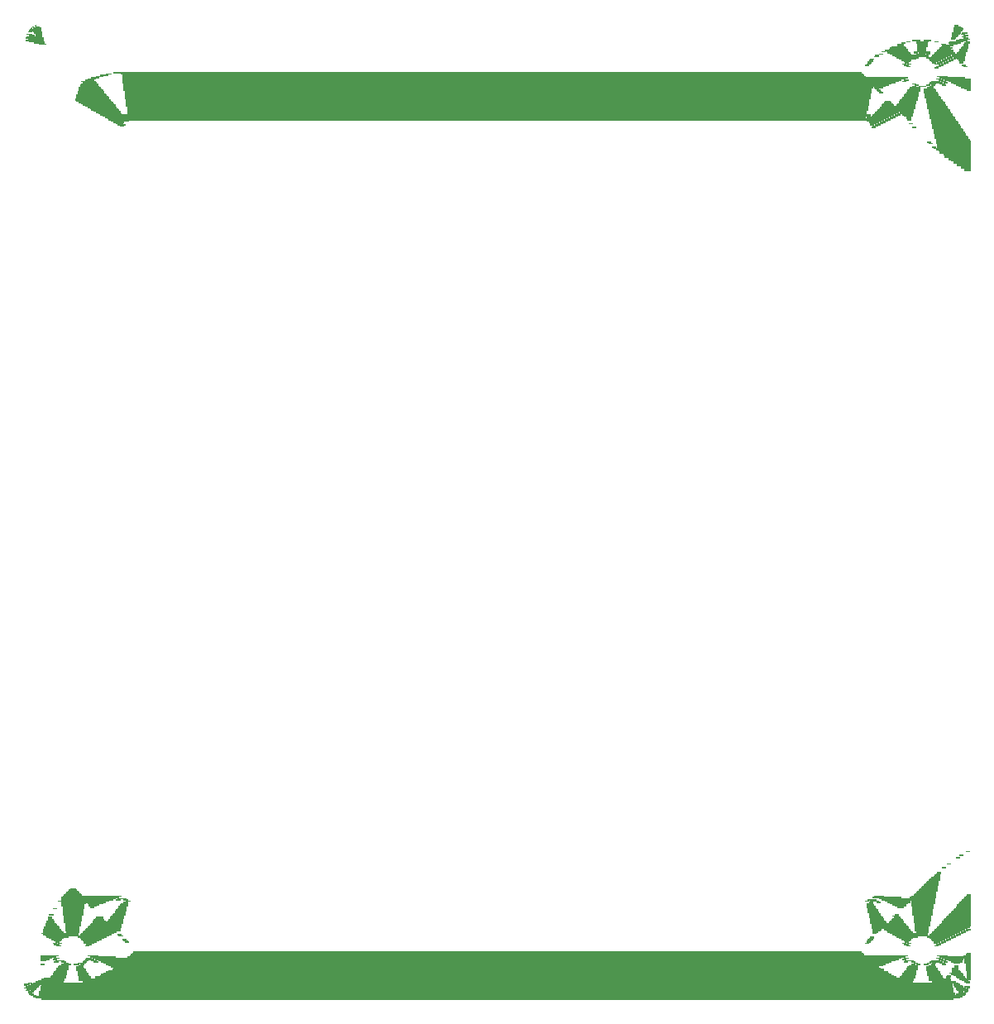
<source format=gbo>
%MOIN*%
%OFA0B0*%
%FSLAX36Y36*%
%IPPOS*%
%LPD*%
G36*
X003750165Y000004995D02*
G01*
X003750165Y000009991D01*
X000073767Y000009991D01*
X000073767Y000004995D01*
X003750165Y000004995D01*
G37*
G36*
X003765161Y000009991D02*
G01*
X003765161Y000014987D01*
X000048774Y000014987D01*
X000048774Y000009991D01*
X003765161Y000009991D01*
G37*
G36*
X003775158Y000009991D02*
G01*
X003775158Y000014987D01*
X003757703Y000014987D01*
X003757703Y000009991D01*
X003775158Y000009991D01*
G37*
G36*
X000061230Y000014987D02*
G01*
X000061230Y000019983D01*
X000038776Y000019983D01*
X000038776Y000014987D01*
X000061230Y000014987D01*
G37*
G36*
X003765161Y000014987D02*
G01*
X003765161Y000019983D01*
X000058770Y000019983D01*
X000058770Y000014987D01*
X003765161Y000014987D01*
G37*
G36*
X003775158Y000014987D02*
G01*
X003775158Y000019983D01*
X003757703Y000019983D01*
X003757703Y000014987D01*
X003775158Y000014987D01*
G37*
G36*
X003785154Y000014987D02*
G01*
X003785154Y000019983D01*
X003767699Y000019983D01*
X003767699Y000014987D01*
X003785154Y000014987D01*
G37*
G36*
X000051233Y000019983D02*
G01*
X000051233Y000024979D01*
X000028779Y000024979D01*
X000028779Y000019983D01*
X000051233Y000019983D01*
G37*
G36*
X003755164Y000019983D02*
G01*
X003755164Y000024979D01*
X000063769Y000024979D01*
X000063769Y000019983D01*
X003755164Y000019983D01*
G37*
G36*
X003765161Y000019983D02*
G01*
X003765161Y000024979D01*
X003747706Y000024979D01*
X003747706Y000019983D01*
X003765161Y000019983D01*
G37*
G36*
X003775158Y000019983D02*
G01*
X003775158Y000024979D01*
X003757703Y000024979D01*
X003757703Y000019983D01*
X003775158Y000019983D01*
G37*
G36*
X003785154Y000019983D02*
G01*
X003785154Y000024979D01*
X003767699Y000024979D01*
X003767699Y000019983D01*
X003785154Y000019983D01*
G37*
G36*
X003792551Y000019983D02*
G01*
X003795151Y000022583D01*
X003795151Y000024979D01*
X003777696Y000024979D01*
X003777696Y000019983D01*
X003792551Y000019983D01*
G37*
G36*
X000041237Y000024980D02*
G01*
X000041237Y000029975D01*
X000023781Y000029975D01*
X000023781Y000024980D01*
X000041237Y000024980D01*
G37*
G36*
X003755164Y000024980D02*
G01*
X003755164Y000029975D01*
X000063769Y000029975D01*
X000063769Y000024980D01*
X003755164Y000024980D01*
G37*
G36*
X003775158Y000024980D02*
G01*
X003775158Y000029975D01*
X003757703Y000029975D01*
X003757703Y000024980D01*
X003775158Y000024980D01*
G37*
G36*
X003785154Y000024980D02*
G01*
X003785154Y000029975D01*
X003767699Y000029975D01*
X003767699Y000024980D01*
X003785154Y000024980D01*
G37*
G36*
X003797550Y000024980D02*
G01*
X003799094Y000026524D01*
X003800151Y000027873D01*
X003800151Y000029975D01*
X003782695Y000029975D01*
X003782695Y000024980D01*
X003797550Y000024980D01*
G37*
G36*
X000036237Y000029975D02*
G01*
X000036237Y000034972D01*
X000018783Y000034972D01*
X000018783Y000029975D01*
X000036237Y000029975D01*
G37*
G36*
X003755164Y000029975D02*
G01*
X003755164Y000034972D01*
X000063769Y000034972D01*
X000063769Y000029975D01*
X003755164Y000029975D01*
G37*
G36*
X003790154Y000029975D02*
G01*
X003790154Y000034972D01*
X003767699Y000034972D01*
X003767699Y000029975D01*
X003790154Y000029975D01*
G37*
G36*
X003800151Y000029975D02*
G01*
X003800151Y000034972D01*
X003782695Y000034972D01*
X003782695Y000029975D01*
X003800151Y000029975D01*
G37*
G36*
X000041237Y000034972D02*
G01*
X000041237Y000039968D01*
X000018783Y000039968D01*
X000018783Y000034972D01*
X000041237Y000034972D01*
G37*
G36*
X003750165Y000034972D02*
G01*
X003750165Y000039968D01*
X000063769Y000039968D01*
X000063769Y000034972D01*
X003750165Y000034972D01*
G37*
G36*
X003790154Y000034972D02*
G01*
X003790154Y000039968D01*
X003767699Y000039968D01*
X003767699Y000034972D01*
X003790154Y000034972D01*
G37*
G36*
X003805541Y000034972D02*
G01*
X003808561Y000039968D01*
X003792692Y000039968D01*
X003792692Y000034972D01*
X003805541Y000034972D01*
G37*
G36*
X000026241Y000039968D02*
G01*
X000026241Y000044964D01*
X000008785Y000044964D01*
X000008785Y000042665D01*
X000009018Y000042146D01*
X000010335Y000039968D01*
X000026241Y000039968D01*
G37*
G36*
X000046235Y000039968D02*
G01*
X000046235Y000044964D01*
X000028779Y000044964D01*
X000028779Y000039968D01*
X000046235Y000039968D01*
G37*
G36*
X003750165Y000039968D02*
G01*
X003750165Y000044964D01*
X000068767Y000044964D01*
X000068767Y000039968D01*
X003750165Y000039968D01*
G37*
G36*
X003785154Y000039968D02*
G01*
X003785154Y000044964D01*
X003762700Y000044964D01*
X003762700Y000039968D01*
X003785154Y000039968D01*
G37*
G36*
X003800151Y000039968D02*
G01*
X003800151Y000044964D01*
X003782695Y000044964D01*
X003782695Y000039968D01*
X003800151Y000039968D01*
G37*
G36*
X003808561Y000039968D02*
G01*
X003809877Y000042146D01*
X003811145Y000044964D01*
X003797690Y000044964D01*
X003797690Y000039968D01*
X003808561Y000039968D01*
G37*
G36*
X000036237Y000044963D02*
G01*
X000036237Y000049960D01*
X000013784Y000049960D01*
X000013784Y000044963D01*
X000036237Y000044963D01*
G37*
G36*
X000051233Y000044963D02*
G01*
X000051233Y000049960D01*
X000033777Y000049960D01*
X000033777Y000044963D01*
X000051233Y000044963D01*
G37*
G36*
X003750165Y000044963D02*
G01*
X003750165Y000049960D01*
X000068767Y000049960D01*
X000068767Y000044963D01*
X003750165Y000044963D01*
G37*
G36*
X003780157Y000044963D02*
G01*
X003780157Y000049960D01*
X003757703Y000049960D01*
X003757703Y000044963D01*
X003780157Y000044963D01*
G37*
G36*
X003810148Y000044963D02*
G01*
X003810148Y000049960D01*
X003777696Y000049960D01*
X003777696Y000044963D01*
X003810148Y000044963D01*
G37*
G36*
X000021242Y000049961D02*
G01*
X000021242Y000054957D01*
X000003825Y000054957D01*
X000005115Y000050817D01*
X000005501Y000049961D01*
X000021242Y000049961D01*
G37*
G36*
X000046235Y000049961D02*
G01*
X000046235Y000054957D01*
X000023781Y000054957D01*
X000023781Y000049961D01*
X000046235Y000049961D01*
G37*
G36*
X000056233Y000049961D02*
G01*
X000056233Y000054957D01*
X000038776Y000054957D01*
X000038776Y000049961D01*
X000056233Y000049961D01*
G37*
G36*
X003750165Y000049961D02*
G01*
X003750165Y000054957D01*
X000068767Y000054957D01*
X000068767Y000049961D01*
X003750165Y000049961D01*
G37*
G36*
X003775158Y000049961D02*
G01*
X003775158Y000054957D01*
X003757703Y000054957D01*
X003757703Y000049961D01*
X003775158Y000049961D01*
G37*
G36*
X003800151Y000049961D02*
G01*
X003800151Y000054957D01*
X003767699Y000054957D01*
X003767699Y000049961D01*
X003800151Y000049961D01*
G37*
G36*
X003813394Y000049961D02*
G01*
X003813779Y000050817D01*
X003815069Y000054957D01*
X003802690Y000054957D01*
X003802690Y000049961D01*
X003813394Y000049961D01*
G37*
G36*
X000031240Y000054957D02*
G01*
X000031240Y000059953D01*
X000008785Y000059953D01*
X000008785Y000054957D01*
X000031240Y000054957D01*
G37*
G36*
X000061230Y000054957D02*
G01*
X000061230Y000059953D01*
X000033777Y000059953D01*
X000033777Y000054957D01*
X000061230Y000054957D01*
G37*
G36*
X003745167Y000054957D02*
G01*
X003745167Y000059953D01*
X000068767Y000059953D01*
X000068767Y000054957D01*
X003745167Y000054957D01*
G37*
G36*
X003770159Y000054957D02*
G01*
X003770159Y000059953D01*
X003752703Y000059953D01*
X003752703Y000054957D01*
X003770159Y000054957D01*
G37*
G36*
X003790154Y000054957D02*
G01*
X003790154Y000059953D01*
X003762700Y000059953D01*
X003762700Y000054957D01*
X003790154Y000054957D01*
G37*
G36*
X003815069Y000054957D02*
G01*
X003815146Y000055204D01*
X003815146Y000059953D01*
X003792692Y000059953D01*
X003792692Y000054957D01*
X003815069Y000054957D01*
G37*
G36*
X000016244Y000059952D02*
G01*
X000016244Y000064949D01*
X000001361Y000064949D01*
X000002276Y000059952D01*
X000016244Y000059952D01*
G37*
G36*
X000041237Y000059952D02*
G01*
X000041237Y000064949D01*
X000018783Y000064949D01*
X000018783Y000059952D01*
X000041237Y000059952D01*
G37*
G36*
X000066230Y000059952D02*
G01*
X000066230Y000064949D01*
X000043775Y000064949D01*
X000043775Y000059952D01*
X000066230Y000059952D01*
G37*
G36*
X003745167Y000059952D02*
G01*
X003745167Y000064949D01*
X000073767Y000064949D01*
X000073767Y000059952D01*
X003745167Y000059952D01*
G37*
G36*
X003765161Y000059952D02*
G01*
X003765161Y000064949D01*
X003747706Y000064949D01*
X003747706Y000059952D01*
X003765161Y000059952D01*
G37*
G36*
X003785154Y000059952D02*
G01*
X003785154Y000064949D01*
X003757703Y000064949D01*
X003757703Y000059952D01*
X003785154Y000059952D01*
G37*
G36*
X000026241Y000064949D02*
G01*
X000026241Y000069946D01*
X000003786Y000069946D01*
X000003786Y000064949D01*
X000026241Y000064949D01*
G37*
G36*
X000051233Y000064949D02*
G01*
X000051233Y000069946D01*
X000028779Y000069946D01*
X000028779Y000064949D01*
X000051233Y000064949D01*
G37*
G36*
X000071228Y000064949D02*
G01*
X000071228Y000069946D01*
X000053772Y000069946D01*
X000053772Y000064949D01*
X000071228Y000064949D01*
G37*
G36*
X003745167Y000064949D02*
G01*
X003745167Y000069946D01*
X000073767Y000069946D01*
X000073767Y000064949D01*
X003745167Y000064949D01*
G37*
G36*
X003775158Y000064949D02*
G01*
X003775158Y000069946D01*
X003747706Y000069946D01*
X003747706Y000064949D01*
X003775158Y000064949D01*
G37*
G36*
X000036237Y000069945D02*
G01*
X000036237Y000074940D01*
X000018783Y000074940D01*
X000018783Y000069945D01*
X000036237Y000069945D01*
G37*
G36*
X000061230Y000069945D02*
G01*
X000061230Y000074940D01*
X000038776Y000074940D01*
X000038776Y000069945D01*
X000061230Y000069945D01*
G37*
G36*
X000076226Y000069945D02*
G01*
X000076226Y000074940D01*
X000058770Y000074940D01*
X000058770Y000069945D01*
X000076226Y000069945D01*
G37*
G36*
X003745167Y000069945D02*
G01*
X003745167Y000074940D01*
X000073767Y000074940D01*
X000073767Y000069945D01*
X003745167Y000069945D01*
G37*
G36*
X003770159Y000069945D02*
G01*
X003770159Y000074940D01*
X003742706Y000074940D01*
X003742706Y000069945D01*
X003770159Y000069945D01*
G37*
G36*
X003815146Y000069945D02*
G01*
X003815146Y000074940D01*
X003797690Y000074940D01*
X003797690Y000069945D01*
X003815146Y000069945D01*
G37*
G36*
X000071228Y000074942D02*
G01*
X000071228Y000079938D01*
X000048774Y000079938D01*
X000048774Y000074942D01*
X000071228Y000074942D01*
G37*
G36*
X000081224Y000074942D02*
G01*
X000081224Y000079938D01*
X000063769Y000079938D01*
X000063769Y000074942D01*
X000081224Y000074942D01*
G37*
G36*
X000161202Y000074942D02*
G01*
X000161202Y000079938D01*
X000073767Y000079938D01*
X000073767Y000074942D01*
X000161202Y000074942D01*
G37*
G36*
X003585213Y000074942D02*
G01*
X003585213Y000079938D01*
X000238718Y000079938D01*
X000238718Y000074942D01*
X003585213Y000074942D01*
G37*
G36*
X003745167Y000074942D02*
G01*
X003745167Y000079938D01*
X003662728Y000079938D01*
X003662728Y000074942D01*
X003745167Y000074942D01*
G37*
G36*
X003760163Y000074942D02*
G01*
X003760163Y000079938D01*
X003742706Y000079938D01*
X003742706Y000074942D01*
X003760163Y000074942D01*
G37*
G36*
X003815146Y000074942D02*
G01*
X003815146Y000079938D01*
X003792692Y000079938D01*
X003792692Y000074942D01*
X003815146Y000074942D01*
G37*
G36*
X000086223Y000079938D02*
G01*
X000086223Y000084935D01*
X000058770Y000084935D01*
X000058770Y000079938D01*
X000086223Y000079938D01*
G37*
G36*
X000141207Y000079938D02*
G01*
X000141207Y000084935D01*
X000078764Y000084935D01*
X000078764Y000079938D01*
X000141207Y000079938D01*
G37*
G36*
X000166200Y000079938D02*
G01*
X000166200Y000084935D01*
X000133749Y000084935D01*
X000133749Y000079938D01*
X000166200Y000079938D01*
G37*
G36*
X000261173Y000079938D02*
G01*
X000261173Y000084935D01*
X000223724Y000084935D01*
X000223724Y000079938D01*
X000261173Y000079938D01*
G37*
G36*
X003565219Y000079938D02*
G01*
X003565219Y000084935D01*
X000258712Y000084935D01*
X000258712Y000079938D01*
X003565219Y000079938D01*
G37*
G36*
X003590212Y000079938D02*
G01*
X003590212Y000084935D01*
X003557760Y000084935D01*
X003557760Y000079938D01*
X003590212Y000079938D01*
G37*
G36*
X003685184Y000079938D02*
G01*
X003685184Y000084935D01*
X003647735Y000084935D01*
X003647735Y000079938D01*
X003685184Y000079938D01*
G37*
G36*
X003740168Y000079938D02*
G01*
X003740168Y000084935D01*
X003682725Y000084935D01*
X003682725Y000079938D01*
X003740168Y000079938D01*
G37*
G36*
X003810148Y000079938D02*
G01*
X003810148Y000084935D01*
X003782695Y000084935D01*
X003782695Y000079938D01*
X003810148Y000079938D01*
G37*
G36*
X000121213Y000084934D02*
G01*
X000121213Y000089930D01*
X000073767Y000089930D01*
X000073767Y000084934D01*
X000121213Y000084934D01*
G37*
G36*
X000166200Y000084934D02*
G01*
X000166200Y000089930D01*
X000113753Y000089930D01*
X000113753Y000084934D01*
X000166200Y000084934D01*
G37*
G36*
X000276168Y000084934D02*
G01*
X000276168Y000089930D01*
X000223724Y000089930D01*
X000223724Y000084934D01*
X000276168Y000084934D01*
G37*
G36*
X003545225Y000084934D02*
G01*
X003545225Y000089930D01*
X000273708Y000089930D01*
X000273708Y000084934D01*
X003545225Y000084934D01*
G37*
G36*
X003590212Y000084934D02*
G01*
X003590212Y000089930D01*
X003537766Y000089930D01*
X003537766Y000084934D01*
X003590212Y000084934D01*
G37*
G36*
X003705178Y000084934D02*
G01*
X003705178Y000089930D01*
X003647735Y000089930D01*
X003647735Y000084934D01*
X003705178Y000084934D01*
G37*
G36*
X003740168Y000084934D02*
G01*
X003740168Y000089930D01*
X003702719Y000089930D01*
X003702719Y000084934D01*
X003740168Y000084934D01*
G37*
G36*
X003805150Y000084934D02*
G01*
X003805150Y000089930D01*
X003772699Y000089930D01*
X003772699Y000084934D01*
X003805150Y000084934D01*
G37*
G36*
X003818896Y000084934D02*
G01*
X003818896Y000089930D01*
X003802690Y000089930D01*
X003802690Y000084934D01*
X003818896Y000084934D01*
G37*
G36*
X000106218Y000089930D02*
G01*
X000106218Y000094924D01*
X000083763Y000094924D01*
X000083763Y000089930D01*
X000106218Y000089930D01*
G37*
G36*
X000171199Y000089930D02*
G01*
X000171199Y000094924D01*
X000103757Y000094924D01*
X000103757Y000089930D01*
X000171199Y000089930D01*
G37*
G36*
X000271171Y000089930D02*
G01*
X000271171Y000094924D01*
X000223724Y000094924D01*
X000223724Y000089930D01*
X000271171Y000089930D01*
G37*
G36*
X003530229Y000089930D02*
G01*
X003530229Y000094924D01*
X000288704Y000094924D01*
X000288704Y000089930D01*
X003530229Y000089930D01*
G37*
G36*
X003595210Y000089930D02*
G01*
X003595210Y000094924D01*
X003527768Y000094924D01*
X003527768Y000089930D01*
X003595210Y000089930D01*
G37*
G36*
X003710177Y000089930D02*
G01*
X003710177Y000094924D01*
X003647735Y000094924D01*
X003647735Y000089930D01*
X003710177Y000089930D01*
G37*
G36*
X003735170Y000089930D02*
G01*
X003735170Y000094924D01*
X003717713Y000094924D01*
X003717713Y000089930D01*
X003735170Y000089930D01*
G37*
G36*
X003800151Y000089930D02*
G01*
X003800151Y000094924D01*
X003762700Y000094924D01*
X003762700Y000089930D01*
X003800151Y000089930D01*
G37*
G36*
X003818896Y000089930D02*
G01*
X003818896Y000094924D01*
X003802690Y000094924D01*
X003802690Y000089930D01*
X003818896Y000089930D01*
G37*
G36*
X000171199Y000094924D02*
G01*
X000171199Y000099922D01*
X000108756Y000099922D01*
X000108756Y000094924D01*
X000171199Y000094924D01*
G37*
G36*
X000271171Y000094924D02*
G01*
X000271171Y000099922D01*
X000223724Y000099922D01*
X000223724Y000094924D01*
X000271171Y000094924D01*
G37*
G36*
X000306160Y000094924D02*
G01*
X000306160Y000099922D01*
X000288704Y000099922D01*
X000288704Y000094924D01*
X000306160Y000094924D01*
G37*
G36*
X003520232Y000094924D02*
G01*
X003520232Y000099922D01*
X000298701Y000099922D01*
X000298701Y000094924D01*
X003520232Y000094924D01*
G37*
G36*
X003595210Y000094924D02*
G01*
X003595210Y000099922D01*
X003532767Y000099922D01*
X003532767Y000094924D01*
X003595210Y000094924D01*
G37*
G36*
X003705178Y000094924D02*
G01*
X003705178Y000099922D01*
X003647735Y000099922D01*
X003647735Y000094924D01*
X003705178Y000094924D01*
G37*
G36*
X003740168Y000094924D02*
G01*
X003740168Y000099922D01*
X003717713Y000099922D01*
X003717713Y000094924D01*
X003740168Y000094924D01*
G37*
G36*
X003795151Y000094924D02*
G01*
X003795151Y000099922D01*
X003757703Y000099922D01*
X003757703Y000094924D01*
X003795151Y000094924D01*
G37*
G36*
X003818896Y000094924D02*
G01*
X003818896Y000099922D01*
X003802690Y000099922D01*
X003802690Y000094924D01*
X003818896Y000094924D01*
G37*
G36*
X000171199Y000099922D02*
G01*
X000171199Y000104919D01*
X000113753Y000104919D01*
X000113753Y000099922D01*
X000171199Y000099922D01*
G37*
G36*
X000266171Y000099922D02*
G01*
X000266171Y000104919D01*
X000218725Y000104919D01*
X000218725Y000099922D01*
X000266171Y000099922D01*
G37*
G36*
X003510235Y000099922D02*
G01*
X003510235Y000104919D01*
X000308699Y000104919D01*
X000308699Y000099922D01*
X003510235Y000099922D01*
G37*
G36*
X003595210Y000099922D02*
G01*
X003595210Y000104919D01*
X003537766Y000104919D01*
X003537766Y000099922D01*
X003595210Y000099922D01*
G37*
G36*
X003705178Y000099922D02*
G01*
X003705178Y000104919D01*
X003642735Y000104919D01*
X003642735Y000099922D01*
X003705178Y000099922D01*
G37*
G36*
X003740168Y000099922D02*
G01*
X003740168Y000104919D01*
X003722712Y000104919D01*
X003722712Y000099922D01*
X003740168Y000099922D01*
G37*
G36*
X003790154Y000099922D02*
G01*
X003790154Y000104919D01*
X003747706Y000104919D01*
X003747706Y000099922D01*
X003790154Y000099922D01*
G37*
G36*
X003818896Y000099922D02*
G01*
X003818896Y000104919D01*
X003802690Y000104919D01*
X003802690Y000099922D01*
X003818896Y000099922D01*
G37*
G36*
X000176198Y000104918D02*
G01*
X000176198Y000109915D01*
X000118754Y000109915D01*
X000118754Y000104918D01*
X000176198Y000104918D01*
G37*
G36*
X000261173Y000104918D02*
G01*
X000261173Y000109915D01*
X000218725Y000109915D01*
X000218725Y000104918D01*
X000261173Y000104918D01*
G37*
G36*
X000331153Y000104918D02*
G01*
X000331153Y000109915D01*
X000313697Y000109915D01*
X000313697Y000104918D01*
X000331153Y000104918D01*
G37*
G36*
X003500238Y000104918D02*
G01*
X003500238Y000109915D01*
X000323694Y000109915D01*
X000323694Y000104918D01*
X003500238Y000104918D01*
G37*
G36*
X003600209Y000104918D02*
G01*
X003600209Y000109915D01*
X003542764Y000109915D01*
X003542764Y000104918D01*
X003600209Y000104918D01*
G37*
G36*
X003700180Y000104918D02*
G01*
X003700180Y000109915D01*
X003642735Y000109915D01*
X003642735Y000104918D01*
X003700180Y000104918D01*
G37*
G36*
X003790154Y000104918D02*
G01*
X003790154Y000109915D01*
X003737709Y000109915D01*
X003737709Y000104918D01*
X003790154Y000104918D01*
G37*
G36*
X003818896Y000104918D02*
G01*
X003818896Y000109915D01*
X003802690Y000109915D01*
X003802690Y000104918D01*
X003818896Y000104918D01*
G37*
G36*
X000176198Y000109915D02*
G01*
X000176198Y000114911D01*
X000118754Y000114911D01*
X000118754Y000109915D01*
X000176198Y000109915D01*
G37*
G36*
X000261173Y000109915D02*
G01*
X000261173Y000114911D01*
X000218725Y000114911D01*
X000218725Y000109915D01*
X000261173Y000109915D01*
G37*
G36*
X000341150Y000109915D02*
G01*
X000341150Y000114911D01*
X000323694Y000114911D01*
X000323694Y000109915D01*
X000341150Y000109915D01*
G37*
G36*
X003490241Y000109915D02*
G01*
X003490241Y000114911D01*
X000333691Y000114911D01*
X000333691Y000109915D01*
X003490241Y000109915D01*
G37*
G36*
X003600209Y000109915D02*
G01*
X003600209Y000114911D01*
X003542764Y000114911D01*
X003542764Y000109915D01*
X003600209Y000109915D01*
G37*
G36*
X003695181Y000109915D02*
G01*
X003695181Y000114911D01*
X003642735Y000114911D01*
X003642735Y000109915D01*
X003695181Y000109915D01*
G37*
G36*
X003785154Y000109915D02*
G01*
X003785154Y000114911D01*
X003732709Y000114911D01*
X003732709Y000109915D01*
X003785154Y000109915D01*
G37*
G36*
X003818896Y000109915D02*
G01*
X003818896Y000114911D01*
X003802690Y000114911D01*
X003802690Y000109915D01*
X003818896Y000109915D01*
G37*
G36*
X000176198Y000114911D02*
G01*
X000176198Y000119907D01*
X000123751Y000119907D01*
X000123751Y000114911D01*
X000176198Y000114911D01*
G37*
G36*
X000256174Y000114911D02*
G01*
X000256174Y000119907D01*
X000218725Y000119907D01*
X000218725Y000114911D01*
X000256174Y000114911D01*
G37*
G36*
X000351147Y000114911D02*
G01*
X000351147Y000119907D01*
X000333691Y000119907D01*
X000333691Y000114911D01*
X000351147Y000114911D01*
G37*
G36*
X003485241Y000114911D02*
G01*
X003485241Y000119907D01*
X000343688Y000119907D01*
X000343688Y000114911D01*
X003485241Y000114911D01*
G37*
G36*
X003600209Y000114911D02*
G01*
X003600209Y000119907D01*
X003547763Y000119907D01*
X003547763Y000114911D01*
X003600209Y000114911D01*
G37*
G36*
X003695181Y000114911D02*
G01*
X003695181Y000119907D01*
X003642735Y000119907D01*
X003642735Y000114911D01*
X003695181Y000114911D01*
G37*
G36*
X003780157Y000114911D02*
G01*
X003780157Y000119907D01*
X003742706Y000119907D01*
X003742706Y000114911D01*
X003780157Y000114911D01*
G37*
G36*
X003818896Y000114911D02*
G01*
X003818896Y000119907D01*
X003802690Y000119907D01*
X003802690Y000114911D01*
X003818896Y000114911D01*
G37*
G36*
X000176198Y000119907D02*
G01*
X000176198Y000124903D01*
X000128750Y000124903D01*
X000128750Y000119907D01*
X000176198Y000119907D01*
G37*
G36*
X000251174Y000119907D02*
G01*
X000251174Y000124903D01*
X000213725Y000124903D01*
X000213725Y000119907D01*
X000251174Y000119907D01*
G37*
G36*
X003470246Y000119907D02*
G01*
X003470246Y000124903D01*
X000343688Y000124903D01*
X000343688Y000119907D01*
X003470246Y000119907D01*
G37*
G36*
X003600209Y000119907D02*
G01*
X003600209Y000124903D01*
X003552761Y000124903D01*
X003552761Y000119907D01*
X003600209Y000119907D01*
G37*
G36*
X003690183Y000119907D02*
G01*
X003690183Y000124903D01*
X003637738Y000124903D01*
X003637738Y000119907D01*
X003690183Y000119907D01*
G37*
G36*
X003775158Y000119907D02*
G01*
X003775158Y000124903D01*
X003742706Y000124903D01*
X003742706Y000119907D01*
X003775158Y000119907D01*
G37*
G36*
X003818896Y000119907D02*
G01*
X003818896Y000124903D01*
X003797690Y000124903D01*
X003797690Y000119907D01*
X003818896Y000119907D01*
G37*
G36*
X000181195Y000124904D02*
G01*
X000181195Y000129898D01*
X000133749Y000129898D01*
X000133749Y000124904D01*
X000181195Y000124904D01*
G37*
G36*
X000251174Y000124904D02*
G01*
X000251174Y000129898D01*
X000213725Y000129898D01*
X000213725Y000124904D01*
X000251174Y000124904D01*
G37*
G36*
X003470246Y000124904D02*
G01*
X003470246Y000129898D01*
X000358685Y000129898D01*
X000358685Y000124904D01*
X003470246Y000124904D01*
G37*
G36*
X003605207Y000124904D02*
G01*
X003605207Y000129898D01*
X003557760Y000129898D01*
X003557760Y000124904D01*
X003605207Y000124904D01*
G37*
G36*
X003685184Y000124904D02*
G01*
X003685184Y000129898D01*
X003637738Y000129898D01*
X003637738Y000124904D01*
X003685184Y000124904D01*
G37*
G36*
X003770159Y000124904D02*
G01*
X003770159Y000129898D01*
X003742706Y000129898D01*
X003742706Y000124904D01*
X003770159Y000124904D01*
G37*
G36*
X003818896Y000124904D02*
G01*
X003818896Y000129898D01*
X003797690Y000129898D01*
X003797690Y000124904D01*
X003818896Y000124904D01*
G37*
G36*
X000181195Y000129898D02*
G01*
X000181195Y000134896D01*
X000133749Y000134896D01*
X000133749Y000129898D01*
X000181195Y000129898D01*
G37*
G36*
X000246178Y000129898D02*
G01*
X000246178Y000134896D01*
X000213725Y000134896D01*
X000213725Y000129898D01*
X000246178Y000129898D01*
G37*
G36*
X003455251Y000129898D02*
G01*
X003455251Y000134896D01*
X000363682Y000134896D01*
X000363682Y000129898D01*
X003455251Y000129898D01*
G37*
G36*
X003605207Y000129898D02*
G01*
X003605207Y000134896D01*
X003557760Y000134896D01*
X003557760Y000129898D01*
X003605207Y000129898D01*
G37*
G36*
X003685184Y000129898D02*
G01*
X003685184Y000134896D01*
X003637738Y000134896D01*
X003637738Y000129898D01*
X003685184Y000129898D01*
G37*
G36*
X003760163Y000129898D02*
G01*
X003760163Y000134896D01*
X003742706Y000134896D01*
X003742706Y000129898D01*
X003760163Y000129898D01*
G37*
G36*
X003770159Y000129898D02*
G01*
X003770159Y000134896D01*
X003752703Y000134896D01*
X003752703Y000129898D01*
X003770159Y000129898D01*
G37*
G36*
X003818896Y000129898D02*
G01*
X003818896Y000134896D01*
X003797690Y000134896D01*
X003797690Y000129898D01*
X003818896Y000129898D01*
G37*
G36*
X000181195Y000134896D02*
G01*
X000181195Y000139892D01*
X000138747Y000139892D01*
X000138747Y000134896D01*
X000181195Y000134896D01*
G37*
G36*
X000241178Y000134896D02*
G01*
X000241178Y000139892D01*
X000213725Y000139892D01*
X000213725Y000134896D01*
X000241178Y000134896D01*
G37*
G36*
X000381137Y000134896D02*
G01*
X000381137Y000139892D01*
X000353686Y000139892D01*
X000353686Y000134896D01*
X000381137Y000134896D01*
G37*
G36*
X003450252Y000134896D02*
G01*
X003450252Y000139892D01*
X000373679Y000139892D01*
X000373679Y000134896D01*
X003450252Y000134896D01*
G37*
G36*
X003605207Y000134896D02*
G01*
X003605207Y000139892D01*
X003562758Y000139892D01*
X003562758Y000134896D01*
X003605207Y000134896D01*
G37*
G36*
X003680186Y000134896D02*
G01*
X003680186Y000139892D01*
X003637738Y000139892D01*
X003637738Y000134896D01*
X003680186Y000134896D01*
G37*
G36*
X003770159Y000134896D02*
G01*
X003770159Y000139892D01*
X003752703Y000139892D01*
X003752703Y000134896D01*
X003770159Y000134896D01*
G37*
G36*
X003818896Y000134896D02*
G01*
X003818896Y000139892D01*
X003797690Y000139892D01*
X003797690Y000134896D01*
X003818896Y000134896D01*
G37*
G36*
X000171199Y000139892D02*
G01*
X000171199Y000144888D01*
X000143747Y000144888D01*
X000143747Y000139892D01*
X000171199Y000139892D01*
G37*
G36*
X000181195Y000139892D02*
G01*
X000181195Y000144888D01*
X000163739Y000144888D01*
X000163739Y000139892D01*
X000181195Y000139892D01*
G37*
G36*
X000241178Y000139892D02*
G01*
X000241178Y000144888D01*
X000223724Y000144888D01*
X000223724Y000139892D01*
X000241178Y000139892D01*
G37*
G36*
X000386137Y000139892D02*
G01*
X000386137Y000144888D01*
X000343688Y000144888D01*
X000343688Y000139892D01*
X000386137Y000139892D01*
G37*
G36*
X003440255Y000139892D02*
G01*
X003440255Y000144888D01*
X000378679Y000144888D01*
X000378679Y000139892D01*
X003440255Y000139892D01*
G37*
G36*
X003465248Y000139892D02*
G01*
X003465248Y000144888D01*
X003432796Y000144888D01*
X003432796Y000139892D01*
X003465248Y000139892D01*
G37*
G36*
X003595210Y000139892D02*
G01*
X003595210Y000144888D01*
X003567758Y000144888D01*
X003567758Y000139892D01*
X003595210Y000139892D01*
G37*
G36*
X003605207Y000139892D02*
G01*
X003605207Y000144888D01*
X003587751Y000144888D01*
X003587751Y000139892D01*
X003605207Y000139892D01*
G37*
G36*
X003675187Y000139892D02*
G01*
X003675187Y000144888D01*
X003647735Y000144888D01*
X003647735Y000139892D01*
X003675187Y000139892D01*
G37*
G36*
X003770159Y000139892D02*
G01*
X003770159Y000144888D01*
X003752703Y000144888D01*
X003752703Y000139892D01*
X003770159Y000139892D01*
G37*
G36*
X003818896Y000139892D02*
G01*
X003818896Y000144888D01*
X003797690Y000144888D01*
X003797690Y000139892D01*
X003818896Y000139892D01*
G37*
G36*
X000086223Y000144888D02*
G01*
X000086223Y000149885D01*
X000068767Y000149885D01*
X000068767Y000144888D01*
X000086223Y000144888D01*
G37*
G36*
X000171199Y000144888D02*
G01*
X000171199Y000149885D01*
X000153744Y000149885D01*
X000153744Y000144888D01*
X000171199Y000144888D01*
G37*
G36*
X000191193Y000144888D02*
G01*
X000191193Y000149885D01*
X000173738Y000149885D01*
X000173738Y000144888D01*
X000191193Y000144888D01*
G37*
G36*
X000226183Y000144888D02*
G01*
X000226183Y000149885D01*
X000203728Y000149885D01*
X000203728Y000144888D01*
X000226183Y000144888D01*
G37*
G36*
X000246178Y000144888D02*
G01*
X000246178Y000149885D01*
X000228721Y000149885D01*
X000228721Y000144888D01*
X000246178Y000144888D01*
G37*
G36*
X000396133Y000144888D02*
G01*
X000396133Y000149885D01*
X000333691Y000149885D01*
X000333691Y000144888D01*
X000396133Y000144888D01*
G37*
G36*
X003475244Y000144888D02*
G01*
X003475244Y000149885D01*
X000388675Y000149885D01*
X000388675Y000144888D01*
X003475244Y000144888D01*
G37*
G36*
X003595210Y000144888D02*
G01*
X003595210Y000149885D01*
X003577754Y000149885D01*
X003577754Y000144888D01*
X003595210Y000144888D01*
G37*
G36*
X003615205Y000144888D02*
G01*
X003615205Y000149885D01*
X003597748Y000149885D01*
X003597748Y000144888D01*
X003615205Y000144888D01*
G37*
G36*
X003650194Y000144888D02*
G01*
X003650194Y000149885D01*
X003627739Y000149885D01*
X003627739Y000144888D01*
X003650194Y000144888D01*
G37*
G36*
X003675187Y000144888D02*
G01*
X003675187Y000149885D01*
X003657732Y000149885D01*
X003657732Y000144888D01*
X003675187Y000144888D01*
G37*
G36*
X003720173Y000144888D02*
G01*
X003720173Y000149885D01*
X003702719Y000149885D01*
X003702719Y000144888D01*
X003720173Y000144888D01*
G37*
G36*
X003818896Y000144888D02*
G01*
X003818896Y000149885D01*
X003797690Y000149885D01*
X003797690Y000144888D01*
X003818896Y000144888D01*
G37*
G36*
X000181195Y000149885D02*
G01*
X000181195Y000154881D01*
X000163739Y000154881D01*
X000163739Y000149885D01*
X000181195Y000149885D01*
G37*
G36*
X000236181Y000149885D02*
G01*
X000236181Y000154881D01*
X000218725Y000154881D01*
X000218725Y000149885D01*
X000236181Y000149885D01*
G37*
G36*
X000251174Y000149885D02*
G01*
X000251174Y000154881D01*
X000233721Y000154881D01*
X000233721Y000149885D01*
X000251174Y000149885D01*
G37*
G36*
X003425259Y000149885D02*
G01*
X003425259Y000154881D01*
X000323694Y000154881D01*
X000323694Y000149885D01*
X003425259Y000149885D01*
G37*
G36*
X003490241Y000149885D02*
G01*
X003490241Y000154881D01*
X003417799Y000154881D01*
X003417799Y000149885D01*
X003490241Y000149885D01*
G37*
G36*
X003605207Y000149885D02*
G01*
X003605207Y000154881D01*
X003587751Y000154881D01*
X003587751Y000149885D01*
X003605207Y000149885D01*
G37*
G36*
X003660191Y000149885D02*
G01*
X003660191Y000154881D01*
X003642735Y000154881D01*
X003642735Y000149885D01*
X003660191Y000149885D01*
G37*
G36*
X003680186Y000149885D02*
G01*
X003680186Y000154881D01*
X003662728Y000154881D01*
X003662728Y000149885D01*
X003680186Y000149885D01*
G37*
G36*
X003715176Y000149885D02*
G01*
X003715176Y000154881D01*
X003692722Y000154881D01*
X003692722Y000149885D01*
X003715176Y000149885D01*
G37*
G36*
X003775158Y000149885D02*
G01*
X003775158Y000154881D01*
X003747706Y000154881D01*
X003747706Y000149885D01*
X003775158Y000149885D01*
G37*
G36*
X003818896Y000149885D02*
G01*
X003818896Y000154881D01*
X003792692Y000154881D01*
X003792692Y000149885D01*
X003818896Y000149885D01*
G37*
G36*
X000141207Y000154881D02*
G01*
X000141207Y000159877D01*
X000123751Y000159877D01*
X000123751Y000154881D01*
X000141207Y000154881D01*
G37*
G36*
X000171199Y000154881D02*
G01*
X000171199Y000159877D01*
X000153744Y000159877D01*
X000153744Y000154881D01*
X000171199Y000154881D01*
G37*
G36*
X000256174Y000154881D02*
G01*
X000256174Y000159877D01*
X000238718Y000159877D01*
X000238718Y000154881D01*
X000256174Y000154881D01*
G37*
G36*
X000301161Y000154881D02*
G01*
X000301161Y000159877D01*
X000283706Y000159877D01*
X000283706Y000154881D01*
X000301161Y000154881D01*
G37*
G36*
X000406131Y000154881D02*
G01*
X000406131Y000159877D01*
X000313697Y000159877D01*
X000313697Y000154881D01*
X000406131Y000154881D01*
G37*
G36*
X003500238Y000154881D02*
G01*
X003500238Y000159877D01*
X000398672Y000159877D01*
X000398672Y000154881D01*
X003500238Y000154881D01*
G37*
G36*
X003565219Y000154881D02*
G01*
X003565219Y000159877D01*
X003547763Y000159877D01*
X003547763Y000154881D01*
X003565219Y000154881D01*
G37*
G36*
X003595210Y000154881D02*
G01*
X003595210Y000159877D01*
X003577754Y000159877D01*
X003577754Y000154881D01*
X003595210Y000154881D01*
G37*
G36*
X003670189Y000154881D02*
G01*
X003670189Y000159877D01*
X003652732Y000159877D01*
X003652732Y000154881D01*
X003670189Y000154881D01*
G37*
G36*
X003685184Y000154881D02*
G01*
X003685184Y000159877D01*
X003667728Y000159877D01*
X003667728Y000154881D01*
X003685184Y000154881D01*
G37*
G36*
X003705178Y000154881D02*
G01*
X003705178Y000159877D01*
X003682725Y000159877D01*
X003682725Y000154881D01*
X003705178Y000154881D01*
G37*
G36*
X003725173Y000154881D02*
G01*
X003725173Y000159877D01*
X003707716Y000159877D01*
X003707716Y000154881D01*
X003725173Y000154881D01*
G37*
G36*
X003785154Y000154881D02*
G01*
X003785154Y000159877D01*
X003737709Y000159877D01*
X003737709Y000154881D01*
X003785154Y000154881D01*
G37*
G36*
X003818896Y000154881D02*
G01*
X003818896Y000159877D01*
X003792692Y000159877D01*
X003792692Y000154881D01*
X003818896Y000154881D01*
G37*
G36*
X000091223Y000159877D02*
G01*
X000091223Y000164873D01*
X000068767Y000164873D01*
X000068767Y000159877D01*
X000091223Y000159877D01*
G37*
G36*
X000151205Y000159877D02*
G01*
X000151205Y000164873D01*
X000128750Y000164873D01*
X000128750Y000159877D01*
X000151205Y000159877D01*
G37*
G36*
X000166200Y000159877D02*
G01*
X000166200Y000164873D01*
X000148745Y000164873D01*
X000148745Y000159877D01*
X000166200Y000159877D01*
G37*
G36*
X000261173Y000159877D02*
G01*
X000261173Y000164873D01*
X000243717Y000164873D01*
X000243717Y000159877D01*
X000261173Y000159877D01*
G37*
G36*
X000296163Y000159877D02*
G01*
X000296163Y000164873D01*
X000273708Y000164873D01*
X000273708Y000159877D01*
X000296163Y000159877D01*
G37*
G36*
X003415262Y000159877D02*
G01*
X003415262Y000164873D01*
X000303700Y000164873D01*
X000303700Y000159877D01*
X003415262Y000159877D01*
G37*
G36*
X003515233Y000159877D02*
G01*
X003515233Y000164873D01*
X003407803Y000164873D01*
X003407803Y000159877D01*
X003515233Y000159877D01*
G37*
G36*
X003575216Y000159877D02*
G01*
X003575216Y000164873D01*
X003552761Y000164873D01*
X003552761Y000159877D01*
X003575216Y000159877D01*
G37*
G36*
X003590212Y000159877D02*
G01*
X003590212Y000164873D01*
X003572755Y000164873D01*
X003572755Y000159877D01*
X003590212Y000159877D01*
G37*
G36*
X003675187Y000159877D02*
G01*
X003675187Y000164873D01*
X003657732Y000164873D01*
X003657732Y000159877D01*
X003675187Y000159877D01*
G37*
G36*
X003695181Y000159877D02*
G01*
X003695181Y000164873D01*
X003672726Y000164873D01*
X003672726Y000159877D01*
X003695181Y000159877D01*
G37*
G36*
X003720173Y000159877D02*
G01*
X003720173Y000164873D01*
X003697719Y000164873D01*
X003697719Y000159877D01*
X003720173Y000159877D01*
G37*
G36*
X003785154Y000159877D02*
G01*
X003785154Y000164873D01*
X003727712Y000164873D01*
X003727712Y000159877D01*
X003785154Y000159877D01*
G37*
G36*
X003818896Y000159877D02*
G01*
X003818896Y000164873D01*
X003792692Y000164873D01*
X003792692Y000159877D01*
X003818896Y000159877D01*
G37*
G36*
X000106218Y000164872D02*
G01*
X000106218Y000169870D01*
X000068767Y000169870D01*
X000068767Y000164872D01*
X000106218Y000164872D01*
G37*
G36*
X000136209Y000164872D02*
G01*
X000136209Y000169870D01*
X000118754Y000169870D01*
X000118754Y000164872D01*
X000136209Y000164872D01*
G37*
G36*
X000266171Y000164872D02*
G01*
X000266171Y000169870D01*
X000248715Y000169870D01*
X000248715Y000164872D01*
X000266171Y000164872D01*
G37*
G36*
X000286166Y000164872D02*
G01*
X000286166Y000169870D01*
X000263711Y000169870D01*
X000263711Y000164872D01*
X000286166Y000164872D01*
G37*
G36*
X003410263Y000164872D02*
G01*
X003410263Y000169870D01*
X000288704Y000169870D01*
X000288704Y000164872D01*
X003410263Y000164872D01*
G37*
G36*
X003530229Y000164872D02*
G01*
X003530229Y000169870D01*
X003402804Y000169870D01*
X003402804Y000164872D01*
X003530229Y000164872D01*
G37*
G36*
X003560220Y000164872D02*
G01*
X003560220Y000169870D01*
X003542764Y000169870D01*
X003542764Y000164872D01*
X003560220Y000164872D01*
G37*
G36*
X003710177Y000164872D02*
G01*
X003710177Y000169870D01*
X003687722Y000169870D01*
X003687722Y000164872D01*
X003710177Y000164872D01*
G37*
G36*
X003790154Y000164872D02*
G01*
X003790154Y000169870D01*
X003712716Y000169870D01*
X003712716Y000164872D01*
X003790154Y000164872D01*
G37*
G36*
X003818896Y000164872D02*
G01*
X003818896Y000169870D01*
X003792692Y000169870D01*
X003792692Y000164872D01*
X003818896Y000164872D01*
G37*
G36*
X000116214Y000169869D02*
G01*
X000116214Y000174864D01*
X000068767Y000174864D01*
X000068767Y000169869D01*
X000116214Y000169869D01*
G37*
G36*
X000146207Y000169869D02*
G01*
X000146207Y000174864D01*
X000123751Y000174864D01*
X000123751Y000169869D01*
X000146207Y000169869D01*
G37*
G36*
X000276168Y000169869D02*
G01*
X000276168Y000174864D01*
X000253714Y000174864D01*
X000253714Y000169869D01*
X000276168Y000169869D01*
G37*
G36*
X003405263Y000169869D02*
G01*
X003405263Y000174864D01*
X000278707Y000174864D01*
X000278707Y000169869D01*
X003405263Y000169869D01*
G37*
G36*
X003540226Y000169869D02*
G01*
X003540226Y000174864D01*
X003397806Y000174864D01*
X003397806Y000169869D01*
X003540226Y000169869D01*
G37*
G36*
X003570218Y000169869D02*
G01*
X003570218Y000174864D01*
X003547763Y000174864D01*
X003547763Y000169869D01*
X003570218Y000169869D01*
G37*
G36*
X003700180Y000169869D02*
G01*
X003700180Y000174864D01*
X003677725Y000174864D01*
X003677725Y000169869D01*
X003700180Y000169869D01*
G37*
G36*
X003795151Y000169869D02*
G01*
X003795151Y000174864D01*
X003702719Y000174864D01*
X003702719Y000169869D01*
X003795151Y000169869D01*
G37*
G36*
X003818896Y000169869D02*
G01*
X003818896Y000174864D01*
X003792692Y000174864D01*
X003792692Y000169869D01*
X003818896Y000169869D01*
G37*
G36*
X000131211Y000174865D02*
G01*
X000131211Y000179862D01*
X000068767Y000179862D01*
X000068767Y000174865D01*
X000131211Y000174865D01*
G37*
G36*
X000371142Y000174865D02*
G01*
X000371142Y000179862D01*
X000268711Y000179862D01*
X000268711Y000174865D01*
X000371142Y000174865D01*
G37*
G36*
X003400267Y000174865D02*
G01*
X003400267Y000179862D01*
X000418665Y000179862D01*
X000418665Y000174865D01*
X003400267Y000174865D01*
G37*
G36*
X003555222Y000174865D02*
G01*
X003555222Y000179862D01*
X003392807Y000179862D01*
X003392807Y000174865D01*
X003555222Y000174865D01*
G37*
G36*
X003800151Y000174865D02*
G01*
X003800151Y000179862D01*
X003692722Y000179862D01*
X003692722Y000174865D01*
X003800151Y000174865D01*
G37*
G36*
X003818896Y000174865D02*
G01*
X003818896Y000179862D01*
X003792692Y000179862D01*
X003792692Y000174865D01*
X003818896Y000174865D01*
G37*
G36*
X000141207Y000179862D02*
G01*
X000141207Y000184858D01*
X000068767Y000184858D01*
X000068767Y000179862D01*
X000141207Y000179862D01*
G37*
G36*
X000301161Y000179862D02*
G01*
X000301161Y000184858D01*
X000258712Y000184858D01*
X000258712Y000179862D01*
X000301161Y000179862D01*
G37*
G36*
X003395268Y000179862D02*
G01*
X003395268Y000184858D01*
X000428664Y000184858D01*
X000428664Y000179862D01*
X003395268Y000179862D01*
G37*
G36*
X003565219Y000179862D02*
G01*
X003565219Y000184858D01*
X003392807Y000184858D01*
X003392807Y000179862D01*
X003565219Y000179862D01*
G37*
G36*
X003725173Y000179862D02*
G01*
X003725173Y000184858D01*
X003682725Y000184858D01*
X003682725Y000179862D01*
X003725173Y000179862D01*
G37*
G36*
X003818896Y000179862D02*
G01*
X003818896Y000184858D01*
X003787693Y000184858D01*
X003787693Y000179862D01*
X003818896Y000179862D01*
G37*
G36*
X003390270Y000184858D02*
G01*
X003390270Y000189853D01*
X000433663Y000189853D01*
X000433663Y000184858D01*
X003390270Y000184858D01*
G37*
G36*
X003818896Y000184858D02*
G01*
X003818896Y000189853D01*
X003797690Y000189853D01*
X003797690Y000184858D01*
X003818896Y000184858D01*
G37*
G36*
X003385271Y000189853D02*
G01*
X003385271Y000194850D01*
X000438662Y000194850D01*
X000438662Y000189853D01*
X003385271Y000189853D01*
G37*
G36*
X003818896Y000189853D02*
G01*
X003818896Y000194850D01*
X003802690Y000194850D01*
X003802690Y000189853D01*
X003818896Y000189853D01*
G37*
G36*
X003380273Y000194850D02*
G01*
X003380273Y000199846D01*
X000443659Y000199846D01*
X000443659Y000194850D01*
X003380273Y000194850D01*
G37*
G36*
X000151205Y000219831D02*
G01*
X000151205Y000224827D01*
X000133749Y000224827D01*
X000133749Y000219831D01*
X000151205Y000219831D01*
G37*
G36*
X000266171Y000219831D02*
G01*
X000266171Y000224827D01*
X000248715Y000224827D01*
X000248715Y000219831D01*
X000266171Y000219831D01*
G37*
G36*
X003575216Y000219831D02*
G01*
X003575216Y000224827D01*
X003557760Y000224827D01*
X003557760Y000219831D01*
X003575216Y000219831D01*
G37*
G36*
X003690183Y000219831D02*
G01*
X003690183Y000224827D01*
X003672726Y000224827D01*
X003672726Y000219831D01*
X003690183Y000219831D01*
G37*
G36*
X000146207Y000224827D02*
G01*
X000146207Y000229824D01*
X000123751Y000229824D01*
X000123751Y000224827D01*
X000146207Y000224827D01*
G37*
G36*
X000276168Y000224827D02*
G01*
X000276168Y000229824D01*
X000253714Y000229824D01*
X000253714Y000224827D01*
X000276168Y000224827D01*
G37*
G36*
X003570218Y000224827D02*
G01*
X003570218Y000229824D01*
X003547763Y000229824D01*
X003547763Y000224827D01*
X003570218Y000224827D01*
G37*
G36*
X003700180Y000224827D02*
G01*
X003700180Y000229824D01*
X003677725Y000229824D01*
X003677725Y000224827D01*
X003700180Y000224827D01*
G37*
G36*
X000136209Y000229824D02*
G01*
X000136209Y000234820D01*
X000118754Y000234820D01*
X000118754Y000229824D01*
X000136209Y000229824D01*
G37*
G36*
X000156204Y000229824D02*
G01*
X000156204Y000234820D01*
X000138747Y000234820D01*
X000138747Y000229824D01*
X000156204Y000229824D01*
G37*
G36*
X000261173Y000229824D02*
G01*
X000261173Y000234820D01*
X000243717Y000234820D01*
X000243717Y000229824D01*
X000261173Y000229824D01*
G37*
G36*
X000286166Y000229824D02*
G01*
X000286166Y000234820D01*
X000263711Y000234820D01*
X000263711Y000229824D01*
X000286166Y000229824D01*
G37*
G36*
X003410263Y000229824D02*
G01*
X003410263Y000234820D01*
X003392807Y000234820D01*
X003392807Y000229824D01*
X003410263Y000229824D01*
G37*
G36*
X003560220Y000229824D02*
G01*
X003560220Y000234820D01*
X003542764Y000234820D01*
X003542764Y000229824D01*
X003560220Y000229824D01*
G37*
G36*
X003580215Y000229824D02*
G01*
X003580215Y000234820D01*
X003562758Y000234820D01*
X003562758Y000229824D01*
X003580215Y000229824D01*
G37*
G36*
X003685184Y000229824D02*
G01*
X003685184Y000234820D01*
X003667728Y000234820D01*
X003667728Y000229824D01*
X003685184Y000229824D01*
G37*
G36*
X003710177Y000229824D02*
G01*
X003710177Y000234820D01*
X003687722Y000234820D01*
X003687722Y000229824D01*
X003710177Y000229824D01*
G37*
G36*
X000146207Y000234820D02*
G01*
X000146207Y000239816D01*
X000128750Y000239816D01*
X000128750Y000234820D01*
X000146207Y000234820D01*
G37*
G36*
X000271171Y000234820D02*
G01*
X000271171Y000239816D01*
X000243717Y000239816D01*
X000243717Y000234820D01*
X000271171Y000234820D01*
G37*
G36*
X000296163Y000234820D02*
G01*
X000296163Y000239816D01*
X000273708Y000239816D01*
X000273708Y000234820D01*
X000296163Y000234820D01*
G37*
G36*
X000426126Y000234820D02*
G01*
X000426126Y000239816D01*
X000408670Y000239816D01*
X000408670Y000234820D01*
X000426126Y000234820D01*
G37*
G36*
X003415262Y000234820D02*
G01*
X003415262Y000239816D01*
X003397806Y000239816D01*
X003397806Y000234820D01*
X003415262Y000234820D01*
G37*
G36*
X003570218Y000234820D02*
G01*
X003570218Y000239816D01*
X003552761Y000239816D01*
X003552761Y000234820D01*
X003570218Y000234820D01*
G37*
G36*
X003695181Y000234820D02*
G01*
X003695181Y000239816D01*
X003667728Y000239816D01*
X003667728Y000234820D01*
X003695181Y000234820D01*
G37*
G36*
X003720173Y000234820D02*
G01*
X003720173Y000239816D01*
X003697719Y000239816D01*
X003697719Y000234820D01*
X003720173Y000234820D01*
G37*
G36*
X000151205Y000239816D02*
G01*
X000151205Y000244812D01*
X000123751Y000244812D01*
X000123751Y000239816D01*
X000151205Y000239816D01*
G37*
G36*
X000281168Y000239816D02*
G01*
X000281168Y000244812D01*
X000238718Y000244812D01*
X000238718Y000239816D01*
X000281168Y000239816D01*
G37*
G36*
X000306160Y000239816D02*
G01*
X000306160Y000244812D01*
X000283706Y000244812D01*
X000283706Y000239816D01*
X000306160Y000239816D01*
G37*
G36*
X000421126Y000239816D02*
G01*
X000421126Y000244812D01*
X000403672Y000244812D01*
X000403672Y000239816D01*
X000421126Y000239816D01*
G37*
G36*
X003420260Y000239816D02*
G01*
X003420260Y000244812D01*
X003397806Y000244812D01*
X003397806Y000239816D01*
X003420260Y000239816D01*
G37*
G36*
X003575216Y000239816D02*
G01*
X003575216Y000244812D01*
X003547763Y000244812D01*
X003547763Y000239816D01*
X003575216Y000239816D01*
G37*
G36*
X003705178Y000239816D02*
G01*
X003705178Y000244812D01*
X003662728Y000244812D01*
X003662728Y000239816D01*
X003705178Y000239816D01*
G37*
G36*
X003730170Y000239816D02*
G01*
X003730170Y000244812D01*
X003707716Y000244812D01*
X003707716Y000239816D01*
X003730170Y000239816D01*
G37*
G36*
X000156204Y000244811D02*
G01*
X000156204Y000249808D01*
X000113753Y000249808D01*
X000113753Y000244811D01*
X000156204Y000244811D01*
G37*
G36*
X000291164Y000244811D02*
G01*
X000291164Y000249808D01*
X000233721Y000249808D01*
X000233721Y000244811D01*
X000291164Y000244811D01*
G37*
G36*
X000316158Y000244811D02*
G01*
X000316158Y000249808D01*
X000293703Y000249808D01*
X000293703Y000244811D01*
X000316158Y000244811D01*
G37*
G36*
X000416129Y000244811D02*
G01*
X000416129Y000249808D01*
X000398672Y000249808D01*
X000398672Y000244811D01*
X000416129Y000244811D01*
G37*
G36*
X003425259Y000244811D02*
G01*
X003425259Y000249808D01*
X003402804Y000249808D01*
X003402804Y000244811D01*
X003425259Y000244811D01*
G37*
G36*
X003580215Y000244811D02*
G01*
X003580215Y000249808D01*
X003537766Y000249808D01*
X003537766Y000244811D01*
X003580215Y000244811D01*
G37*
G36*
X003715176Y000244811D02*
G01*
X003715176Y000249808D01*
X003657732Y000249808D01*
X003657732Y000244811D01*
X003715176Y000244811D01*
G37*
G36*
X003740168Y000244811D02*
G01*
X003740168Y000249808D01*
X003717713Y000249808D01*
X003717713Y000244811D01*
X003740168Y000244811D01*
G37*
G36*
X000161202Y000249809D02*
G01*
X000161202Y000254805D01*
X000103757Y000254805D01*
X000103757Y000249809D01*
X000161202Y000249809D01*
G37*
G36*
X000301161Y000249809D02*
G01*
X000301161Y000254805D01*
X000228721Y000254805D01*
X000228721Y000249809D01*
X000301161Y000249809D01*
G37*
G36*
X000326155Y000249809D02*
G01*
X000326155Y000254805D01*
X000303700Y000254805D01*
X000303700Y000249809D01*
X000326155Y000249809D01*
G37*
G36*
X003430258Y000249809D02*
G01*
X003430258Y000254805D01*
X003407803Y000254805D01*
X003407803Y000249809D01*
X003430258Y000249809D01*
G37*
G36*
X003585213Y000249809D02*
G01*
X003585213Y000254805D01*
X003527768Y000254805D01*
X003527768Y000249809D01*
X003585213Y000249809D01*
G37*
G36*
X003725173Y000249809D02*
G01*
X003725173Y000254805D01*
X003652732Y000254805D01*
X003652732Y000249809D01*
X003725173Y000249809D01*
G37*
G36*
X003750165Y000249809D02*
G01*
X003750165Y000254805D01*
X003727712Y000254805D01*
X003727712Y000249809D01*
X003750165Y000249809D01*
G37*
G36*
X000166200Y000254805D02*
G01*
X000166200Y000259801D01*
X000093761Y000259801D01*
X000093761Y000254805D01*
X000166200Y000254805D01*
G37*
G36*
X000181195Y000254805D02*
G01*
X000181195Y000259801D01*
X000163739Y000259801D01*
X000163739Y000254805D01*
X000181195Y000254805D01*
G37*
G36*
X000311159Y000254805D02*
G01*
X000311159Y000259801D01*
X000218725Y000259801D01*
X000218725Y000254805D01*
X000311159Y000254805D01*
G37*
G36*
X000336151Y000254805D02*
G01*
X000336151Y000259801D01*
X000313697Y000259801D01*
X000313697Y000254805D01*
X000336151Y000254805D01*
G37*
G36*
X003430258Y000254805D02*
G01*
X003430258Y000259801D01*
X003412802Y000259801D01*
X003412802Y000254805D01*
X003430258Y000254805D01*
G37*
G36*
X003590212Y000254805D02*
G01*
X003590212Y000259801D01*
X003517771Y000259801D01*
X003517771Y000254805D01*
X003590212Y000254805D01*
G37*
G36*
X003605207Y000254805D02*
G01*
X003605207Y000259801D01*
X003587751Y000259801D01*
X003587751Y000254805D01*
X003605207Y000254805D01*
G37*
G36*
X003735170Y000254805D02*
G01*
X003735170Y000259801D01*
X003642735Y000259801D01*
X003642735Y000254805D01*
X003735170Y000254805D01*
G37*
G36*
X003760163Y000254805D02*
G01*
X003760163Y000259801D01*
X003737709Y000259801D01*
X003737709Y000254805D01*
X003760163Y000254805D01*
G37*
G36*
X000171199Y000259799D02*
G01*
X000171199Y000264798D01*
X000088762Y000264798D01*
X000088762Y000259799D01*
X000171199Y000259799D01*
G37*
G36*
X000181195Y000259799D02*
G01*
X000181195Y000264798D01*
X000163739Y000264798D01*
X000163739Y000259799D01*
X000181195Y000259799D01*
G37*
G36*
X000201191Y000259799D02*
G01*
X000201191Y000264798D01*
X000173738Y000264798D01*
X000173738Y000259799D01*
X000201191Y000259799D01*
G37*
G36*
X000231181Y000259799D02*
G01*
X000231181Y000264798D01*
X000198731Y000264798D01*
X000198731Y000259799D01*
X000231181Y000259799D01*
G37*
G36*
X000321155Y000259799D02*
G01*
X000321155Y000264798D01*
X000223724Y000264798D01*
X000223724Y000259799D01*
X000321155Y000259799D01*
G37*
G36*
X000346149Y000259799D02*
G01*
X000346149Y000264798D01*
X000323694Y000264798D01*
X000323694Y000259799D01*
X000346149Y000259799D01*
G37*
G36*
X000401133Y000259799D02*
G01*
X000401133Y000264798D01*
X000383677Y000264798D01*
X000383677Y000259799D01*
X000401133Y000259799D01*
G37*
G36*
X003595210Y000259799D02*
G01*
X003595210Y000264798D01*
X003512773Y000264798D01*
X003512773Y000259799D01*
X003595210Y000259799D01*
G37*
G36*
X003605207Y000259799D02*
G01*
X003605207Y000264798D01*
X003587751Y000264798D01*
X003587751Y000259799D01*
X003605207Y000259799D01*
G37*
G36*
X003625202Y000259799D02*
G01*
X003625202Y000264798D01*
X003597748Y000264798D01*
X003597748Y000259799D01*
X003625202Y000259799D01*
G37*
G36*
X003655193Y000259799D02*
G01*
X003655193Y000264798D01*
X003622741Y000264798D01*
X003622741Y000259799D01*
X003655193Y000259799D01*
G37*
G36*
X003745167Y000259799D02*
G01*
X003745167Y000264798D01*
X003647735Y000264798D01*
X003647735Y000259799D01*
X003745167Y000259799D01*
G37*
G36*
X003770159Y000259799D02*
G01*
X003770159Y000264798D01*
X003747706Y000264798D01*
X003747706Y000259799D01*
X003770159Y000259799D01*
G37*
G36*
X000171199Y000264797D02*
G01*
X000171199Y000269793D01*
X000078764Y000269793D01*
X000078764Y000264797D01*
X000171199Y000264797D01*
G37*
G36*
X000181195Y000264797D02*
G01*
X000181195Y000269793D01*
X000163739Y000269793D01*
X000163739Y000264797D01*
X000181195Y000264797D01*
G37*
G36*
X000221184Y000264797D02*
G01*
X000221184Y000269793D01*
X000173738Y000269793D01*
X000173738Y000264797D01*
X000221184Y000264797D01*
G37*
G36*
X000331153Y000264797D02*
G01*
X000331153Y000269793D01*
X000228721Y000269793D01*
X000228721Y000264797D01*
X000331153Y000264797D01*
G37*
G36*
X000356146Y000264797D02*
G01*
X000356146Y000269793D01*
X000333691Y000269793D01*
X000333691Y000264797D01*
X000356146Y000264797D01*
G37*
G36*
X000396133Y000264797D02*
G01*
X000396133Y000269793D01*
X000378679Y000269793D01*
X000378679Y000264797D01*
X000396133Y000264797D01*
G37*
G36*
X003595210Y000264797D02*
G01*
X003595210Y000269793D01*
X003502777Y000269793D01*
X003502777Y000264797D01*
X003595210Y000264797D01*
G37*
G36*
X003605207Y000264797D02*
G01*
X003605207Y000269793D01*
X003587751Y000269793D01*
X003587751Y000264797D01*
X003605207Y000264797D01*
G37*
G36*
X003645196Y000264797D02*
G01*
X003645196Y000269793D01*
X003597748Y000269793D01*
X003597748Y000264797D01*
X003645196Y000264797D01*
G37*
G36*
X003755164Y000264797D02*
G01*
X003755164Y000269793D01*
X003652732Y000269793D01*
X003652732Y000264797D01*
X003755164Y000264797D01*
G37*
G36*
X003780157Y000264797D02*
G01*
X003780157Y000269793D01*
X003757703Y000269793D01*
X003757703Y000264797D01*
X003780157Y000264797D01*
G37*
G36*
X000166200Y000269792D02*
G01*
X000166200Y000274789D01*
X000073767Y000274789D01*
X000073767Y000269792D01*
X000166200Y000269792D01*
G37*
G36*
X000181195Y000269792D02*
G01*
X000181195Y000274789D01*
X000163739Y000274789D01*
X000163739Y000269792D01*
X000181195Y000269792D01*
G37*
G36*
X000221184Y000269792D02*
G01*
X000221184Y000274789D01*
X000173738Y000274789D01*
X000173738Y000269792D01*
X000221184Y000269792D01*
G37*
G36*
X000341150Y000269792D02*
G01*
X000341150Y000274789D01*
X000233721Y000274789D01*
X000233721Y000269792D01*
X000341150Y000269792D01*
G37*
G36*
X000366142Y000269792D02*
G01*
X000366142Y000274789D01*
X000343688Y000274789D01*
X000343688Y000269792D01*
X000366142Y000269792D01*
G37*
G36*
X003440255Y000269792D02*
G01*
X003440255Y000274789D01*
X003422799Y000274789D01*
X003422799Y000269792D01*
X003440255Y000269792D01*
G37*
G36*
X003590212Y000269792D02*
G01*
X003590212Y000274789D01*
X003492779Y000274789D01*
X003492779Y000269792D01*
X003590212Y000269792D01*
G37*
G36*
X003605207Y000269792D02*
G01*
X003605207Y000274789D01*
X003587751Y000274789D01*
X003587751Y000269792D01*
X003605207Y000269792D01*
G37*
G36*
X003645196Y000269792D02*
G01*
X003645196Y000274789D01*
X003597748Y000274789D01*
X003597748Y000269792D01*
X003645196Y000269792D01*
G37*
G36*
X003765161Y000269792D02*
G01*
X003765161Y000274789D01*
X003657732Y000274789D01*
X003657732Y000269792D01*
X003765161Y000269792D01*
G37*
G36*
X003790154Y000269792D02*
G01*
X003790154Y000274789D01*
X003767699Y000274789D01*
X003767699Y000269792D01*
X003790154Y000269792D01*
G37*
G36*
X000161202Y000274790D02*
G01*
X000161202Y000279786D01*
X000078764Y000279786D01*
X000078764Y000274790D01*
X000161202Y000274790D01*
G37*
G36*
X000226183Y000274790D02*
G01*
X000226183Y000279786D01*
X000173738Y000279786D01*
X000173738Y000274790D01*
X000226183Y000274790D01*
G37*
G36*
X000351147Y000274790D02*
G01*
X000351147Y000279786D01*
X000238718Y000279786D01*
X000238718Y000274790D01*
X000351147Y000274790D01*
G37*
G36*
X000376140Y000274790D02*
G01*
X000376140Y000279786D01*
X000353686Y000279786D01*
X000353686Y000274790D01*
X000376140Y000274790D01*
G37*
G36*
X003445254Y000274790D02*
G01*
X003445254Y000279786D01*
X003422799Y000279786D01*
X003422799Y000274790D01*
X003445254Y000274790D01*
G37*
G36*
X003585213Y000274790D02*
G01*
X003585213Y000279786D01*
X003482780Y000279786D01*
X003482780Y000274790D01*
X003585213Y000274790D01*
G37*
G36*
X003650194Y000274790D02*
G01*
X003650194Y000279786D01*
X003597748Y000279786D01*
X003597748Y000274790D01*
X003650194Y000274790D01*
G37*
G36*
X003775158Y000274790D02*
G01*
X003775158Y000279786D01*
X003662728Y000279786D01*
X003662728Y000274790D01*
X003775158Y000274790D01*
G37*
G36*
X003800151Y000274790D02*
G01*
X003800151Y000279786D01*
X003777696Y000279786D01*
X003777696Y000274790D01*
X003800151Y000274790D01*
G37*
G36*
X000156204Y000279785D02*
G01*
X000156204Y000284782D01*
X000078764Y000284782D01*
X000078764Y000279785D01*
X000156204Y000279785D01*
G37*
G36*
X000226183Y000279785D02*
G01*
X000226183Y000284782D01*
X000168738Y000284782D01*
X000168738Y000279785D01*
X000226183Y000279785D01*
G37*
G36*
X000361144Y000279785D02*
G01*
X000361144Y000284782D01*
X000243717Y000284782D01*
X000243717Y000279785D01*
X000361144Y000279785D01*
G37*
G36*
X000391136Y000279785D02*
G01*
X000391136Y000284782D01*
X000363682Y000284782D01*
X000363682Y000279785D01*
X000391136Y000279785D01*
G37*
G36*
X003455251Y000279785D02*
G01*
X003455251Y000284782D01*
X003422799Y000284782D01*
X003422799Y000279785D01*
X003455251Y000279785D01*
G37*
G36*
X003580215Y000279785D02*
G01*
X003580215Y000284782D01*
X003477783Y000284782D01*
X003477783Y000279785D01*
X003580215Y000279785D01*
G37*
G36*
X003650194Y000279785D02*
G01*
X003650194Y000284782D01*
X003592751Y000284782D01*
X003592751Y000279785D01*
X003650194Y000279785D01*
G37*
G36*
X003785154Y000279785D02*
G01*
X003785154Y000284782D01*
X003667728Y000284782D01*
X003667728Y000279785D01*
X003785154Y000279785D01*
G37*
G36*
X003810148Y000279785D02*
G01*
X003810148Y000284782D01*
X003787693Y000284782D01*
X003787693Y000279785D01*
X003810148Y000279785D01*
G37*
G36*
X000151205Y000284781D02*
G01*
X000151205Y000289778D01*
X000078764Y000289778D01*
X000078764Y000284781D01*
X000151205Y000284781D01*
G37*
G36*
X000226183Y000284781D02*
G01*
X000226183Y000289778D01*
X000168738Y000289778D01*
X000168738Y000284781D01*
X000226183Y000284781D01*
G37*
G36*
X000391136Y000284781D02*
G01*
X000391136Y000289778D01*
X000248715Y000289778D01*
X000248715Y000284781D01*
X000391136Y000284781D01*
G37*
G36*
X003460249Y000284781D02*
G01*
X003460249Y000289778D01*
X003422799Y000289778D01*
X003422799Y000284781D01*
X003460249Y000284781D01*
G37*
G36*
X003575216Y000284781D02*
G01*
X003575216Y000289778D01*
X003467786Y000289778D01*
X003467786Y000284781D01*
X003575216Y000284781D01*
G37*
G36*
X003650194Y000284781D02*
G01*
X003650194Y000289778D01*
X003592751Y000289778D01*
X003592751Y000284781D01*
X003650194Y000284781D01*
G37*
G36*
X003795151Y000284781D02*
G01*
X003795151Y000289778D01*
X003672726Y000289778D01*
X003672726Y000284781D01*
X003795151Y000284781D01*
G37*
G36*
X003818896Y000284781D02*
G01*
X003818896Y000289778D01*
X003797690Y000289778D01*
X003797690Y000284781D01*
X003818896Y000284781D01*
G37*
G36*
X000146207Y000289778D02*
G01*
X000146207Y000294774D01*
X000083763Y000294774D01*
X000083763Y000289778D01*
X000146207Y000289778D01*
G37*
G36*
X000226183Y000289778D02*
G01*
X000226183Y000294774D01*
X000168738Y000294774D01*
X000168738Y000289778D01*
X000226183Y000289778D01*
G37*
G36*
X000361144Y000289778D02*
G01*
X000361144Y000294774D01*
X000253714Y000294774D01*
X000253714Y000289778D01*
X000361144Y000289778D01*
G37*
G36*
X000391136Y000289778D02*
G01*
X000391136Y000294774D01*
X000353686Y000294774D01*
X000353686Y000289778D01*
X000391136Y000289778D01*
G37*
G36*
X003465248Y000289778D02*
G01*
X003465248Y000294774D01*
X003417799Y000294774D01*
X003417799Y000289778D01*
X003465248Y000289778D01*
G37*
G36*
X003570218Y000289778D02*
G01*
X003570218Y000294774D01*
X003462787Y000294774D01*
X003462787Y000289778D01*
X003570218Y000289778D01*
G37*
G36*
X003650194Y000289778D02*
G01*
X003650194Y000294774D01*
X003592751Y000294774D01*
X003592751Y000289778D01*
X003650194Y000289778D01*
G37*
G36*
X003805150Y000289778D02*
G01*
X003805150Y000294774D01*
X003677725Y000294774D01*
X003677725Y000289778D01*
X003805150Y000289778D01*
G37*
G36*
X000146207Y000294774D02*
G01*
X000146207Y000299772D01*
X000083763Y000299772D01*
X000083763Y000294774D01*
X000146207Y000294774D01*
G37*
G36*
X000226183Y000294774D02*
G01*
X000226183Y000299772D01*
X000168738Y000299772D01*
X000168738Y000294774D01*
X000226183Y000294774D01*
G37*
G36*
X000356146Y000294774D02*
G01*
X000356146Y000299772D01*
X000258712Y000299772D01*
X000258712Y000294774D01*
X000356146Y000294774D01*
G37*
G36*
X000396133Y000294774D02*
G01*
X000396133Y000299772D01*
X000348687Y000299772D01*
X000348687Y000294774D01*
X000396133Y000294774D01*
G37*
G36*
X003470246Y000294774D02*
G01*
X003470246Y000299772D01*
X003417799Y000299772D01*
X003417799Y000294774D01*
X003470246Y000294774D01*
G37*
G36*
X003570218Y000294774D02*
G01*
X003570218Y000299772D01*
X003467786Y000299772D01*
X003467786Y000294774D01*
X003570218Y000294774D01*
G37*
G36*
X003650194Y000294774D02*
G01*
X003650194Y000299772D01*
X003592751Y000299772D01*
X003592751Y000294774D01*
X003650194Y000294774D01*
G37*
G36*
X003815146Y000294774D02*
G01*
X003815146Y000299772D01*
X003682725Y000299772D01*
X003682725Y000294774D01*
X003815146Y000294774D01*
G37*
G36*
X000141207Y000299771D02*
G01*
X000141207Y000304766D01*
X000088762Y000304766D01*
X000088762Y000299771D01*
X000141207Y000299771D01*
G37*
G36*
X000231181Y000299771D02*
G01*
X000231181Y000304766D01*
X000168738Y000304766D01*
X000168738Y000299771D01*
X000231181Y000299771D01*
G37*
G36*
X000351147Y000299771D02*
G01*
X000351147Y000304766D01*
X000263711Y000304766D01*
X000263711Y000299771D01*
X000351147Y000299771D01*
G37*
G36*
X000396133Y000299771D02*
G01*
X000396133Y000304766D01*
X000343688Y000304766D01*
X000343688Y000299771D01*
X000396133Y000299771D01*
G37*
G36*
X003480244Y000299771D02*
G01*
X003480244Y000304766D01*
X003417799Y000304766D01*
X003417799Y000299771D01*
X003480244Y000299771D01*
G37*
G36*
X003565219Y000299771D02*
G01*
X003565219Y000304766D01*
X003472785Y000304766D01*
X003472785Y000299771D01*
X003565219Y000299771D01*
G37*
G36*
X003655193Y000299771D02*
G01*
X003655193Y000304766D01*
X003592751Y000304766D01*
X003592751Y000299771D01*
X003655193Y000299771D01*
G37*
G36*
X003818896Y000299771D02*
G01*
X003818896Y000304766D01*
X003687722Y000304766D01*
X003687722Y000299771D01*
X003818896Y000299771D01*
G37*
G36*
X000136209Y000304766D02*
G01*
X000136209Y000309763D01*
X000088762Y000309763D01*
X000088762Y000304766D01*
X000136209Y000304766D01*
G37*
G36*
X000231181Y000304766D02*
G01*
X000231181Y000309763D01*
X000168738Y000309763D01*
X000168738Y000304766D01*
X000231181Y000304766D01*
G37*
G36*
X000346149Y000304766D02*
G01*
X000346149Y000309763D01*
X000268711Y000309763D01*
X000268711Y000304766D01*
X000346149Y000304766D01*
G37*
G36*
X000396133Y000304766D02*
G01*
X000396133Y000309763D01*
X000338689Y000309763D01*
X000338689Y000304766D01*
X000396133Y000304766D01*
G37*
G36*
X003485241Y000304766D02*
G01*
X003485241Y000309763D01*
X003417799Y000309763D01*
X003417799Y000304766D01*
X003485241Y000304766D01*
G37*
G36*
X003560220Y000304766D02*
G01*
X003560220Y000309763D01*
X003477783Y000309763D01*
X003477783Y000304766D01*
X003560220Y000304766D01*
G37*
G36*
X003655193Y000304766D02*
G01*
X003655193Y000309763D01*
X003592751Y000309763D01*
X003592751Y000304766D01*
X003655193Y000304766D01*
G37*
G36*
X003818896Y000304766D02*
G01*
X003818896Y000309763D01*
X003692722Y000309763D01*
X003692722Y000304766D01*
X003818896Y000304766D01*
G37*
G36*
X000131211Y000309763D02*
G01*
X000131211Y000314759D01*
X000088762Y000314759D01*
X000088762Y000309763D01*
X000131211Y000309763D01*
G37*
G36*
X000231181Y000309763D02*
G01*
X000231181Y000314759D01*
X000168738Y000314759D01*
X000168738Y000309763D01*
X000231181Y000309763D01*
G37*
G36*
X000341150Y000309763D02*
G01*
X000341150Y000314759D01*
X000273708Y000314759D01*
X000273708Y000309763D01*
X000341150Y000309763D01*
G37*
G36*
X000401133Y000309763D02*
G01*
X000401133Y000314759D01*
X000333691Y000314759D01*
X000333691Y000309763D01*
X000401133Y000309763D01*
G37*
G36*
X003480244Y000309763D02*
G01*
X003480244Y000314759D01*
X003412802Y000314759D01*
X003412802Y000309763D01*
X003480244Y000309763D01*
G37*
G36*
X003490241Y000309763D02*
G01*
X003490241Y000314759D01*
X003472785Y000314759D01*
X003472785Y000309763D01*
X003490241Y000309763D01*
G37*
G36*
X003555222Y000309763D02*
G01*
X003555222Y000314759D01*
X003482780Y000314759D01*
X003482780Y000309763D01*
X003555222Y000309763D01*
G37*
G36*
X003655193Y000309763D02*
G01*
X003655193Y000314759D01*
X003592751Y000314759D01*
X003592751Y000309763D01*
X003655193Y000309763D01*
G37*
G36*
X003818896Y000309763D02*
G01*
X003818896Y000314759D01*
X003697719Y000314759D01*
X003697719Y000309763D01*
X003818896Y000309763D01*
G37*
G36*
X000126211Y000314759D02*
G01*
X000126211Y000319755D01*
X000093761Y000319755D01*
X000093761Y000314759D01*
X000126211Y000314759D01*
G37*
G36*
X000231181Y000314759D02*
G01*
X000231181Y000319755D01*
X000163739Y000319755D01*
X000163739Y000314759D01*
X000231181Y000314759D01*
G37*
G36*
X000336151Y000314759D02*
G01*
X000336151Y000319755D01*
X000278707Y000319755D01*
X000278707Y000314759D01*
X000336151Y000314759D01*
G37*
G36*
X000401133Y000314759D02*
G01*
X000401133Y000319755D01*
X000333691Y000319755D01*
X000333691Y000314759D01*
X000401133Y000314759D01*
G37*
G36*
X003480244Y000314759D02*
G01*
X003480244Y000319755D01*
X003412802Y000319755D01*
X003412802Y000314759D01*
X003480244Y000314759D01*
G37*
G36*
X003550222Y000314759D02*
G01*
X003550222Y000319755D01*
X003487780Y000319755D01*
X003487780Y000314759D01*
X003550222Y000314759D01*
G37*
G36*
X003655193Y000314759D02*
G01*
X003655193Y000319755D01*
X003587751Y000319755D01*
X003587751Y000314759D01*
X003655193Y000314759D01*
G37*
G36*
X003818896Y000314759D02*
G01*
X003818896Y000319755D01*
X003702719Y000319755D01*
X003702719Y000314759D01*
X003818896Y000314759D01*
G37*
G36*
X000126211Y000319756D02*
G01*
X000126211Y000324752D01*
X000093761Y000324752D01*
X000093761Y000319756D01*
X000126211Y000319756D01*
G37*
G36*
X000236181Y000319756D02*
G01*
X000236181Y000324752D01*
X000163739Y000324752D01*
X000163739Y000319756D01*
X000236181Y000319756D01*
G37*
G36*
X000331153Y000319756D02*
G01*
X000331153Y000324752D01*
X000278707Y000324752D01*
X000278707Y000319756D01*
X000331153Y000319756D01*
G37*
G36*
X000401133Y000319756D02*
G01*
X000401133Y000324752D01*
X000338689Y000324752D01*
X000338689Y000319756D01*
X000401133Y000319756D01*
G37*
G36*
X003475244Y000319756D02*
G01*
X003475244Y000324752D01*
X003412802Y000324752D01*
X003412802Y000319756D01*
X003475244Y000319756D01*
G37*
G36*
X003550222Y000319756D02*
G01*
X003550222Y000324752D01*
X003492779Y000324752D01*
X003492779Y000319756D01*
X003550222Y000319756D01*
G37*
G36*
X003660191Y000319756D02*
G01*
X003660191Y000324752D01*
X003587751Y000324752D01*
X003587751Y000319756D01*
X003660191Y000319756D01*
G37*
G36*
X003818896Y000319756D02*
G01*
X003818896Y000324752D01*
X003702719Y000324752D01*
X003702719Y000319756D01*
X003818896Y000319756D01*
G37*
G36*
X000121213Y000324752D02*
G01*
X000121213Y000329748D01*
X000098760Y000329748D01*
X000098760Y000324752D01*
X000121213Y000324752D01*
G37*
G36*
X000236181Y000324752D02*
G01*
X000236181Y000329748D01*
X000163739Y000329748D01*
X000163739Y000324752D01*
X000236181Y000324752D01*
G37*
G36*
X000326155Y000324752D02*
G01*
X000326155Y000329748D01*
X000283706Y000329748D01*
X000283706Y000324752D01*
X000326155Y000324752D01*
G37*
G36*
X000401133Y000324752D02*
G01*
X000401133Y000329748D01*
X000343688Y000329748D01*
X000343688Y000324752D01*
X000401133Y000324752D01*
G37*
G36*
X003470246Y000324752D02*
G01*
X003470246Y000329748D01*
X003412802Y000329748D01*
X003412802Y000324752D01*
X003470246Y000324752D01*
G37*
G36*
X003545225Y000324752D02*
G01*
X003545225Y000329748D01*
X003497777Y000329748D01*
X003497777Y000324752D01*
X003545225Y000324752D01*
G37*
G36*
X003660191Y000324752D02*
G01*
X003660191Y000329748D01*
X003587751Y000329748D01*
X003587751Y000324752D01*
X003660191Y000324752D01*
G37*
G36*
X003818896Y000324752D02*
G01*
X003818896Y000329748D01*
X003707716Y000329748D01*
X003707716Y000324752D01*
X003818896Y000324752D01*
G37*
G36*
X000116214Y000329748D02*
G01*
X000116214Y000334744D01*
X000098760Y000334744D01*
X000098760Y000329748D01*
X000116214Y000329748D01*
G37*
G36*
X000236181Y000329748D02*
G01*
X000236181Y000334744D01*
X000163739Y000334744D01*
X000163739Y000329748D01*
X000236181Y000329748D01*
G37*
G36*
X000321155Y000329748D02*
G01*
X000321155Y000334744D01*
X000288704Y000334744D01*
X000288704Y000329748D01*
X000321155Y000329748D01*
G37*
G36*
X000406131Y000329748D02*
G01*
X000406131Y000334744D01*
X000348687Y000334744D01*
X000348687Y000329748D01*
X000406131Y000329748D01*
G37*
G36*
X003470246Y000329748D02*
G01*
X003470246Y000334744D01*
X003412802Y000334744D01*
X003412802Y000329748D01*
X003470246Y000329748D01*
G37*
G36*
X003540226Y000329748D02*
G01*
X003540226Y000334744D01*
X003502777Y000334744D01*
X003502777Y000329748D01*
X003540226Y000329748D01*
G37*
G36*
X003660191Y000329748D02*
G01*
X003660191Y000334744D01*
X003587751Y000334744D01*
X003587751Y000329748D01*
X003660191Y000329748D01*
G37*
G36*
X003818896Y000329748D02*
G01*
X003818896Y000334744D01*
X003712716Y000334744D01*
X003712716Y000329748D01*
X003818896Y000329748D01*
G37*
G36*
X000116214Y000334744D02*
G01*
X000116214Y000339740D01*
X000098760Y000339740D01*
X000098760Y000334744D01*
X000116214Y000334744D01*
G37*
G36*
X000236181Y000334744D02*
G01*
X000236181Y000339740D01*
X000163739Y000339740D01*
X000163739Y000334744D01*
X000236181Y000334744D01*
G37*
G36*
X000321155Y000334744D02*
G01*
X000321155Y000339740D01*
X000293703Y000339740D01*
X000293703Y000334744D01*
X000321155Y000334744D01*
G37*
G36*
X000406131Y000334744D02*
G01*
X000406131Y000339740D01*
X000348687Y000339740D01*
X000348687Y000334744D01*
X000406131Y000334744D01*
G37*
G36*
X003465248Y000334744D02*
G01*
X003465248Y000339740D01*
X003407803Y000339740D01*
X003407803Y000334744D01*
X003465248Y000334744D01*
G37*
G36*
X003535228Y000334744D02*
G01*
X003535228Y000339740D01*
X003507774Y000339740D01*
X003507774Y000334744D01*
X003535228Y000334744D01*
G37*
G36*
X003660191Y000334744D02*
G01*
X003660191Y000339740D01*
X003587751Y000339740D01*
X003587751Y000334744D01*
X003660191Y000334744D01*
G37*
G36*
X003818896Y000334744D02*
G01*
X003818896Y000339740D01*
X003717713Y000339740D01*
X003717713Y000334744D01*
X003818896Y000334744D01*
G37*
G36*
X000236181Y000339740D02*
G01*
X000236181Y000344736D01*
X000163739Y000344736D01*
X000163739Y000339740D01*
X000236181Y000339740D01*
G37*
G36*
X000406131Y000339740D02*
G01*
X000406131Y000344736D01*
X000353686Y000344736D01*
X000353686Y000339740D01*
X000406131Y000339740D01*
G37*
G36*
X003460249Y000339740D02*
G01*
X003460249Y000344736D01*
X003407803Y000344736D01*
X003407803Y000339740D01*
X003460249Y000339740D01*
G37*
G36*
X003530229Y000339740D02*
G01*
X003530229Y000344736D01*
X003502777Y000344736D01*
X003502777Y000339740D01*
X003530229Y000339740D01*
G37*
G36*
X003660191Y000339740D02*
G01*
X003660191Y000344736D01*
X003587751Y000344736D01*
X003587751Y000339740D01*
X003660191Y000339740D01*
G37*
G36*
X003818896Y000339740D02*
G01*
X003818896Y000344736D01*
X003722712Y000344736D01*
X003722712Y000339740D01*
X003818896Y000339740D01*
G37*
G36*
X000121213Y000344737D02*
G01*
X000121213Y000349733D01*
X000103757Y000349733D01*
X000103757Y000344737D01*
X000121213Y000344737D01*
G37*
G36*
X000241178Y000344737D02*
G01*
X000241178Y000349733D01*
X000158742Y000349733D01*
X000158742Y000344737D01*
X000241178Y000344737D01*
G37*
G36*
X000411129Y000344737D02*
G01*
X000411129Y000349733D01*
X000358685Y000349733D01*
X000358685Y000344737D01*
X000411129Y000344737D01*
G37*
G36*
X003455251Y000344737D02*
G01*
X003455251Y000349733D01*
X003407803Y000349733D01*
X003407803Y000344737D01*
X003455251Y000344737D01*
G37*
G36*
X003530229Y000344737D02*
G01*
X003530229Y000349733D01*
X003512773Y000349733D01*
X003512773Y000344737D01*
X003530229Y000344737D01*
G37*
G36*
X003665190Y000344737D02*
G01*
X003665190Y000349733D01*
X003582752Y000349733D01*
X003582752Y000344737D01*
X003665190Y000344737D01*
G37*
G36*
X003818896Y000344737D02*
G01*
X003818896Y000349733D01*
X003727712Y000349733D01*
X003727712Y000344737D01*
X003818896Y000344737D01*
G37*
G36*
X000241178Y000349733D02*
G01*
X000241178Y000354729D01*
X000158742Y000354729D01*
X000158742Y000349733D01*
X000241178Y000349733D01*
G37*
G36*
X000411129Y000349733D02*
G01*
X000411129Y000354729D01*
X000363682Y000354729D01*
X000363682Y000349733D01*
X000411129Y000349733D01*
G37*
G36*
X003455251Y000349733D02*
G01*
X003455251Y000354729D01*
X003407803Y000354729D01*
X003407803Y000349733D01*
X003455251Y000349733D01*
G37*
G36*
X003665190Y000349733D02*
G01*
X003665190Y000354729D01*
X003582752Y000354729D01*
X003582752Y000349733D01*
X003665190Y000349733D01*
G37*
G36*
X003818896Y000349733D02*
G01*
X003818896Y000354729D01*
X003732709Y000354729D01*
X003732709Y000349733D01*
X003818896Y000349733D01*
G37*
G36*
X000241178Y000354729D02*
G01*
X000241178Y000359725D01*
X000158742Y000359725D01*
X000158742Y000354729D01*
X000241178Y000354729D01*
G37*
G36*
X000411129Y000354729D02*
G01*
X000411129Y000359725D01*
X000368681Y000359725D01*
X000368681Y000354729D01*
X000411129Y000354729D01*
G37*
G36*
X003450252Y000354729D02*
G01*
X003450252Y000359725D01*
X003402804Y000359725D01*
X003402804Y000354729D01*
X003450252Y000354729D01*
G37*
G36*
X003665190Y000354729D02*
G01*
X003665190Y000359725D01*
X003582752Y000359725D01*
X003582752Y000354729D01*
X003665190Y000354729D01*
G37*
G36*
X003818896Y000354729D02*
G01*
X003818896Y000359725D01*
X003737709Y000359725D01*
X003737709Y000354729D01*
X003818896Y000354729D01*
G37*
G36*
X000241178Y000359725D02*
G01*
X000241178Y000364721D01*
X000158742Y000364721D01*
X000158742Y000359725D01*
X000241178Y000359725D01*
G37*
G36*
X000416129Y000359725D02*
G01*
X000416129Y000364721D01*
X000368681Y000364721D01*
X000368681Y000359725D01*
X000416129Y000359725D01*
G37*
G36*
X003445254Y000359725D02*
G01*
X003445254Y000364721D01*
X003402804Y000364721D01*
X003402804Y000359725D01*
X003445254Y000359725D01*
G37*
G36*
X003665190Y000359725D02*
G01*
X003665190Y000364721D01*
X003582752Y000364721D01*
X003582752Y000359725D01*
X003665190Y000359725D01*
G37*
G36*
X003818896Y000359725D02*
G01*
X003818896Y000364721D01*
X003742706Y000364721D01*
X003742706Y000359725D01*
X003818896Y000359725D01*
G37*
G36*
X000241178Y000364721D02*
G01*
X000241178Y000369717D01*
X000158742Y000369717D01*
X000158742Y000364721D01*
X000241178Y000364721D01*
G37*
G36*
X000416129Y000364721D02*
G01*
X000416129Y000369717D01*
X000373679Y000369717D01*
X000373679Y000364721D01*
X000416129Y000364721D01*
G37*
G36*
X003445254Y000364721D02*
G01*
X003445254Y000369717D01*
X003402804Y000369717D01*
X003402804Y000364721D01*
X003445254Y000364721D01*
G37*
G36*
X003665190Y000364721D02*
G01*
X003665190Y000369717D01*
X003582752Y000369717D01*
X003582752Y000364721D01*
X003665190Y000364721D01*
G37*
G36*
X003818896Y000364721D02*
G01*
X003818896Y000369717D01*
X003747706Y000369717D01*
X003747706Y000364721D01*
X003818896Y000364721D01*
G37*
G36*
X000136209Y000369718D02*
G01*
X000136209Y000374714D01*
X000118754Y000374714D01*
X000118754Y000369718D01*
X000136209Y000369718D01*
G37*
G36*
X000246178Y000369718D02*
G01*
X000246178Y000374714D01*
X000158742Y000374714D01*
X000158742Y000369718D01*
X000246178Y000369718D01*
G37*
G36*
X000416129Y000369718D02*
G01*
X000416129Y000374714D01*
X000378679Y000374714D01*
X000378679Y000369718D01*
X000416129Y000369718D01*
G37*
G36*
X003440255Y000369718D02*
G01*
X003440255Y000374714D01*
X003402804Y000374714D01*
X003402804Y000369718D01*
X003440255Y000369718D01*
G37*
G36*
X003670189Y000369718D02*
G01*
X003670189Y000374714D01*
X003582752Y000374714D01*
X003582752Y000369718D01*
X003670189Y000369718D01*
G37*
G36*
X003818896Y000369718D02*
G01*
X003818896Y000374714D01*
X003752703Y000374714D01*
X003752703Y000369718D01*
X003818896Y000369718D01*
G37*
G36*
X000246178Y000374714D02*
G01*
X000246178Y000379710D01*
X000158742Y000379710D01*
X000158742Y000374714D01*
X000246178Y000374714D01*
G37*
G36*
X000286166Y000374714D02*
G01*
X000286166Y000379710D01*
X000268711Y000379710D01*
X000268711Y000374714D01*
X000286166Y000374714D01*
G37*
G36*
X000416129Y000374714D02*
G01*
X000416129Y000379710D01*
X000383677Y000379710D01*
X000383677Y000374714D01*
X000416129Y000374714D01*
G37*
G36*
X003435257Y000374714D02*
G01*
X003435257Y000379710D01*
X003397806Y000379710D01*
X003397806Y000374714D01*
X003435257Y000374714D01*
G37*
G36*
X003550222Y000374714D02*
G01*
X003550222Y000379710D01*
X003522771Y000379710D01*
X003522771Y000374714D01*
X003550222Y000374714D01*
G37*
G36*
X003670189Y000374714D02*
G01*
X003670189Y000379710D01*
X003582752Y000379710D01*
X003582752Y000374714D01*
X003670189Y000374714D01*
G37*
G36*
X003818896Y000374714D02*
G01*
X003818896Y000379710D01*
X003757703Y000379710D01*
X003757703Y000374714D01*
X003818896Y000374714D01*
G37*
G36*
X000246178Y000379710D02*
G01*
X000246178Y000384706D01*
X000153744Y000384706D01*
X000153744Y000379710D01*
X000246178Y000379710D01*
G37*
G36*
X000296163Y000379710D02*
G01*
X000296163Y000384706D01*
X000263711Y000384706D01*
X000263711Y000379710D01*
X000296163Y000379710D01*
G37*
G36*
X000421126Y000379710D02*
G01*
X000421126Y000384706D01*
X000383677Y000384706D01*
X000383677Y000379710D01*
X000421126Y000379710D01*
G37*
G36*
X003435257Y000379710D02*
G01*
X003435257Y000384706D01*
X003397806Y000384706D01*
X003397806Y000379710D01*
X003435257Y000379710D01*
G37*
G36*
X003560220Y000379710D02*
G01*
X003560220Y000384706D01*
X003512773Y000384706D01*
X003512773Y000379710D01*
X003560220Y000379710D01*
G37*
G36*
X003670189Y000379710D02*
G01*
X003670189Y000384706D01*
X003577754Y000384706D01*
X003577754Y000379710D01*
X003670189Y000379710D01*
G37*
G36*
X003818896Y000379710D02*
G01*
X003818896Y000384706D01*
X003762700Y000384706D01*
X003762700Y000379710D01*
X003818896Y000379710D01*
G37*
G36*
X000246178Y000384706D02*
G01*
X000246178Y000389702D01*
X000153744Y000389702D01*
X000153744Y000384706D01*
X000246178Y000384706D01*
G37*
G36*
X000306160Y000384706D02*
G01*
X000306160Y000389702D01*
X000263711Y000389702D01*
X000263711Y000384706D01*
X000306160Y000384706D01*
G37*
G36*
X000421126Y000384706D02*
G01*
X000421126Y000389702D01*
X000388675Y000389702D01*
X000388675Y000384706D01*
X000421126Y000384706D01*
G37*
G36*
X003430258Y000384706D02*
G01*
X003430258Y000389702D01*
X003397806Y000389702D01*
X003397806Y000384706D01*
X003430258Y000384706D01*
G37*
G36*
X003560220Y000384706D02*
G01*
X003560220Y000389702D01*
X003502777Y000389702D01*
X003502777Y000384706D01*
X003560220Y000384706D01*
G37*
G36*
X003670189Y000384706D02*
G01*
X003670189Y000389702D01*
X003577754Y000389702D01*
X003577754Y000384706D01*
X003670189Y000384706D01*
G37*
G36*
X003818896Y000384706D02*
G01*
X003818896Y000389702D01*
X003762700Y000389702D01*
X003762700Y000384706D01*
X003818896Y000384706D01*
G37*
G36*
X000251174Y000389702D02*
G01*
X000251174Y000394698D01*
X000153744Y000394698D01*
X000153744Y000389702D01*
X000251174Y000389702D01*
G37*
G36*
X000321155Y000389702D02*
G01*
X000321155Y000394698D01*
X000258712Y000394698D01*
X000258712Y000389702D01*
X000321155Y000389702D01*
G37*
G36*
X000421126Y000389702D02*
G01*
X000421126Y000394698D01*
X000393674Y000394698D01*
X000393674Y000389702D01*
X000421126Y000389702D01*
G37*
G36*
X003425259Y000389702D02*
G01*
X003425259Y000394698D01*
X003397806Y000394698D01*
X003397806Y000389702D01*
X003425259Y000389702D01*
G37*
G36*
X003565219Y000389702D02*
G01*
X003565219Y000394698D01*
X003492779Y000394698D01*
X003492779Y000389702D01*
X003565219Y000389702D01*
G37*
G36*
X003675187Y000389702D02*
G01*
X003675187Y000394698D01*
X003577754Y000394698D01*
X003577754Y000389702D01*
X003675187Y000389702D01*
G37*
G36*
X003818896Y000389702D02*
G01*
X003818896Y000394698D01*
X003767699Y000394698D01*
X003767699Y000389702D01*
X003818896Y000389702D01*
G37*
G36*
X000251174Y000394699D02*
G01*
X000251174Y000399695D01*
X000153744Y000399695D01*
X000153744Y000394699D01*
X000251174Y000394699D01*
G37*
G36*
X000331153Y000394699D02*
G01*
X000331153Y000399695D01*
X000253714Y000399695D01*
X000253714Y000394699D01*
X000331153Y000394699D01*
G37*
G36*
X000421126Y000394699D02*
G01*
X000421126Y000399695D01*
X000403672Y000399695D01*
X000403672Y000394699D01*
X000421126Y000394699D01*
G37*
G36*
X003425259Y000394699D02*
G01*
X003425259Y000399695D01*
X003407803Y000399695D01*
X003407803Y000394699D01*
X003425259Y000394699D01*
G37*
G36*
X003455251Y000394699D02*
G01*
X003455251Y000399695D01*
X003437793Y000399695D01*
X003437793Y000394699D01*
X003455251Y000394699D01*
G37*
G36*
X003575216Y000394699D02*
G01*
X003575216Y000399695D01*
X003482780Y000399695D01*
X003482780Y000394699D01*
X003575216Y000394699D01*
G37*
G36*
X003675187Y000394699D02*
G01*
X003675187Y000399695D01*
X003577754Y000399695D01*
X003577754Y000394699D01*
X003675187Y000394699D01*
G37*
G36*
X003818896Y000394699D02*
G01*
X003818896Y000399695D01*
X003772699Y000399695D01*
X003772699Y000394699D01*
X003818896Y000394699D01*
G37*
G36*
X000156204Y000399695D02*
G01*
X000156204Y000404691D01*
X000138747Y000404691D01*
X000138747Y000399695D01*
X000156204Y000399695D01*
G37*
G36*
X000251174Y000399695D02*
G01*
X000251174Y000404691D01*
X000153744Y000404691D01*
X000153744Y000399695D01*
X000251174Y000399695D01*
G37*
G36*
X000346149Y000399695D02*
G01*
X000346149Y000404691D01*
X000243717Y000404691D01*
X000243717Y000399695D01*
X000346149Y000399695D01*
G37*
G36*
X000431124Y000399695D02*
G01*
X000431124Y000404691D01*
X000413669Y000404691D01*
X000413669Y000399695D01*
X000431124Y000399695D01*
G37*
G36*
X003410263Y000399695D02*
G01*
X003410263Y000404691D01*
X003392807Y000404691D01*
X003392807Y000399695D01*
X003410263Y000399695D01*
G37*
G36*
X003430258Y000399695D02*
G01*
X003430258Y000404691D01*
X003412802Y000404691D01*
X003412802Y000399695D01*
X003430258Y000399695D01*
G37*
G36*
X003450252Y000399695D02*
G01*
X003450252Y000404691D01*
X003427798Y000404691D01*
X003427798Y000399695D01*
X003450252Y000399695D01*
G37*
G36*
X003575216Y000399695D02*
G01*
X003575216Y000404691D01*
X003472785Y000404691D01*
X003472785Y000399695D01*
X003575216Y000399695D01*
G37*
G36*
X003675187Y000399695D02*
G01*
X003675187Y000404691D01*
X003577754Y000404691D01*
X003577754Y000399695D01*
X003675187Y000399695D01*
G37*
G36*
X003818896Y000399695D02*
G01*
X003818896Y000404691D01*
X003777696Y000404691D01*
X003777696Y000399695D01*
X003818896Y000399695D01*
G37*
G36*
X000251174Y000404691D02*
G01*
X000251174Y000409687D01*
X000153744Y000409687D01*
X000153744Y000404691D01*
X000251174Y000404691D01*
G37*
G36*
X000361144Y000404691D02*
G01*
X000361144Y000409687D01*
X000243717Y000409687D01*
X000243717Y000404691D01*
X000361144Y000404691D01*
G37*
G36*
X000391136Y000404691D02*
G01*
X000391136Y000409687D01*
X000373679Y000409687D01*
X000373679Y000404691D01*
X000391136Y000404691D01*
G37*
G36*
X000421126Y000404691D02*
G01*
X000421126Y000409687D01*
X000403672Y000409687D01*
X000403672Y000404691D01*
X000421126Y000404691D01*
G37*
G36*
X003420260Y000404691D02*
G01*
X003420260Y000409687D01*
X003402804Y000409687D01*
X003402804Y000404691D01*
X003420260Y000404691D01*
G37*
G36*
X003440255Y000404691D02*
G01*
X003440255Y000409687D01*
X003417799Y000409687D01*
X003417799Y000404691D01*
X003440255Y000404691D01*
G37*
G36*
X003580215Y000404691D02*
G01*
X003580215Y000409687D01*
X003457789Y000409687D01*
X003457789Y000404691D01*
X003580215Y000404691D01*
G37*
G36*
X003675187Y000404691D02*
G01*
X003675187Y000409687D01*
X003577754Y000409687D01*
X003577754Y000404691D01*
X003675187Y000404691D01*
G37*
G36*
X003818896Y000404691D02*
G01*
X003818896Y000409687D01*
X003782695Y000409687D01*
X003782695Y000404691D01*
X003818896Y000404691D01*
G37*
G36*
X000246178Y000409687D02*
G01*
X000246178Y000414683D01*
X000153744Y000414683D01*
X000153744Y000409687D01*
X000246178Y000409687D01*
G37*
G36*
X000371142Y000409687D02*
G01*
X000371142Y000414683D01*
X000238718Y000414683D01*
X000238718Y000409687D01*
X000371142Y000409687D01*
G37*
G36*
X000401133Y000409687D02*
G01*
X000401133Y000414683D01*
X000378679Y000414683D01*
X000378679Y000409687D01*
X000401133Y000409687D01*
G37*
G36*
X000416129Y000409687D02*
G01*
X000416129Y000414683D01*
X000398672Y000414683D01*
X000398672Y000409687D01*
X000416129Y000409687D01*
G37*
G36*
X003585213Y000409687D02*
G01*
X003585213Y000414683D01*
X003447792Y000414683D01*
X003447792Y000409687D01*
X003585213Y000409687D01*
G37*
G36*
X003675187Y000409687D02*
G01*
X003675187Y000414683D01*
X003577754Y000414683D01*
X003577754Y000409687D01*
X003675187Y000409687D01*
G37*
G36*
X003818896Y000409687D02*
G01*
X003818896Y000414683D01*
X003787693Y000414683D01*
X003787693Y000409687D01*
X003818896Y000409687D01*
G37*
G36*
X000241178Y000414683D02*
G01*
X000241178Y000419679D01*
X000153744Y000419679D01*
X000153744Y000414683D01*
X000241178Y000414683D01*
G37*
G36*
X000386137Y000414683D02*
G01*
X000386137Y000419679D01*
X000233721Y000419679D01*
X000233721Y000414683D01*
X000386137Y000414683D01*
G37*
G36*
X003440255Y000414683D02*
G01*
X003440255Y000419679D01*
X003422799Y000419679D01*
X003422799Y000414683D01*
X003440255Y000414683D01*
G37*
G36*
X003540226Y000414683D02*
G01*
X003540226Y000419679D01*
X003437793Y000419679D01*
X003437793Y000414683D01*
X003540226Y000414683D01*
G37*
G36*
X003680186Y000414683D02*
G01*
X003680186Y000419679D01*
X003572755Y000419679D01*
X003572755Y000414683D01*
X003680186Y000414683D01*
G37*
G36*
X003818896Y000414683D02*
G01*
X003818896Y000419679D01*
X003792692Y000419679D01*
X003792692Y000414683D01*
X003818896Y000414683D01*
G37*
G36*
X000396133Y000419680D02*
G01*
X000396133Y000424676D01*
X000158742Y000424676D01*
X000158742Y000419680D01*
X000396133Y000419680D01*
G37*
G36*
X003470246Y000419680D02*
G01*
X003470246Y000424676D01*
X003427798Y000424676D01*
X003427798Y000419680D01*
X003470246Y000419680D01*
G37*
G36*
X003680186Y000419680D02*
G01*
X003680186Y000424676D01*
X003577754Y000424676D01*
X003577754Y000419680D01*
X003680186Y000419680D01*
G37*
G36*
X003818896Y000419680D02*
G01*
X003818896Y000424676D01*
X003797690Y000424676D01*
X003797690Y000419680D01*
X003818896Y000419680D01*
G37*
G36*
X000236181Y000424676D02*
G01*
X000236181Y000429672D01*
X000163739Y000429672D01*
X000163739Y000424676D01*
X000236181Y000424676D01*
G37*
G36*
X003680186Y000424676D02*
G01*
X003680186Y000429672D01*
X003587751Y000429672D01*
X003587751Y000424676D01*
X003680186Y000424676D01*
G37*
G36*
X003818896Y000424676D02*
G01*
X003818896Y000429672D01*
X003802690Y000429672D01*
X003802690Y000424676D01*
X003818896Y000424676D01*
G37*
G36*
X000231181Y000429672D02*
G01*
X000231181Y000434668D01*
X000168738Y000434668D01*
X000168738Y000429672D01*
X000231181Y000429672D01*
G37*
G36*
X003680186Y000429672D02*
G01*
X003680186Y000434668D01*
X003592751Y000434668D01*
X003592751Y000429672D01*
X003680186Y000429672D01*
G37*
G36*
X000226183Y000434668D02*
G01*
X000226183Y000439664D01*
X000173738Y000439664D01*
X000173738Y000434668D01*
X000226183Y000434668D01*
G37*
G36*
X003680186Y000434668D02*
G01*
X003680186Y000439664D01*
X003597748Y000439664D01*
X003597748Y000434668D01*
X003680186Y000434668D01*
G37*
G36*
X000221184Y000439664D02*
G01*
X000221184Y000444660D01*
X000178736Y000444660D01*
X000178736Y000439664D01*
X000221184Y000439664D01*
G37*
G36*
X003685184Y000439664D02*
G01*
X003685184Y000444660D01*
X003602748Y000444660D01*
X003602748Y000439664D01*
X003685184Y000439664D01*
G37*
G36*
X000216185Y000444661D02*
G01*
X000216185Y000449657D01*
X000183735Y000449657D01*
X000183735Y000444661D01*
X000216185Y000444661D01*
G37*
G36*
X003685184Y000444661D02*
G01*
X003685184Y000449657D01*
X003607745Y000449657D01*
X003607745Y000444661D01*
X003685184Y000444661D01*
G37*
G36*
X000211188Y000449657D02*
G01*
X000211188Y000454653D01*
X000188733Y000454653D01*
X000188733Y000449657D01*
X000211188Y000449657D01*
G37*
G36*
X003685184Y000449657D02*
G01*
X003685184Y000454653D01*
X003612744Y000454653D01*
X003612744Y000449657D01*
X003685184Y000449657D01*
G37*
G36*
X003685184Y000454653D02*
G01*
X003685184Y000459649D01*
X003617742Y000459649D01*
X003617742Y000454653D01*
X003685184Y000454653D01*
G37*
G36*
X003685184Y000459649D02*
G01*
X003685184Y000464645D01*
X003622741Y000464645D01*
X003622741Y000459649D01*
X003685184Y000459649D01*
G37*
G36*
X003690183Y000464645D02*
G01*
X003690183Y000469641D01*
X003627739Y000469641D01*
X003627739Y000464645D01*
X003690183Y000464645D01*
G37*
G36*
X003690183Y000469642D02*
G01*
X003690183Y000474638D01*
X003632738Y000474638D01*
X003632738Y000469642D01*
X003690183Y000469642D01*
G37*
G36*
X003690183Y000474638D02*
G01*
X003690183Y000479634D01*
X003637738Y000479634D01*
X003637738Y000474638D01*
X003690183Y000474638D01*
G37*
G36*
X003690183Y000479634D02*
G01*
X003690183Y000484630D01*
X003642735Y000484630D01*
X003642735Y000479634D01*
X003690183Y000479634D01*
G37*
G36*
X003695181Y000484630D02*
G01*
X003695181Y000489626D01*
X003647735Y000489626D01*
X003647735Y000484630D01*
X003695181Y000484630D01*
G37*
G36*
X003695181Y000489626D02*
G01*
X003695181Y000494622D01*
X003652732Y000494622D01*
X003652732Y000489626D01*
X003695181Y000489626D01*
G37*
G36*
X003695181Y000494623D02*
G01*
X003695181Y000499619D01*
X003657732Y000499619D01*
X003657732Y000494623D01*
X003695181Y000494623D01*
G37*
G36*
X003695181Y000499619D02*
G01*
X003695181Y000504615D01*
X003667728Y000504615D01*
X003667728Y000499619D01*
X003695181Y000499619D01*
G37*
G36*
X003695181Y000504615D02*
G01*
X003695181Y000509611D01*
X003672726Y000509611D01*
X003672726Y000504615D01*
X003695181Y000504615D01*
G37*
G36*
X003700180Y000509611D02*
G01*
X003700180Y000514607D01*
X003677725Y000514607D01*
X003677725Y000509611D01*
X003700180Y000509611D01*
G37*
G36*
X003700180Y000514607D02*
G01*
X003700180Y000519603D01*
X003682725Y000519603D01*
X003682725Y000514607D01*
X003700180Y000514607D01*
G37*
G36*
X003720173Y000534592D02*
G01*
X003720173Y000539588D01*
X003702719Y000539588D01*
X003702719Y000534592D01*
X003720173Y000534592D01*
G37*
G36*
X003740168Y000549581D02*
G01*
X003740168Y000554577D01*
X003722712Y000554577D01*
X003722712Y000549581D01*
X003740168Y000549581D01*
G37*
G36*
X003775158Y000574562D02*
G01*
X003775158Y000579559D01*
X003757703Y000579559D01*
X003757703Y000574562D01*
X003775158Y000574562D01*
G37*
G36*
X003790154Y000584554D02*
G01*
X003790154Y000589550D01*
X003772699Y000589550D01*
X003772699Y000584554D01*
X003790154Y000584554D01*
G37*
G36*
X003815146Y000599543D02*
G01*
X003815146Y000604539D01*
X003797690Y000604539D01*
X003797690Y000599543D01*
X003815146Y000599543D01*
G37*
G36*
X003818896Y003342458D02*
G01*
X003818896Y003347453D01*
X003792692Y003347453D01*
X003792692Y003342458D01*
X003818896Y003342458D01*
G37*
G36*
X003818896Y003347453D02*
G01*
X003818896Y003352450D01*
X003792692Y003352450D01*
X003792692Y003347453D01*
X003818896Y003347453D01*
G37*
G36*
X003818896Y003352450D02*
G01*
X003818896Y003357446D01*
X003777696Y003357446D01*
X003777696Y003352450D01*
X003818896Y003352450D01*
G37*
G36*
X003818896Y003357446D02*
G01*
X003818896Y003362441D01*
X003777696Y003362441D01*
X003777696Y003357446D01*
X003818896Y003357446D01*
G37*
G36*
X003818896Y003362441D02*
G01*
X003818896Y003367439D01*
X003762700Y003367439D01*
X003762700Y003362441D01*
X003818896Y003362441D01*
G37*
G36*
X003818896Y003367439D02*
G01*
X003818896Y003372435D01*
X003762700Y003372435D01*
X003762700Y003367439D01*
X003818896Y003367439D01*
G37*
G36*
X003818896Y003372435D02*
G01*
X003818896Y003377432D01*
X003747706Y003377432D01*
X003747706Y003372435D01*
X003818896Y003372435D01*
G37*
G36*
X003818896Y003377432D02*
G01*
X003818896Y003382428D01*
X003747706Y003382428D01*
X003747706Y003377432D01*
X003818896Y003377432D01*
G37*
G36*
X003818896Y003382427D02*
G01*
X003818896Y003387424D01*
X003737709Y003387424D01*
X003737709Y003382427D01*
X003818896Y003382427D01*
G37*
G36*
X003818896Y003387423D02*
G01*
X003818896Y003392420D01*
X003727712Y003392420D01*
X003727712Y003387423D01*
X003818896Y003387423D01*
G37*
G36*
X003818896Y003392420D02*
G01*
X003818896Y003397416D01*
X003727712Y003397416D01*
X003727712Y003392420D01*
X003818896Y003392420D01*
G37*
G36*
X003818896Y003397416D02*
G01*
X003818896Y003402411D01*
X003712716Y003402411D01*
X003712716Y003397416D01*
X003818896Y003397416D01*
G37*
G36*
X003818896Y003402411D02*
G01*
X003818896Y003407408D01*
X003712716Y003407408D01*
X003712716Y003402411D01*
X003818896Y003402411D01*
G37*
G36*
X003818896Y003407408D02*
G01*
X003818896Y003412404D01*
X003707716Y003412404D01*
X003707716Y003407408D01*
X003818896Y003407408D01*
G37*
G36*
X003818896Y003412404D02*
G01*
X003818896Y003417400D01*
X003692722Y003417400D01*
X003692722Y003412404D01*
X003818896Y003412404D01*
G37*
G36*
X003818896Y003417401D02*
G01*
X003818896Y003422397D01*
X003692722Y003422397D01*
X003692722Y003417401D01*
X003818896Y003417401D01*
G37*
G36*
X003818896Y003422397D02*
G01*
X003818896Y003427393D01*
X003687722Y003427393D01*
X003687722Y003422397D01*
X003818896Y003422397D01*
G37*
G36*
X003695181Y003427393D02*
G01*
X003695181Y003432389D01*
X003677725Y003432389D01*
X003677725Y003427393D01*
X003695181Y003427393D01*
G37*
G36*
X003818896Y003427393D02*
G01*
X003818896Y003432389D01*
X003687722Y003432389D01*
X003687722Y003427393D01*
X003818896Y003427393D01*
G37*
G36*
X003685184Y003432389D02*
G01*
X003685184Y003437385D01*
X003667728Y003437385D01*
X003667728Y003432389D01*
X003685184Y003432389D01*
G37*
G36*
X003818896Y003432389D02*
G01*
X003818896Y003437385D01*
X003682725Y003437385D01*
X003682725Y003432389D01*
X003818896Y003432389D01*
G37*
G36*
X003680186Y003437385D02*
G01*
X003680186Y003442381D01*
X003662728Y003442381D01*
X003662728Y003437385D01*
X003680186Y003437385D01*
G37*
G36*
X003818896Y003437385D02*
G01*
X003818896Y003442381D01*
X003682725Y003442381D01*
X003682725Y003437385D01*
X003818896Y003437385D01*
G37*
G36*
X003818896Y003442382D02*
G01*
X003818896Y003447378D01*
X003682725Y003447378D01*
X003682725Y003442382D01*
X003818896Y003442382D01*
G37*
G36*
X003818896Y003447378D02*
G01*
X003818896Y003452374D01*
X003682725Y003452374D01*
X003682725Y003447378D01*
X003818896Y003447378D01*
G37*
G36*
X003665190Y003452374D02*
G01*
X003665190Y003457369D01*
X003647735Y003457369D01*
X003647735Y003452374D01*
X003665190Y003452374D01*
G37*
G36*
X003818896Y003452374D02*
G01*
X003818896Y003457369D01*
X003677725Y003457369D01*
X003677725Y003452374D01*
X003818896Y003452374D01*
G37*
G36*
X003660191Y003457369D02*
G01*
X003660191Y003462367D01*
X003642735Y003462367D01*
X003642735Y003457369D01*
X003660191Y003457369D01*
G37*
G36*
X003818896Y003457369D02*
G01*
X003818896Y003462367D01*
X003677725Y003462367D01*
X003677725Y003457369D01*
X003818896Y003457369D01*
G37*
G36*
X003818896Y003462365D02*
G01*
X003818896Y003467363D01*
X003677725Y003467363D01*
X003677725Y003462365D01*
X003818896Y003462365D01*
G37*
G36*
X003815146Y003467363D02*
G01*
X003815146Y003472359D01*
X003677725Y003472359D01*
X003677725Y003467363D01*
X003815146Y003467363D01*
G37*
G36*
X003810148Y003472359D02*
G01*
X003810148Y003477355D01*
X003672726Y003477355D01*
X003672726Y003472359D01*
X003810148Y003472359D01*
G37*
G36*
X003810148Y003477355D02*
G01*
X003810148Y003482351D01*
X003672726Y003482351D01*
X003672726Y003477355D01*
X003810148Y003477355D01*
G37*
G36*
X003805150Y003482351D02*
G01*
X003805150Y003487348D01*
X003672726Y003487348D01*
X003672726Y003482351D01*
X003805150Y003482351D01*
G37*
G36*
X003800151Y003487347D02*
G01*
X003800151Y003492344D01*
X003672726Y003492344D01*
X003672726Y003487347D01*
X003800151Y003487347D01*
G37*
G36*
X003800151Y003492344D02*
G01*
X003800151Y003497340D01*
X003667728Y003497340D01*
X003667728Y003492344D01*
X003800151Y003492344D01*
G37*
G36*
X003795151Y003497340D02*
G01*
X003795151Y003502336D01*
X003667728Y003502336D01*
X003667728Y003497340D01*
X003795151Y003497340D01*
G37*
G36*
X003790154Y003502336D02*
G01*
X003790154Y003507332D01*
X003667728Y003507332D01*
X003667728Y003502336D01*
X003790154Y003502336D01*
G37*
G36*
X003790154Y003507332D02*
G01*
X003790154Y003512327D01*
X003667728Y003512327D01*
X003667728Y003507332D01*
X003790154Y003507332D01*
G37*
G36*
X003785154Y003512327D02*
G01*
X003785154Y003517324D01*
X003662728Y003517324D01*
X003662728Y003512327D01*
X003785154Y003512327D01*
G37*
G36*
X003435257Y003517325D02*
G01*
X003435257Y003522321D01*
X003417799Y003522321D01*
X003417799Y003517325D01*
X003435257Y003517325D01*
G37*
G36*
X003600209Y003517325D02*
G01*
X003600209Y003522321D01*
X003582752Y003522321D01*
X003582752Y003517325D01*
X003600209Y003517325D01*
G37*
G36*
X003780157Y003517325D02*
G01*
X003780157Y003522321D01*
X003662728Y003522321D01*
X003662728Y003517325D01*
X003780157Y003517325D01*
G37*
G36*
X000406131Y003522321D02*
G01*
X000406131Y003527317D01*
X000388675Y003527317D01*
X000388675Y003522321D01*
X000406131Y003522321D01*
G37*
G36*
X003445254Y003522321D02*
G01*
X003445254Y003527317D01*
X003422799Y003527317D01*
X003422799Y003522321D01*
X003445254Y003522321D01*
G37*
G36*
X003780157Y003522321D02*
G01*
X003780157Y003527317D01*
X003662728Y003527317D01*
X003662728Y003522321D01*
X003780157Y003522321D01*
G37*
G36*
X000396133Y003527317D02*
G01*
X000396133Y003532312D01*
X000378679Y003532312D01*
X000378679Y003527317D01*
X000396133Y003527317D01*
G37*
G36*
X000411129Y003527317D02*
G01*
X000411129Y003532312D01*
X000393674Y003532312D01*
X000393674Y003527317D01*
X000411129Y003527317D01*
G37*
G36*
X003430258Y003527317D02*
G01*
X003430258Y003532312D01*
X003412802Y003532312D01*
X003412802Y003527317D01*
X003430258Y003527317D01*
G37*
G36*
X003455251Y003527317D02*
G01*
X003455251Y003532312D01*
X003432796Y003532312D01*
X003432796Y003527317D01*
X003455251Y003527317D01*
G37*
G36*
X003775158Y003527317D02*
G01*
X003775158Y003532312D01*
X003662728Y003532312D01*
X003662728Y003527317D01*
X003775158Y003527317D01*
G37*
G36*
X000401133Y003532312D02*
G01*
X000401133Y003537309D01*
X000373679Y003537309D01*
X000373679Y003532312D01*
X000401133Y003532312D01*
G37*
G36*
X003440255Y003532312D02*
G01*
X003440255Y003537309D01*
X003412802Y003537309D01*
X003412802Y003532312D01*
X003440255Y003532312D01*
G37*
G36*
X003465248Y003532312D02*
G01*
X003465248Y003537309D01*
X003442793Y003537309D01*
X003442793Y003532312D01*
X003465248Y003532312D01*
G37*
G36*
X003585213Y003532312D02*
G01*
X003585213Y003537309D01*
X003567758Y003537309D01*
X003567758Y003532312D01*
X003585213Y003532312D01*
G37*
G36*
X003770159Y003532312D02*
G01*
X003770159Y003537309D01*
X003657732Y003537309D01*
X003657732Y003532312D01*
X003770159Y003532312D01*
G37*
G36*
X000406131Y003537309D02*
G01*
X000406131Y003542305D01*
X000363682Y003542305D01*
X000363682Y003537309D01*
X000406131Y003537309D01*
G37*
G36*
X003450252Y003537309D02*
G01*
X003450252Y003542305D01*
X003407803Y003542305D01*
X003407803Y003537309D01*
X003450252Y003537309D01*
G37*
G36*
X003475244Y003537309D02*
G01*
X003475244Y003542305D01*
X003452790Y003542305D01*
X003452790Y003537309D01*
X003475244Y003537309D01*
G37*
G36*
X003770159Y003537309D02*
G01*
X003770159Y003542305D01*
X003657732Y003542305D01*
X003657732Y003537309D01*
X003770159Y003537309D01*
G37*
G36*
X000411129Y003542305D02*
G01*
X000411129Y003547302D01*
X000353686Y003547302D01*
X000353686Y003542305D01*
X000411129Y003542305D01*
G37*
G36*
X000426126Y003542305D02*
G01*
X000426126Y003547302D01*
X000408670Y003547302D01*
X000408670Y003542305D01*
X000426126Y003542305D01*
G37*
G36*
X003460249Y003542305D02*
G01*
X003460249Y003547302D01*
X003397806Y003547302D01*
X003397806Y003542305D01*
X003460249Y003542305D01*
G37*
G36*
X003485241Y003542305D02*
G01*
X003485241Y003547302D01*
X003462787Y003547302D01*
X003462787Y003542305D01*
X003485241Y003542305D01*
G37*
G36*
X003765161Y003542305D02*
G01*
X003765161Y003547302D01*
X003657732Y003547302D01*
X003657732Y003542305D01*
X003765161Y003542305D01*
G37*
G36*
X000416129Y003547302D02*
G01*
X000416129Y003552298D01*
X000343688Y003552298D01*
X000343688Y003547302D01*
X000416129Y003547302D01*
G37*
G36*
X000431124Y003547302D02*
G01*
X000431124Y003552298D01*
X000408670Y003552298D01*
X000408670Y003547302D01*
X000431124Y003547302D01*
G37*
G36*
X003410263Y003547302D02*
G01*
X003410263Y003552298D01*
X000423665Y003552298D01*
X000423665Y003547302D01*
X003410263Y003547302D01*
G37*
G36*
X003470246Y003547302D02*
G01*
X003470246Y003552298D01*
X003402804Y003552298D01*
X003402804Y003547302D01*
X003470246Y003547302D01*
G37*
G36*
X003495239Y003547302D02*
G01*
X003495239Y003552298D01*
X003472785Y003552298D01*
X003472785Y003547302D01*
X003495239Y003547302D01*
G37*
G36*
X003580215Y003547302D02*
G01*
X003580215Y003552298D01*
X003562758Y003552298D01*
X003562758Y003547302D01*
X003580215Y003547302D01*
G37*
G36*
X003760163Y003547302D02*
G01*
X003760163Y003552298D01*
X003657732Y003552298D01*
X003657732Y003547302D01*
X003760163Y003547302D01*
G37*
G36*
X000416129Y003552298D02*
G01*
X000416129Y003557295D01*
X000338689Y003557295D01*
X000338689Y003552298D01*
X000416129Y003552298D01*
G37*
G36*
X000431124Y003552298D02*
G01*
X000431124Y003557295D01*
X000408670Y003557295D01*
X000408670Y003552298D01*
X000431124Y003552298D01*
G37*
G36*
X003395268Y003552298D02*
G01*
X003395268Y003557295D01*
X000423665Y003557295D01*
X000423665Y003552298D01*
X003395268Y003552298D01*
G37*
G36*
X003410263Y003552298D02*
G01*
X003410263Y003557295D01*
X003392807Y003557295D01*
X003392807Y003552298D01*
X003410263Y003552298D01*
G37*
G36*
X003480244Y003552298D02*
G01*
X003480244Y003557295D01*
X003407803Y003557295D01*
X003407803Y003552298D01*
X003480244Y003552298D01*
G37*
G36*
X003505236Y003552298D02*
G01*
X003505236Y003557295D01*
X003482780Y003557295D01*
X003482780Y003552298D01*
X003505236Y003552298D01*
G37*
G36*
X003580215Y003552298D02*
G01*
X003580215Y003557295D01*
X003557760Y003557295D01*
X003557760Y003552298D01*
X003580215Y003552298D01*
G37*
G36*
X003755164Y003552298D02*
G01*
X003755164Y003557295D01*
X003652732Y003557295D01*
X003652732Y003552298D01*
X003755164Y003552298D01*
G37*
G36*
X000411129Y003557295D02*
G01*
X000411129Y003562290D01*
X000328693Y003562290D01*
X000328693Y003557295D01*
X000411129Y003557295D01*
G37*
G36*
X000431124Y003557295D02*
G01*
X000431124Y003562290D01*
X000413669Y003562290D01*
X000413669Y003557295D01*
X000431124Y003557295D01*
G37*
G36*
X003395268Y003557295D02*
G01*
X003395268Y003562290D01*
X000423665Y003562290D01*
X000423665Y003557295D01*
X003395268Y003557295D01*
G37*
G36*
X003415262Y003557295D02*
G01*
X003415262Y003562290D01*
X003397806Y003562290D01*
X003397806Y003557295D01*
X003415262Y003557295D01*
G37*
G36*
X003490241Y003557295D02*
G01*
X003490241Y003562290D01*
X003412802Y003562290D01*
X003412802Y003557295D01*
X003490241Y003557295D01*
G37*
G36*
X003515233Y003557295D02*
G01*
X003515233Y003562290D01*
X003492779Y003562290D01*
X003492779Y003557295D01*
X003515233Y003557295D01*
G37*
G36*
X003580215Y003557295D02*
G01*
X003580215Y003562290D01*
X003557760Y003562290D01*
X003557760Y003557295D01*
X003580215Y003557295D01*
G37*
G36*
X003755164Y003557295D02*
G01*
X003755164Y003562290D01*
X003652732Y003562290D01*
X003652732Y003557295D01*
X003755164Y003557295D01*
G37*
G36*
X000406131Y003562290D02*
G01*
X000406131Y003567287D01*
X000318696Y003567287D01*
X000318696Y003562290D01*
X000406131Y003562290D01*
G37*
G36*
X000421126Y003562290D02*
G01*
X000421126Y003567287D01*
X000403672Y003567287D01*
X000403672Y003562290D01*
X000421126Y003562290D01*
G37*
G36*
X003400267Y003562290D02*
G01*
X003400267Y003567287D01*
X000423665Y003567287D01*
X000423665Y003562290D01*
X003400267Y003562290D01*
G37*
G36*
X003415262Y003562290D02*
G01*
X003415262Y003567287D01*
X003397806Y003567287D01*
X003397806Y003562290D01*
X003415262Y003562290D01*
G37*
G36*
X003500238Y003562290D02*
G01*
X003500238Y003567287D01*
X003417799Y003567287D01*
X003417799Y003562290D01*
X003500238Y003562290D01*
G37*
G36*
X003525231Y003562290D02*
G01*
X003525231Y003567287D01*
X003502777Y003567287D01*
X003502777Y003562290D01*
X003525231Y003562290D01*
G37*
G36*
X003565219Y003562290D02*
G01*
X003565219Y003567287D01*
X003547763Y003567287D01*
X003547763Y003562290D01*
X003565219Y003562290D01*
G37*
G36*
X003585213Y003562290D02*
G01*
X003585213Y003567287D01*
X003557760Y003567287D01*
X003557760Y003562290D01*
X003585213Y003562290D01*
G37*
G36*
X003750165Y003562290D02*
G01*
X003750165Y003567287D01*
X003652732Y003567287D01*
X003652732Y003562290D01*
X003750165Y003562290D01*
G37*
G36*
X000401133Y003567287D02*
G01*
X000401133Y003572283D01*
X000308699Y003572283D01*
X000308699Y003567287D01*
X000401133Y003567287D01*
G37*
G36*
X000421126Y003567287D02*
G01*
X000421126Y003572283D01*
X000403672Y003572283D01*
X000403672Y003567287D01*
X000421126Y003567287D01*
G37*
G36*
X003400267Y003567287D02*
G01*
X003400267Y003572283D01*
X000418665Y003572283D01*
X000418665Y003567287D01*
X003400267Y003567287D01*
G37*
G36*
X003415262Y003567287D02*
G01*
X003415262Y003572283D01*
X003397806Y003572283D01*
X003397806Y003567287D01*
X003415262Y003567287D01*
G37*
G36*
X003510235Y003567287D02*
G01*
X003510235Y003572283D01*
X003422799Y003572283D01*
X003422799Y003567287D01*
X003510235Y003567287D01*
G37*
G36*
X003535228Y003567287D02*
G01*
X003535228Y003572283D01*
X003512773Y003572283D01*
X003512773Y003567287D01*
X003535228Y003567287D01*
G37*
G36*
X003585213Y003567287D02*
G01*
X003585213Y003572283D01*
X003542764Y003572283D01*
X003542764Y003567287D01*
X003585213Y003567287D01*
G37*
G36*
X003745167Y003567287D02*
G01*
X003745167Y003572283D01*
X003652732Y003572283D01*
X003652732Y003567287D01*
X003745167Y003567287D01*
G37*
G36*
X000396133Y003572283D02*
G01*
X000396133Y003577279D01*
X000303700Y003577279D01*
X000303700Y003572283D01*
X000396133Y003572283D01*
G37*
G36*
X003400267Y003572283D02*
G01*
X003400267Y003577279D01*
X000418665Y003577279D01*
X000418665Y003572283D01*
X003400267Y003572283D01*
G37*
G36*
X003520232Y003572283D02*
G01*
X003520232Y003577279D01*
X003427798Y003577279D01*
X003427798Y003572283D01*
X003520232Y003572283D01*
G37*
G36*
X003545225Y003572283D02*
G01*
X003545225Y003577279D01*
X003522771Y003577279D01*
X003522771Y003572283D01*
X003545225Y003572283D01*
G37*
G36*
X003570218Y003572283D02*
G01*
X003570218Y003577279D01*
X003537766Y003577279D01*
X003537766Y003572283D01*
X003570218Y003572283D01*
G37*
G36*
X003585213Y003572283D02*
G01*
X003585213Y003577279D01*
X003562758Y003577279D01*
X003562758Y003572283D01*
X003585213Y003572283D01*
G37*
G36*
X003745167Y003572283D02*
G01*
X003745167Y003577279D01*
X003647735Y003577279D01*
X003647735Y003572283D01*
X003745167Y003572283D01*
G37*
G36*
X000391136Y003577279D02*
G01*
X000391136Y003582275D01*
X000293703Y003582275D01*
X000293703Y003577279D01*
X000391136Y003577279D01*
G37*
G36*
X003400267Y003577279D02*
G01*
X003400267Y003582275D01*
X000418665Y003582275D01*
X000418665Y003577279D01*
X003400267Y003577279D01*
G37*
G36*
X003530229Y003577279D02*
G01*
X003530229Y003582275D01*
X003432796Y003582275D01*
X003432796Y003577279D01*
X003530229Y003577279D01*
G37*
G36*
X003570218Y003577279D02*
G01*
X003570218Y003582275D01*
X003532767Y003582275D01*
X003532767Y003577279D01*
X003570218Y003577279D01*
G37*
G36*
X003590212Y003577279D02*
G01*
X003590212Y003582275D01*
X003562758Y003582275D01*
X003562758Y003577279D01*
X003590212Y003577279D01*
G37*
G36*
X003740168Y003577279D02*
G01*
X003740168Y003582275D01*
X003647735Y003582275D01*
X003647735Y003577279D01*
X003740168Y003577279D01*
G37*
G36*
X000391136Y003582275D02*
G01*
X000391136Y003587270D01*
X000283706Y003587270D01*
X000283706Y003582275D01*
X000391136Y003582275D01*
G37*
G36*
X003400267Y003582275D02*
G01*
X003400267Y003587270D01*
X000418665Y003587270D01*
X000418665Y003582275D01*
X003400267Y003582275D01*
G37*
G36*
X003535228Y003582275D02*
G01*
X003535228Y003587270D01*
X003437793Y003587270D01*
X003437793Y003582275D01*
X003535228Y003582275D01*
G37*
G36*
X003590212Y003582275D02*
G01*
X003590212Y003587270D01*
X003527768Y003587270D01*
X003527768Y003582275D01*
X003590212Y003582275D01*
G37*
G36*
X003735170Y003582275D02*
G01*
X003735170Y003587270D01*
X003647735Y003587270D01*
X003647735Y003582275D01*
X003735170Y003582275D01*
G37*
G36*
X000386137Y003587270D02*
G01*
X000386137Y003592267D01*
X000273708Y003592267D01*
X000273708Y003587270D01*
X000386137Y003587270D01*
G37*
G36*
X003405263Y003587270D02*
G01*
X003405263Y003592267D01*
X000418665Y003592267D01*
X000418665Y003587270D01*
X003405263Y003587270D01*
G37*
G36*
X003530229Y003587270D02*
G01*
X003530229Y003592267D01*
X003442793Y003592267D01*
X003442793Y003587270D01*
X003530229Y003587270D01*
G37*
G36*
X003575216Y003587270D02*
G01*
X003575216Y003592267D01*
X003522771Y003592267D01*
X003522771Y003587270D01*
X003575216Y003587270D01*
G37*
G36*
X003590212Y003587270D02*
G01*
X003590212Y003592267D01*
X003567758Y003592267D01*
X003567758Y003587270D01*
X003590212Y003587270D01*
G37*
G36*
X003735170Y003587270D02*
G01*
X003735170Y003592267D01*
X003647735Y003592267D01*
X003647735Y003587270D01*
X003735170Y003587270D01*
G37*
G36*
X000381137Y003592268D02*
G01*
X000381137Y003597264D01*
X000268711Y003597264D01*
X000268711Y003592268D01*
X000381137Y003592268D01*
G37*
G36*
X003405263Y003592268D02*
G01*
X003405263Y003597264D01*
X000418665Y003597264D01*
X000418665Y003592268D01*
X003405263Y003592268D01*
G37*
G36*
X003525231Y003592268D02*
G01*
X003525231Y003597264D01*
X003447792Y003597264D01*
X003447792Y003592268D01*
X003525231Y003592268D01*
G37*
G36*
X003575216Y003592268D02*
G01*
X003575216Y003597264D01*
X003517771Y003597264D01*
X003517771Y003592268D01*
X003575216Y003592268D01*
G37*
G36*
X003595210Y003592268D02*
G01*
X003595210Y003597264D01*
X003567758Y003597264D01*
X003567758Y003592268D01*
X003595210Y003592268D01*
G37*
G36*
X003730170Y003592268D02*
G01*
X003730170Y003597264D01*
X003642735Y003597264D01*
X003642735Y003592268D01*
X003730170Y003592268D01*
G37*
G36*
X000376140Y003597264D02*
G01*
X000376140Y003602260D01*
X000258712Y003602260D01*
X000258712Y003597264D01*
X000376140Y003597264D01*
G37*
G36*
X003405263Y003597264D02*
G01*
X003405263Y003602260D01*
X000418665Y003602260D01*
X000418665Y003597264D01*
X003405263Y003597264D01*
G37*
G36*
X003520232Y003597264D02*
G01*
X003520232Y003602260D01*
X003452790Y003602260D01*
X003452790Y003597264D01*
X003520232Y003597264D01*
G37*
G36*
X003595210Y003597264D02*
G01*
X003595210Y003602260D01*
X003512773Y003602260D01*
X003512773Y003597264D01*
X003595210Y003597264D01*
G37*
G36*
X003725173Y003597264D02*
G01*
X003725173Y003602260D01*
X003642735Y003602260D01*
X003642735Y003597264D01*
X003725173Y003597264D01*
G37*
G36*
X000371142Y003602260D02*
G01*
X000371142Y003607256D01*
X000248715Y003607256D01*
X000248715Y003602260D01*
X000371142Y003602260D01*
G37*
G36*
X003405263Y003602260D02*
G01*
X003405263Y003607256D01*
X000413669Y003607256D01*
X000413669Y003602260D01*
X003405263Y003602260D01*
G37*
G36*
X003515233Y003602260D02*
G01*
X003515233Y003607256D01*
X003457789Y003607256D01*
X003457789Y003602260D01*
X003515233Y003602260D01*
G37*
G36*
X003580215Y003602260D02*
G01*
X003580215Y003607256D01*
X003512773Y003607256D01*
X003512773Y003602260D01*
X003580215Y003602260D01*
G37*
G36*
X003595210Y003602260D02*
G01*
X003595210Y003607256D01*
X003572755Y003607256D01*
X003572755Y003602260D01*
X003595210Y003602260D01*
G37*
G36*
X003725173Y003602260D02*
G01*
X003725173Y003607256D01*
X003642735Y003607256D01*
X003642735Y003602260D01*
X003725173Y003602260D01*
G37*
G36*
X000371142Y003607256D02*
G01*
X000371142Y003612252D01*
X000238718Y003612252D01*
X000238718Y003607256D01*
X000371142Y003607256D01*
G37*
G36*
X003410263Y003607256D02*
G01*
X003410263Y003612252D01*
X000413669Y003612252D01*
X000413669Y003607256D01*
X003410263Y003607256D01*
G37*
G36*
X003510235Y003607256D02*
G01*
X003510235Y003612252D01*
X003457789Y003612252D01*
X003457789Y003607256D01*
X003510235Y003607256D01*
G37*
G36*
X003580215Y003607256D02*
G01*
X003580215Y003612252D01*
X003517771Y003612252D01*
X003517771Y003607256D01*
X003580215Y003607256D01*
G37*
G36*
X003595210Y003607256D02*
G01*
X003595210Y003612252D01*
X003572755Y003612252D01*
X003572755Y003607256D01*
X003595210Y003607256D01*
G37*
G36*
X003720173Y003607256D02*
G01*
X003720173Y003612252D01*
X003642735Y003612252D01*
X003642735Y003607256D01*
X003720173Y003607256D01*
G37*
G36*
X000366142Y003612252D02*
G01*
X000366142Y003617248D01*
X000233721Y003617248D01*
X000233721Y003612252D01*
X000366142Y003612252D01*
G37*
G36*
X003410263Y003612252D02*
G01*
X003410263Y003617248D01*
X000413669Y003617248D01*
X000413669Y003612252D01*
X003410263Y003612252D01*
G37*
G36*
X003505236Y003612252D02*
G01*
X003505236Y003617248D01*
X003462787Y003617248D01*
X003462787Y003612252D01*
X003505236Y003612252D01*
G37*
G36*
X003580215Y003612252D02*
G01*
X003580215Y003617248D01*
X003522771Y003617248D01*
X003522771Y003612252D01*
X003580215Y003612252D01*
G37*
G36*
X003600209Y003612252D02*
G01*
X003600209Y003617248D01*
X003577754Y003617248D01*
X003577754Y003612252D01*
X003600209Y003612252D01*
G37*
G36*
X003715176Y003612252D02*
G01*
X003715176Y003617248D01*
X003642735Y003617248D01*
X003642735Y003612252D01*
X003715176Y003612252D01*
G37*
G36*
X000361144Y003617248D02*
G01*
X000361144Y003622246D01*
X000223724Y003622246D01*
X000223724Y003617248D01*
X000361144Y003617248D01*
G37*
G36*
X003410263Y003617248D02*
G01*
X003410263Y003622246D01*
X000413669Y003622246D01*
X000413669Y003617248D01*
X003410263Y003617248D01*
G37*
G36*
X003500238Y003617248D02*
G01*
X003500238Y003622246D01*
X003467786Y003622246D01*
X003467786Y003617248D01*
X003500238Y003617248D01*
G37*
G36*
X003585213Y003617248D02*
G01*
X003585213Y003622246D01*
X003527768Y003622246D01*
X003527768Y003617248D01*
X003585213Y003617248D01*
G37*
G36*
X003600209Y003617248D02*
G01*
X003600209Y003622246D01*
X003577754Y003622246D01*
X003577754Y003617248D01*
X003600209Y003617248D01*
G37*
G36*
X003665190Y003617248D02*
G01*
X003665190Y003622246D01*
X003637738Y003622246D01*
X003637738Y003617248D01*
X003665190Y003617248D01*
G37*
G36*
X003715176Y003617248D02*
G01*
X003715176Y003622246D01*
X003657732Y003622246D01*
X003657732Y003617248D01*
X003715176Y003617248D01*
G37*
G36*
X000356146Y003622245D02*
G01*
X000356146Y003627241D01*
X000213725Y003627241D01*
X000213725Y003622245D01*
X000356146Y003622245D01*
G37*
G36*
X003410263Y003622245D02*
G01*
X003410263Y003627241D01*
X000413669Y003627241D01*
X000413669Y003622245D01*
X003410263Y003622245D01*
G37*
G36*
X003495239Y003622245D02*
G01*
X003495239Y003627241D01*
X003472785Y003627241D01*
X003472785Y003622245D01*
X003495239Y003622245D01*
G37*
G36*
X003585213Y003622245D02*
G01*
X003585213Y003627241D01*
X003527768Y003627241D01*
X003527768Y003622245D01*
X003585213Y003622245D01*
G37*
G36*
X003600209Y003622245D02*
G01*
X003600209Y003627241D01*
X003577754Y003627241D01*
X003577754Y003622245D01*
X003600209Y003622245D01*
G37*
G36*
X003710177Y003622245D02*
G01*
X003710177Y003627241D01*
X003637738Y003627241D01*
X003637738Y003622245D01*
X003710177Y003622245D01*
G37*
G36*
X000351147Y003627241D02*
G01*
X000351147Y003632237D01*
X000208728Y003632237D01*
X000208728Y003627241D01*
X000351147Y003627241D01*
G37*
G36*
X003410263Y003627241D02*
G01*
X003410263Y003632237D01*
X000413669Y003632237D01*
X000413669Y003627241D01*
X003410263Y003627241D01*
G37*
G36*
X003585213Y003627241D02*
G01*
X003585213Y003632237D01*
X003532767Y003632237D01*
X003532767Y003627241D01*
X003585213Y003627241D01*
G37*
G36*
X003605207Y003627241D02*
G01*
X003605207Y003632237D01*
X003582752Y003632237D01*
X003582752Y003627241D01*
X003605207Y003627241D01*
G37*
G36*
X003705178Y003627241D02*
G01*
X003705178Y003632237D01*
X003637738Y003632237D01*
X003637738Y003627241D01*
X003705178Y003627241D01*
G37*
G36*
X000346149Y003632237D02*
G01*
X000346149Y003637233D01*
X000208728Y003637233D01*
X000208728Y003632237D01*
X000346149Y003632237D01*
G37*
G36*
X003415262Y003632237D02*
G01*
X003415262Y003637233D01*
X000408670Y003637233D01*
X000408670Y003632237D01*
X003415262Y003632237D01*
G37*
G36*
X003590212Y003632237D02*
G01*
X003590212Y003637233D01*
X003537766Y003637233D01*
X003537766Y003632237D01*
X003590212Y003632237D01*
G37*
G36*
X003605207Y003632237D02*
G01*
X003605207Y003637233D01*
X003582752Y003637233D01*
X003582752Y003632237D01*
X003605207Y003632237D01*
G37*
G36*
X003660191Y003632237D02*
G01*
X003660191Y003637233D01*
X003637738Y003637233D01*
X003637738Y003632237D01*
X003660191Y003632237D01*
G37*
G36*
X003700180Y003632237D02*
G01*
X003700180Y003637233D01*
X003652732Y003637233D01*
X003652732Y003632237D01*
X003700180Y003632237D01*
G37*
G36*
X000346149Y003637233D02*
G01*
X000346149Y003642228D01*
X000213725Y003642228D01*
X000213725Y003637233D01*
X000346149Y003637233D01*
G37*
G36*
X003415262Y003637233D02*
G01*
X003415262Y003642228D01*
X000408670Y003642228D01*
X000408670Y003637233D01*
X003415262Y003637233D01*
G37*
G36*
X003590212Y003637233D02*
G01*
X003590212Y003642228D01*
X003542764Y003642228D01*
X003542764Y003637233D01*
X003590212Y003637233D01*
G37*
G36*
X003605207Y003637233D02*
G01*
X003605207Y003642228D01*
X003582752Y003642228D01*
X003582752Y003637233D01*
X003605207Y003637233D01*
G37*
G36*
X003660191Y003637233D02*
G01*
X003660191Y003642228D01*
X003632738Y003642228D01*
X003632738Y003637233D01*
X003660191Y003637233D01*
G37*
G36*
X003700180Y003637233D02*
G01*
X003700180Y003642228D01*
X003652732Y003642228D01*
X003652732Y003637233D01*
X003700180Y003637233D01*
G37*
G36*
X000341150Y003642228D02*
G01*
X000341150Y003647226D01*
X000213725Y003647226D01*
X000213725Y003642228D01*
X000341150Y003642228D01*
G37*
G36*
X003415262Y003642228D02*
G01*
X003415262Y003647226D01*
X000408670Y003647226D01*
X000408670Y003642228D01*
X003415262Y003642228D01*
G37*
G36*
X003590212Y003642228D02*
G01*
X003590212Y003647226D01*
X003547763Y003647226D01*
X003547763Y003642228D01*
X003590212Y003642228D01*
G37*
G36*
X003610206Y003642228D02*
G01*
X003610206Y003647226D01*
X003587751Y003647226D01*
X003587751Y003642228D01*
X003610206Y003642228D01*
G37*
G36*
X003695181Y003642228D02*
G01*
X003695181Y003647226D01*
X003632738Y003647226D01*
X003632738Y003642228D01*
X003695181Y003642228D01*
G37*
G36*
X000336151Y003647226D02*
G01*
X000336151Y003652222D01*
X000213725Y003652222D01*
X000213725Y003647226D01*
X000336151Y003647226D01*
G37*
G36*
X003415262Y003647226D02*
G01*
X003415262Y003652222D01*
X000408670Y003652222D01*
X000408670Y003647226D01*
X003415262Y003647226D01*
G37*
G36*
X003595210Y003647226D02*
G01*
X003595210Y003652222D01*
X003547763Y003652222D01*
X003547763Y003647226D01*
X003595210Y003647226D01*
G37*
G36*
X003610206Y003647226D02*
G01*
X003610206Y003652222D01*
X003587751Y003652222D01*
X003587751Y003647226D01*
X003610206Y003647226D01*
G37*
G36*
X003655193Y003647226D02*
G01*
X003655193Y003652222D01*
X003632738Y003652222D01*
X003632738Y003647226D01*
X003655193Y003647226D01*
G37*
G36*
X003690183Y003647226D02*
G01*
X003690183Y003652222D01*
X003647735Y003652222D01*
X003647735Y003647226D01*
X003690183Y003647226D01*
G37*
G36*
X000331153Y003652222D02*
G01*
X000331153Y003657218D01*
X000218725Y003657218D01*
X000218725Y003652222D01*
X000331153Y003652222D01*
G37*
G36*
X003415262Y003652222D02*
G01*
X003415262Y003657218D01*
X000408670Y003657218D01*
X000408670Y003652222D01*
X003415262Y003652222D01*
G37*
G36*
X003595210Y003652222D02*
G01*
X003595210Y003657218D01*
X003552761Y003657218D01*
X003552761Y003652222D01*
X003595210Y003652222D01*
G37*
G36*
X003610206Y003652222D02*
G01*
X003610206Y003657218D01*
X003587751Y003657218D01*
X003587751Y003652222D01*
X003610206Y003652222D01*
G37*
G36*
X003655193Y003652222D02*
G01*
X003655193Y003657218D01*
X003632738Y003657218D01*
X003632738Y003652222D01*
X003655193Y003652222D01*
G37*
G36*
X003690183Y003652222D02*
G01*
X003690183Y003657218D01*
X003647735Y003657218D01*
X003647735Y003652222D01*
X003690183Y003652222D01*
G37*
G36*
X000326155Y003657218D02*
G01*
X000326155Y003662215D01*
X000218725Y003662215D01*
X000218725Y003657218D01*
X000326155Y003657218D01*
G37*
G36*
X003420260Y003657218D02*
G01*
X003420260Y003662215D01*
X000408670Y003662215D01*
X000408670Y003657218D01*
X003420260Y003657218D01*
G37*
G36*
X003465248Y003657218D02*
G01*
X003465248Y003662215D01*
X003447792Y003662215D01*
X003447792Y003657218D01*
X003465248Y003657218D01*
G37*
G36*
X003595210Y003657218D02*
G01*
X003595210Y003662215D01*
X003557760Y003662215D01*
X003557760Y003657218D01*
X003595210Y003657218D01*
G37*
G36*
X003610206Y003657218D02*
G01*
X003610206Y003662215D01*
X003592751Y003662215D01*
X003592751Y003657218D01*
X003610206Y003657218D01*
G37*
G36*
X003655193Y003657218D02*
G01*
X003655193Y003662215D01*
X003627739Y003662215D01*
X003627739Y003657218D01*
X003655193Y003657218D01*
G37*
G36*
X003685184Y003657218D02*
G01*
X003685184Y003662215D01*
X003647735Y003662215D01*
X003647735Y003657218D01*
X003685184Y003657218D01*
G37*
G36*
X000326155Y003662215D02*
G01*
X000326155Y003667211D01*
X000218725Y003667211D01*
X000218725Y003662215D01*
X000326155Y003662215D01*
G37*
G36*
X003420260Y003662215D02*
G01*
X003420260Y003667211D01*
X000408670Y003667211D01*
X000408670Y003662215D01*
X003420260Y003662215D01*
G37*
G36*
X003460249Y003662215D02*
G01*
X003460249Y003667211D01*
X003442793Y003667211D01*
X003442793Y003662215D01*
X003460249Y003662215D01*
G37*
G36*
X003595210Y003662215D02*
G01*
X003595210Y003667211D01*
X003562758Y003667211D01*
X003562758Y003662215D01*
X003595210Y003662215D01*
G37*
G36*
X003615205Y003662215D02*
G01*
X003615205Y003667211D01*
X003592751Y003667211D01*
X003592751Y003662215D01*
X003615205Y003662215D01*
G37*
G36*
X003650194Y003662215D02*
G01*
X003650194Y003667211D01*
X003627739Y003667211D01*
X003627739Y003662215D01*
X003650194Y003662215D01*
G37*
G36*
X003680186Y003662215D02*
G01*
X003680186Y003667211D01*
X003642735Y003667211D01*
X003642735Y003662215D01*
X003680186Y003662215D01*
G37*
G36*
X000321155Y003667211D02*
G01*
X000321155Y003672207D01*
X000223724Y003672207D01*
X000223724Y003667211D01*
X000321155Y003667211D01*
G37*
G36*
X003420260Y003667211D02*
G01*
X003420260Y003672207D01*
X000403672Y003672207D01*
X000403672Y003667211D01*
X003420260Y003667211D01*
G37*
G36*
X003455251Y003667211D02*
G01*
X003455251Y003672207D01*
X003437793Y003672207D01*
X003437793Y003667211D01*
X003455251Y003667211D01*
G37*
G36*
X003600209Y003667211D02*
G01*
X003600209Y003672207D01*
X003562758Y003672207D01*
X003562758Y003667211D01*
X003600209Y003667211D01*
G37*
G36*
X003615205Y003667211D02*
G01*
X003615205Y003672207D01*
X003592751Y003672207D01*
X003592751Y003667211D01*
X003615205Y003667211D01*
G37*
G36*
X003650194Y003667211D02*
G01*
X003650194Y003672207D01*
X003627739Y003672207D01*
X003627739Y003667211D01*
X003650194Y003667211D01*
G37*
G36*
X003680186Y003667211D02*
G01*
X003680186Y003672207D01*
X003642735Y003672207D01*
X003642735Y003667211D01*
X003680186Y003667211D01*
G37*
G36*
X003818896Y003667211D02*
G01*
X003818896Y003672207D01*
X003802690Y003672207D01*
X003802690Y003667211D01*
X003818896Y003667211D01*
G37*
G36*
X000316158Y003672207D02*
G01*
X000316158Y003677203D01*
X000223724Y003677203D01*
X000223724Y003672207D01*
X000316158Y003672207D01*
G37*
G36*
X003420260Y003672207D02*
G01*
X003420260Y003677203D01*
X000403672Y003677203D01*
X000403672Y003672207D01*
X003420260Y003672207D01*
G37*
G36*
X003450252Y003672207D02*
G01*
X003450252Y003677203D01*
X003432796Y003677203D01*
X003432796Y003672207D01*
X003450252Y003672207D01*
G37*
G36*
X003600209Y003672207D02*
G01*
X003600209Y003677203D01*
X003567758Y003677203D01*
X003567758Y003672207D01*
X003600209Y003672207D01*
G37*
G36*
X003615205Y003672207D02*
G01*
X003615205Y003677203D01*
X003597748Y003677203D01*
X003597748Y003672207D01*
X003615205Y003672207D01*
G37*
G36*
X003645196Y003672207D02*
G01*
X003645196Y003677203D01*
X003627739Y003677203D01*
X003627739Y003672207D01*
X003645196Y003672207D01*
G37*
G36*
X003675187Y003672207D02*
G01*
X003675187Y003677203D01*
X003642735Y003677203D01*
X003642735Y003672207D01*
X003675187Y003672207D01*
G37*
G36*
X003818896Y003672207D02*
G01*
X003818896Y003677203D01*
X003792692Y003677203D01*
X003792692Y003672207D01*
X003818896Y003672207D01*
G37*
G36*
X000311159Y003677203D02*
G01*
X000311159Y003682199D01*
X000223724Y003682199D01*
X000223724Y003677203D01*
X000311159Y003677203D01*
G37*
G36*
X003425259Y003677203D02*
G01*
X003425259Y003682199D01*
X000403672Y003682199D01*
X000403672Y003677203D01*
X003425259Y003677203D01*
G37*
G36*
X003465248Y003677203D02*
G01*
X003465248Y003682199D01*
X003427798Y003682199D01*
X003427798Y003677203D01*
X003465248Y003677203D01*
G37*
G36*
X003600209Y003677203D02*
G01*
X003600209Y003682199D01*
X003572755Y003682199D01*
X003572755Y003677203D01*
X003600209Y003677203D01*
G37*
G36*
X003615205Y003677203D02*
G01*
X003615205Y003682199D01*
X003597748Y003682199D01*
X003597748Y003677203D01*
X003615205Y003677203D01*
G37*
G36*
X003670189Y003677203D02*
G01*
X003670189Y003682199D01*
X003642735Y003682199D01*
X003642735Y003677203D01*
X003670189Y003677203D01*
G37*
G36*
X003818896Y003677203D02*
G01*
X003818896Y003682199D01*
X003777696Y003682199D01*
X003777696Y003677203D01*
X003818896Y003677203D01*
G37*
G36*
X000306160Y003682199D02*
G01*
X000306160Y003687195D01*
X000228721Y003687195D01*
X000228721Y003682199D01*
X000306160Y003682199D01*
G37*
G36*
X003425259Y003682199D02*
G01*
X003425259Y003687195D01*
X000403672Y003687195D01*
X000403672Y003682199D01*
X003425259Y003682199D01*
G37*
G36*
X003475244Y003682199D02*
G01*
X003475244Y003687195D01*
X003422799Y003687195D01*
X003422799Y003682199D01*
X003475244Y003682199D01*
G37*
G36*
X003600209Y003682199D02*
G01*
X003600209Y003687195D01*
X003582752Y003687195D01*
X003582752Y003682199D01*
X003600209Y003682199D01*
G37*
G36*
X003640197Y003682199D02*
G01*
X003640197Y003687195D01*
X003607745Y003687195D01*
X003607745Y003682199D01*
X003640197Y003682199D01*
G37*
G36*
X003670189Y003682199D02*
G01*
X003670189Y003687195D01*
X003652732Y003687195D01*
X003652732Y003682199D01*
X003670189Y003682199D01*
G37*
G36*
X003818896Y003682199D02*
G01*
X003818896Y003687195D01*
X003767699Y003687195D01*
X003767699Y003682199D01*
X003818896Y003682199D01*
G37*
G36*
X000301161Y003687196D02*
G01*
X000301161Y003692192D01*
X000228721Y003692192D01*
X000228721Y003687196D01*
X000301161Y003687196D01*
G37*
G36*
X003425259Y003687196D02*
G01*
X003425259Y003692192D01*
X000403672Y003692192D01*
X000403672Y003687196D01*
X003425259Y003687196D01*
G37*
G36*
X003490241Y003687196D02*
G01*
X003490241Y003692192D01*
X003417799Y003692192D01*
X003417799Y003687196D01*
X003490241Y003687196D01*
G37*
G36*
X003610206Y003687196D02*
G01*
X003610206Y003692192D01*
X003592751Y003692192D01*
X003592751Y003687196D01*
X003610206Y003687196D01*
G37*
G36*
X003655193Y003687196D02*
G01*
X003655193Y003692192D01*
X003637738Y003692192D01*
X003637738Y003687196D01*
X003655193Y003687196D01*
G37*
G36*
X003675187Y003687196D02*
G01*
X003675187Y003692192D01*
X003657732Y003692192D01*
X003657732Y003687196D01*
X003675187Y003687196D01*
G37*
G36*
X003720173Y003687196D02*
G01*
X003720173Y003692192D01*
X003702719Y003692192D01*
X003702719Y003687196D01*
X003720173Y003687196D01*
G37*
G36*
X003818896Y003687196D02*
G01*
X003818896Y003692192D01*
X003757703Y003692192D01*
X003757703Y003687196D01*
X003818896Y003687196D01*
G37*
G36*
X000301161Y003692192D02*
G01*
X000301161Y003697188D01*
X000233721Y003697188D01*
X000233721Y003692192D01*
X000301161Y003692192D01*
G37*
G36*
X003500238Y003692192D02*
G01*
X003500238Y003697188D01*
X000403672Y003697188D01*
X000403672Y003692192D01*
X003500238Y003692192D01*
G37*
G36*
X003600209Y003692192D02*
G01*
X003600209Y003697188D01*
X003582752Y003697188D01*
X003582752Y003692192D01*
X003600209Y003692192D01*
G37*
G36*
X003665190Y003692192D02*
G01*
X003665190Y003697188D01*
X003647735Y003697188D01*
X003647735Y003692192D01*
X003665190Y003692192D01*
G37*
G36*
X003680186Y003692192D02*
G01*
X003680186Y003697188D01*
X003662728Y003697188D01*
X003662728Y003692192D01*
X003680186Y003692192D01*
G37*
G36*
X003715176Y003692192D02*
G01*
X003715176Y003697188D01*
X003692722Y003697188D01*
X003692722Y003692192D01*
X003715176Y003692192D01*
G37*
G36*
X003818896Y003692192D02*
G01*
X003818896Y003697188D01*
X003747706Y003697188D01*
X003747706Y003692192D01*
X003818896Y003692192D01*
G37*
G36*
X000296163Y003697188D02*
G01*
X000296163Y003702184D01*
X000238718Y003702184D01*
X000238718Y003697188D01*
X000296163Y003697188D01*
G37*
G36*
X003515233Y003697188D02*
G01*
X003515233Y003702184D01*
X000398672Y003702184D01*
X000398672Y003697188D01*
X003515233Y003697188D01*
G37*
G36*
X003670189Y003697188D02*
G01*
X003670189Y003702184D01*
X003652732Y003702184D01*
X003652732Y003697188D01*
X003670189Y003697188D01*
G37*
G36*
X003685184Y003697188D02*
G01*
X003685184Y003702184D01*
X003667728Y003702184D01*
X003667728Y003697188D01*
X003685184Y003697188D01*
G37*
G36*
X003705178Y003697188D02*
G01*
X003705178Y003702184D01*
X003682725Y003702184D01*
X003682725Y003697188D01*
X003705178Y003697188D01*
G37*
G36*
X003725173Y003697188D02*
G01*
X003725173Y003702184D01*
X003707716Y003702184D01*
X003707716Y003697188D01*
X003725173Y003697188D01*
G37*
G36*
X003818896Y003697188D02*
G01*
X003818896Y003702184D01*
X003737709Y003702184D01*
X003737709Y003697188D01*
X003818896Y003697188D01*
G37*
G36*
X000251174Y003702184D02*
G01*
X000251174Y003707180D01*
X000233721Y003707180D01*
X000233721Y003702184D01*
X000251174Y003702184D01*
G37*
G36*
X000291164Y003702184D02*
G01*
X000291164Y003707180D01*
X000248715Y003707180D01*
X000248715Y003702184D01*
X000291164Y003702184D01*
G37*
G36*
X003530229Y003702184D02*
G01*
X003530229Y003707180D01*
X000398672Y003707180D01*
X000398672Y003702184D01*
X003530229Y003702184D01*
G37*
G36*
X003560220Y003702184D02*
G01*
X003560220Y003707180D01*
X003542764Y003707180D01*
X003542764Y003702184D01*
X003560220Y003702184D01*
G37*
G36*
X003675187Y003702184D02*
G01*
X003675187Y003707180D01*
X003657732Y003707180D01*
X003657732Y003702184D01*
X003675187Y003702184D01*
G37*
G36*
X003695181Y003702184D02*
G01*
X003695181Y003707180D01*
X003672726Y003707180D01*
X003672726Y003702184D01*
X003695181Y003702184D01*
G37*
G36*
X003720173Y003702184D02*
G01*
X003720173Y003707180D01*
X003697719Y003707180D01*
X003697719Y003702184D01*
X003720173Y003702184D01*
G37*
G36*
X003818896Y003702184D02*
G01*
X003818896Y003707180D01*
X003727712Y003707180D01*
X003727712Y003702184D01*
X003818896Y003702184D01*
G37*
G36*
X000266171Y003707180D02*
G01*
X000266171Y003712176D01*
X000248715Y003712176D01*
X000248715Y003707180D01*
X000266171Y003707180D01*
G37*
G36*
X000286166Y003707180D02*
G01*
X000286166Y003712176D01*
X000258712Y003712176D01*
X000258712Y003707180D01*
X000286166Y003707180D01*
G37*
G36*
X003540226Y003707180D02*
G01*
X003540226Y003712176D01*
X000398672Y003712176D01*
X000398672Y003707180D01*
X003540226Y003707180D01*
G37*
G36*
X003570218Y003707180D02*
G01*
X003570218Y003712176D01*
X003547763Y003712176D01*
X003547763Y003707180D01*
X003570218Y003707180D01*
G37*
G36*
X003710177Y003707180D02*
G01*
X003710177Y003712176D01*
X003687722Y003712176D01*
X003687722Y003707180D01*
X003710177Y003707180D01*
G37*
G36*
X003818896Y003707180D02*
G01*
X003818896Y003712176D01*
X003712716Y003712176D01*
X003712716Y003707180D01*
X003818896Y003707180D01*
G37*
G36*
X000276168Y003712176D02*
G01*
X000276168Y003717174D01*
X000258712Y003717174D01*
X000258712Y003712176D01*
X000276168Y003712176D01*
G37*
G36*
X000291164Y003712176D02*
G01*
X000291164Y003717174D01*
X000268711Y003717174D01*
X000268711Y003712176D01*
X000291164Y003712176D01*
G37*
G36*
X003555222Y003712176D02*
G01*
X003555222Y003717174D01*
X000398672Y003717174D01*
X000398672Y003712176D01*
X003555222Y003712176D01*
G37*
G36*
X003700180Y003712176D02*
G01*
X003700180Y003717174D01*
X003677725Y003717174D01*
X003677725Y003712176D01*
X003700180Y003712176D01*
G37*
G36*
X003818896Y003712176D02*
G01*
X003818896Y003717174D01*
X003702719Y003717174D01*
X003702719Y003712176D01*
X003818896Y003712176D01*
G37*
G36*
X000291164Y003717172D02*
G01*
X000291164Y003722170D01*
X000273708Y003722170D01*
X000273708Y003717172D01*
X000291164Y003717172D01*
G37*
G36*
X000306160Y003717172D02*
G01*
X000306160Y003722170D01*
X000283706Y003722170D01*
X000283706Y003717172D01*
X000306160Y003717172D01*
G37*
G36*
X003400267Y003717172D02*
G01*
X003400267Y003722170D01*
X000398672Y003722170D01*
X000398672Y003717172D01*
X003400267Y003717172D01*
G37*
G36*
X003565219Y003717172D02*
G01*
X003565219Y003722170D01*
X003392807Y003722170D01*
X003392807Y003717172D01*
X003565219Y003717172D01*
G37*
G36*
X003795151Y003717172D02*
G01*
X003795151Y003722170D01*
X003692722Y003722170D01*
X003692722Y003717172D01*
X003795151Y003717172D01*
G37*
G36*
X000321155Y003722169D02*
G01*
X000321155Y003727165D01*
X000293703Y003727165D01*
X000293703Y003722169D01*
X000321155Y003722169D01*
G37*
G36*
X003395268Y003722169D02*
G01*
X003395268Y003727165D01*
X000398672Y003727165D01*
X000398672Y003722169D01*
X003395268Y003722169D01*
G37*
G36*
X003725173Y003722169D02*
G01*
X003725173Y003727165D01*
X003682725Y003727165D01*
X003682725Y003722169D01*
X003725173Y003722169D01*
G37*
G36*
X000341150Y003727165D02*
G01*
X000341150Y003732161D01*
X000308699Y003732161D01*
X000308699Y003727165D01*
X000341150Y003727165D01*
G37*
G36*
X003390270Y003727165D02*
G01*
X003390270Y003732161D01*
X000398672Y003732161D01*
X000398672Y003727165D01*
X003390270Y003727165D01*
G37*
G36*
X000356146Y003732161D02*
G01*
X000356146Y003737157D01*
X000333691Y003737157D01*
X000333691Y003732161D01*
X000356146Y003732161D01*
G37*
G36*
X003385271Y003732161D02*
G01*
X003385271Y003737157D01*
X000393674Y003737157D01*
X000393674Y003732161D01*
X003385271Y003732161D01*
G37*
G36*
X000386137Y003737158D02*
G01*
X000386137Y003742154D01*
X000363682Y003742154D01*
X000363682Y003737158D01*
X000386137Y003737158D01*
G37*
G36*
X000401133Y003737158D02*
G01*
X000401133Y003742154D01*
X000378679Y003742154D01*
X000378679Y003737158D01*
X000401133Y003737158D01*
G37*
G36*
X003380273Y003737158D02*
G01*
X003380273Y003742154D01*
X000403672Y003742154D01*
X000403672Y003737158D01*
X003380273Y003737158D01*
G37*
G36*
X003690183Y003757142D02*
G01*
X003690183Y003762138D01*
X003672726Y003762138D01*
X003672726Y003757142D01*
X003690183Y003757142D01*
G37*
G36*
X003575216Y003762139D02*
G01*
X003575216Y003767135D01*
X003557760Y003767135D01*
X003557760Y003762139D01*
X003575216Y003762139D01*
G37*
G36*
X003700180Y003762139D02*
G01*
X003700180Y003767135D01*
X003677725Y003767135D01*
X003677725Y003762139D01*
X003700180Y003762139D01*
G37*
G36*
X003805150Y003762139D02*
G01*
X003805150Y003767135D01*
X003787693Y003767135D01*
X003787693Y003762139D01*
X003805150Y003762139D01*
G37*
G36*
X003410263Y003767135D02*
G01*
X003410263Y003772131D01*
X003392807Y003772131D01*
X003392807Y003767135D01*
X003410263Y003767135D01*
G37*
G36*
X003570218Y003767135D02*
G01*
X003570218Y003772131D01*
X003547763Y003772131D01*
X003547763Y003767135D01*
X003570218Y003767135D01*
G37*
G36*
X003710177Y003767135D02*
G01*
X003710177Y003772131D01*
X003687722Y003772131D01*
X003687722Y003767135D01*
X003710177Y003767135D01*
G37*
G36*
X003800151Y003767135D02*
G01*
X003800151Y003772131D01*
X003782695Y003772131D01*
X003782695Y003767135D01*
X003800151Y003767135D01*
G37*
G36*
X003415262Y003772131D02*
G01*
X003415262Y003777127D01*
X003397806Y003777127D01*
X003397806Y003772131D01*
X003415262Y003772131D01*
G37*
G36*
X003560220Y003772131D02*
G01*
X003560220Y003777127D01*
X003542764Y003777127D01*
X003542764Y003772131D01*
X003560220Y003772131D01*
G37*
G36*
X003580215Y003772131D02*
G01*
X003580215Y003777127D01*
X003562758Y003777127D01*
X003562758Y003772131D01*
X003580215Y003772131D01*
G37*
G36*
X003695181Y003772131D02*
G01*
X003695181Y003777127D01*
X003672726Y003777127D01*
X003672726Y003772131D01*
X003695181Y003772131D01*
G37*
G36*
X003720173Y003772131D02*
G01*
X003720173Y003777127D01*
X003697719Y003777127D01*
X003697719Y003772131D01*
X003720173Y003772131D01*
G37*
G36*
X003420260Y003777127D02*
G01*
X003420260Y003782123D01*
X003402804Y003782123D01*
X003402804Y003777127D01*
X003420260Y003777127D01*
G37*
G36*
X003570218Y003777127D02*
G01*
X003570218Y003782123D01*
X003552761Y003782123D01*
X003552761Y003777127D01*
X003570218Y003777127D01*
G37*
G36*
X003680186Y003777127D02*
G01*
X003680186Y003782123D01*
X003662728Y003782123D01*
X003662728Y003777127D01*
X003680186Y003777127D01*
G37*
G36*
X003705178Y003777127D02*
G01*
X003705178Y003782123D01*
X003682725Y003782123D01*
X003682725Y003777127D01*
X003705178Y003777127D01*
G37*
G36*
X003730170Y003777127D02*
G01*
X003730170Y003782123D01*
X003707716Y003782123D01*
X003707716Y003777127D01*
X003730170Y003777127D01*
G37*
G36*
X003790154Y003777127D02*
G01*
X003790154Y003782123D01*
X003772699Y003782123D01*
X003772699Y003777127D01*
X003790154Y003777127D01*
G37*
G36*
X003425259Y003782123D02*
G01*
X003425259Y003787119D01*
X003402804Y003787119D01*
X003402804Y003782123D01*
X003425259Y003782123D01*
G37*
G36*
X003575216Y003782123D02*
G01*
X003575216Y003787119D01*
X003547763Y003787119D01*
X003547763Y003782123D01*
X003575216Y003782123D01*
G37*
G36*
X003690183Y003782123D02*
G01*
X003690183Y003787119D01*
X003657732Y003787119D01*
X003657732Y003782123D01*
X003690183Y003782123D01*
G37*
G36*
X003715176Y003782123D02*
G01*
X003715176Y003787119D01*
X003692722Y003787119D01*
X003692722Y003782123D01*
X003715176Y003782123D01*
G37*
G36*
X003740168Y003782123D02*
G01*
X003740168Y003787119D01*
X003717713Y003787119D01*
X003717713Y003782123D01*
X003740168Y003782123D01*
G37*
G36*
X003790154Y003782123D02*
G01*
X003790154Y003787119D01*
X003772699Y003787119D01*
X003772699Y003782123D01*
X003790154Y003782123D01*
G37*
G36*
X003425259Y003787119D02*
G01*
X003425259Y003792116D01*
X003407803Y003792116D01*
X003407803Y003787119D01*
X003425259Y003787119D01*
G37*
G36*
X003580215Y003787119D02*
G01*
X003580215Y003792116D01*
X003537766Y003792116D01*
X003537766Y003787119D01*
X003580215Y003787119D01*
G37*
G36*
X003700180Y003787119D02*
G01*
X003700180Y003792116D01*
X003652732Y003792116D01*
X003652732Y003787119D01*
X003700180Y003787119D01*
G37*
G36*
X003725173Y003787119D02*
G01*
X003725173Y003792116D01*
X003702719Y003792116D01*
X003702719Y003787119D01*
X003725173Y003787119D01*
G37*
G36*
X003750165Y003787119D02*
G01*
X003750165Y003792116D01*
X003727712Y003792116D01*
X003727712Y003787119D01*
X003750165Y003787119D01*
G37*
G36*
X003795151Y003787119D02*
G01*
X003795151Y003792116D01*
X003767699Y003792116D01*
X003767699Y003787119D01*
X003795151Y003787119D01*
G37*
G36*
X003430258Y003792116D02*
G01*
X003430258Y003797113D01*
X003412802Y003797113D01*
X003412802Y003792116D01*
X003430258Y003792116D01*
G37*
G36*
X003585213Y003792116D02*
G01*
X003585213Y003797113D01*
X003527768Y003797113D01*
X003527768Y003792116D01*
X003585213Y003792116D01*
G37*
G36*
X003600209Y003792116D02*
G01*
X003600209Y003797113D01*
X003582752Y003797113D01*
X003582752Y003792116D01*
X003600209Y003792116D01*
G37*
G36*
X003710177Y003792116D02*
G01*
X003710177Y003797113D01*
X003647735Y003797113D01*
X003647735Y003792116D01*
X003710177Y003792116D01*
G37*
G36*
X003735170Y003792116D02*
G01*
X003735170Y003797113D01*
X003712716Y003797113D01*
X003712716Y003792116D01*
X003735170Y003792116D01*
G37*
G36*
X003760163Y003792116D02*
G01*
X003760163Y003797113D01*
X003737709Y003797113D01*
X003737709Y003792116D01*
X003760163Y003792116D01*
G37*
G36*
X003795151Y003792116D02*
G01*
X003795151Y003797113D01*
X003762700Y003797113D01*
X003762700Y003792116D01*
X003795151Y003792116D01*
G37*
G36*
X003590212Y003797112D02*
G01*
X003590212Y003802109D01*
X003517771Y003802109D01*
X003517771Y003797112D01*
X003590212Y003797112D01*
G37*
G36*
X003600209Y003797112D02*
G01*
X003600209Y003802109D01*
X003582752Y003802109D01*
X003582752Y003797112D01*
X003600209Y003797112D01*
G37*
G36*
X003610206Y003797112D02*
G01*
X003610206Y003802109D01*
X003592751Y003802109D01*
X003592751Y003797112D01*
X003610206Y003797112D01*
G37*
G36*
X003660191Y003797112D02*
G01*
X003660191Y003802109D01*
X003637738Y003802109D01*
X003637738Y003797112D01*
X003660191Y003797112D01*
G37*
G36*
X003720173Y003797112D02*
G01*
X003720173Y003802109D01*
X003652732Y003802109D01*
X003652732Y003797112D01*
X003720173Y003797112D01*
G37*
G36*
X003745167Y003797112D02*
G01*
X003745167Y003802109D01*
X003722712Y003802109D01*
X003722712Y003797112D01*
X003745167Y003797112D01*
G37*
G36*
X003795151Y003797112D02*
G01*
X003795151Y003802109D01*
X003747706Y003802109D01*
X003747706Y003797112D01*
X003795151Y003797112D01*
G37*
G36*
X003450252Y003802107D02*
G01*
X003450252Y003807104D01*
X003427798Y003807104D01*
X003427798Y003802107D01*
X003450252Y003802107D01*
G37*
G36*
X003590212Y003802107D02*
G01*
X003590212Y003807104D01*
X003512773Y003807104D01*
X003512773Y003802107D01*
X003590212Y003802107D01*
G37*
G36*
X003600209Y003802107D02*
G01*
X003600209Y003807104D01*
X003582752Y003807104D01*
X003582752Y003802107D01*
X003600209Y003802107D01*
G37*
G36*
X003615205Y003802107D02*
G01*
X003615205Y003807104D01*
X003592751Y003807104D01*
X003592751Y003802107D01*
X003615205Y003802107D01*
G37*
G36*
X003650194Y003802107D02*
G01*
X003650194Y003807104D01*
X003607745Y003807104D01*
X003607745Y003802107D01*
X003650194Y003802107D01*
G37*
G36*
X003730170Y003802107D02*
G01*
X003730170Y003807104D01*
X003657732Y003807104D01*
X003657732Y003802107D01*
X003730170Y003802107D01*
G37*
G36*
X003755164Y003802107D02*
G01*
X003755164Y003807104D01*
X003732709Y003807104D01*
X003732709Y003802107D01*
X003755164Y003802107D01*
G37*
G36*
X003795151Y003802107D02*
G01*
X003795151Y003807104D01*
X003752703Y003807104D01*
X003752703Y003802107D01*
X003795151Y003802107D01*
G37*
G36*
X003450252Y003807104D02*
G01*
X003450252Y003812100D01*
X003432796Y003812100D01*
X003432796Y003807104D01*
X003450252Y003807104D01*
G37*
G36*
X003585213Y003807104D02*
G01*
X003585213Y003812100D01*
X003502777Y003812100D01*
X003502777Y003807104D01*
X003585213Y003807104D01*
G37*
G36*
X003600209Y003807104D02*
G01*
X003600209Y003812100D01*
X003582752Y003812100D01*
X003582752Y003807104D01*
X003600209Y003807104D01*
G37*
G36*
X003615205Y003807104D02*
G01*
X003615205Y003812100D01*
X003592751Y003812100D01*
X003592751Y003807104D01*
X003615205Y003807104D01*
G37*
G36*
X003635199Y003807104D02*
G01*
X003635199Y003812100D01*
X003607745Y003812100D01*
X003607745Y003807104D01*
X003635199Y003807104D01*
G37*
G36*
X003650194Y003807104D02*
G01*
X003650194Y003812100D01*
X003632738Y003812100D01*
X003632738Y003807104D01*
X003650194Y003807104D01*
G37*
G36*
X003740168Y003807104D02*
G01*
X003740168Y003812100D01*
X003662728Y003812100D01*
X003662728Y003807104D01*
X003740168Y003807104D01*
G37*
G36*
X003800151Y003807104D02*
G01*
X003800151Y003812100D01*
X003742706Y003812100D01*
X003742706Y003807104D01*
X003800151Y003807104D01*
G37*
G36*
X003465248Y003812100D02*
G01*
X003465248Y003817097D01*
X003447792Y003817097D01*
X003447792Y003812100D01*
X003465248Y003812100D01*
G37*
G36*
X003580215Y003812100D02*
G01*
X003580215Y003817097D01*
X003492779Y003817097D01*
X003492779Y003812100D01*
X003580215Y003812100D01*
G37*
G36*
X003615205Y003812100D02*
G01*
X003615205Y003817097D01*
X003597748Y003817097D01*
X003597748Y003812100D01*
X003615205Y003812100D01*
G37*
G36*
X003635199Y003812100D02*
G01*
X003635199Y003817097D01*
X003607745Y003817097D01*
X003607745Y003812100D01*
X003635199Y003812100D01*
G37*
G36*
X003655193Y003812100D02*
G01*
X003655193Y003817097D01*
X003637738Y003817097D01*
X003637738Y003812100D01*
X003655193Y003812100D01*
G37*
G36*
X003750165Y003812100D02*
G01*
X003750165Y003817097D01*
X003667728Y003817097D01*
X003667728Y003812100D01*
X003750165Y003812100D01*
G37*
G36*
X003760163Y003812100D02*
G01*
X003760163Y003817097D01*
X003742706Y003817097D01*
X003742706Y003812100D01*
X003760163Y003812100D01*
G37*
G36*
X003800151Y003812100D02*
G01*
X003800151Y003817097D01*
X003757703Y003817097D01*
X003757703Y003812100D01*
X003800151Y003812100D01*
G37*
G36*
X003575216Y003817096D02*
G01*
X003575216Y003822094D01*
X003482780Y003822094D01*
X003482780Y003817096D01*
X003575216Y003817096D01*
G37*
G36*
X003605207Y003817096D02*
G01*
X003605207Y003822094D01*
X003587751Y003822094D01*
X003587751Y003817096D01*
X003605207Y003817096D01*
G37*
G36*
X003640197Y003817096D02*
G01*
X003640197Y003822094D01*
X003607745Y003822094D01*
X003607745Y003817096D01*
X003640197Y003817096D01*
G37*
G36*
X003655193Y003817096D02*
G01*
X003655193Y003822094D01*
X003637738Y003822094D01*
X003637738Y003817096D01*
X003655193Y003817096D01*
G37*
G36*
X003755164Y003817096D02*
G01*
X003755164Y003822094D01*
X003672726Y003822094D01*
X003672726Y003817096D01*
X003755164Y003817096D01*
G37*
G36*
X003800151Y003817096D02*
G01*
X003800151Y003822094D01*
X003762700Y003822094D01*
X003762700Y003817096D01*
X003800151Y003817096D01*
G37*
G36*
X003475244Y003822092D02*
G01*
X003475244Y003827089D01*
X003457789Y003827089D01*
X003457789Y003822092D01*
X003475244Y003822092D01*
G37*
G36*
X003570218Y003822092D02*
G01*
X003570218Y003827089D01*
X003477783Y003827089D01*
X003477783Y003822092D01*
X003570218Y003822092D01*
G37*
G36*
X003605207Y003822092D02*
G01*
X003605207Y003827089D01*
X003587751Y003827089D01*
X003587751Y003822092D01*
X003605207Y003822092D01*
G37*
G36*
X003640197Y003822092D02*
G01*
X003640197Y003827089D01*
X003602748Y003827089D01*
X003602748Y003822092D01*
X003640197Y003822092D01*
G37*
G36*
X003655193Y003822092D02*
G01*
X003655193Y003827089D01*
X003637738Y003827089D01*
X003637738Y003822092D01*
X003655193Y003822092D01*
G37*
G36*
X003750165Y003822092D02*
G01*
X003750165Y003827089D01*
X003677725Y003827089D01*
X003677725Y003822092D01*
X003750165Y003822092D01*
G37*
G36*
X003805150Y003822092D02*
G01*
X003805150Y003827089D01*
X003767699Y003827089D01*
X003767699Y003822092D01*
X003805150Y003822092D01*
G37*
G36*
X003565219Y003827089D02*
G01*
X003565219Y003832085D01*
X003472785Y003832085D01*
X003472785Y003827089D01*
X003565219Y003827089D01*
G37*
G36*
X003640197Y003827089D02*
G01*
X003640197Y003832085D01*
X003602748Y003832085D01*
X003602748Y003827089D01*
X003640197Y003827089D01*
G37*
G36*
X003750165Y003827089D02*
G01*
X003750165Y003832085D01*
X003682725Y003832085D01*
X003682725Y003827089D01*
X003750165Y003827089D01*
G37*
G36*
X003805150Y003827089D02*
G01*
X003805150Y003832085D01*
X003772699Y003832085D01*
X003772699Y003827089D01*
X003805150Y003827089D01*
G37*
G36*
X003565219Y003832085D02*
G01*
X003565219Y003837082D01*
X003487780Y003837082D01*
X003487780Y003832085D01*
X003565219Y003832085D01*
G37*
G36*
X003640197Y003832085D02*
G01*
X003640197Y003837082D01*
X003602748Y003837082D01*
X003602748Y003832085D01*
X003640197Y003832085D01*
G37*
G36*
X003740168Y003832085D02*
G01*
X003740168Y003837082D01*
X003687722Y003837082D01*
X003687722Y003832085D01*
X003740168Y003832085D01*
G37*
G36*
X003805150Y003832085D02*
G01*
X003805150Y003837082D01*
X003772699Y003837082D01*
X003772699Y003832085D01*
X003805150Y003832085D01*
G37*
G36*
X003560220Y003837082D02*
G01*
X003560220Y003842077D01*
X003492779Y003842077D01*
X003492779Y003837082D01*
X003560220Y003837082D01*
G37*
G36*
X003640197Y003837082D02*
G01*
X003640197Y003842077D01*
X003602748Y003842077D01*
X003602748Y003837082D01*
X003640197Y003837082D01*
G37*
G36*
X003745167Y003837082D02*
G01*
X003745167Y003842077D01*
X003692722Y003842077D01*
X003692722Y003837082D01*
X003745167Y003837082D01*
G37*
G36*
X003810148Y003837082D02*
G01*
X003810148Y003842077D01*
X003777696Y003842077D01*
X003777696Y003837082D01*
X003810148Y003837082D01*
G37*
G36*
X003515233Y003842077D02*
G01*
X003515233Y003847074D01*
X003497777Y003847074D01*
X003497777Y003842077D01*
X003515233Y003842077D01*
G37*
G36*
X003555222Y003842077D02*
G01*
X003555222Y003847074D01*
X003512773Y003847074D01*
X003512773Y003842077D01*
X003555222Y003842077D01*
G37*
G36*
X003645196Y003842077D02*
G01*
X003645196Y003847074D01*
X003602748Y003847074D01*
X003602748Y003842077D01*
X003645196Y003842077D01*
G37*
G36*
X003735170Y003842077D02*
G01*
X003735170Y003847074D01*
X003697719Y003847074D01*
X003697719Y003842077D01*
X003735170Y003842077D01*
G37*
G36*
X003810148Y003842077D02*
G01*
X003810148Y003847074D01*
X003782695Y003847074D01*
X003782695Y003842077D01*
X003810148Y003842077D01*
G37*
G36*
X003550222Y003847074D02*
G01*
X003550222Y003852070D01*
X003522771Y003852070D01*
X003522771Y003847074D01*
X003550222Y003847074D01*
G37*
G36*
X003645196Y003847074D02*
G01*
X003645196Y003852070D01*
X003602748Y003852070D01*
X003602748Y003847074D01*
X003645196Y003847074D01*
G37*
G36*
X003725173Y003847074D02*
G01*
X003725173Y003852070D01*
X003702719Y003852070D01*
X003702719Y003847074D01*
X003725173Y003847074D01*
G37*
G36*
X003735170Y003847074D02*
G01*
X003735170Y003852070D01*
X003717713Y003852070D01*
X003717713Y003847074D01*
X003735170Y003847074D01*
G37*
G36*
X003750165Y003847074D02*
G01*
X003750165Y003852070D01*
X003727712Y003852070D01*
X003727712Y003847074D01*
X003750165Y003847074D01*
G37*
G36*
X003810148Y003847074D02*
G01*
X003810148Y003852070D01*
X003787693Y003852070D01*
X003787693Y003847074D01*
X003810148Y003847074D01*
G37*
G36*
X000091223Y003852070D02*
G01*
X000091223Y003857065D01*
X000063769Y003857065D01*
X000063769Y003852070D01*
X000091223Y003852070D01*
G37*
G36*
X003540226Y003852070D02*
G01*
X003540226Y003857065D01*
X003522771Y003857065D01*
X003522771Y003852070D01*
X003540226Y003852070D01*
G37*
G36*
X003550222Y003852070D02*
G01*
X003550222Y003857065D01*
X003532767Y003857065D01*
X003532767Y003852070D01*
X003550222Y003852070D01*
G37*
G36*
X003645196Y003852070D02*
G01*
X003645196Y003857065D01*
X003602748Y003857065D01*
X003602748Y003852070D01*
X003645196Y003852070D01*
G37*
G36*
X003720173Y003852070D02*
G01*
X003720173Y003857065D01*
X003697719Y003857065D01*
X003697719Y003852070D01*
X003720173Y003852070D01*
G37*
G36*
X003765161Y003852070D02*
G01*
X003765161Y003857065D01*
X003732709Y003857065D01*
X003732709Y003852070D01*
X003765161Y003852070D01*
G37*
G36*
X003810148Y003852070D02*
G01*
X003810148Y003857065D01*
X003787693Y003857065D01*
X003787693Y003852070D01*
X003810148Y003852070D01*
G37*
G36*
X000086223Y003857065D02*
G01*
X000086223Y003862062D01*
X000043775Y003862062D01*
X000043775Y003857065D01*
X000086223Y003857065D01*
G37*
G36*
X003555222Y003857065D02*
G01*
X003555222Y003862062D01*
X003537766Y003862062D01*
X003537766Y003857065D01*
X003555222Y003857065D01*
G37*
G36*
X003645196Y003857065D02*
G01*
X003645196Y003862062D01*
X003597748Y003862062D01*
X003597748Y003857065D01*
X003645196Y003857065D01*
G37*
G36*
X003745167Y003857065D02*
G01*
X003745167Y003862062D01*
X003727712Y003862062D01*
X003727712Y003857065D01*
X003745167Y003857065D01*
G37*
G36*
X003780157Y003857065D02*
G01*
X003780157Y003862062D01*
X003737709Y003862062D01*
X003737709Y003857065D01*
X003780157Y003857065D01*
G37*
G36*
X003815146Y003857065D02*
G01*
X003815146Y003862062D01*
X003792692Y003862062D01*
X003792692Y003857065D01*
X003815146Y003857065D01*
G37*
G36*
X000086223Y003862063D02*
G01*
X000086223Y003867059D01*
X000023781Y003867059D01*
X000023781Y003862063D01*
X000086223Y003862063D01*
G37*
G36*
X003575216Y003862063D02*
G01*
X003575216Y003867059D01*
X003557760Y003867059D01*
X003557760Y003862063D01*
X003575216Y003862063D01*
G37*
G36*
X003650194Y003862063D02*
G01*
X003650194Y003867059D01*
X003597748Y003867059D01*
X003597748Y003862063D01*
X003650194Y003862063D01*
G37*
G36*
X003690183Y003862063D02*
G01*
X003690183Y003867059D01*
X003672726Y003867059D01*
X003672726Y003862063D01*
X003690183Y003862063D01*
G37*
G36*
X003750165Y003862063D02*
G01*
X003750165Y003867059D01*
X003732709Y003867059D01*
X003732709Y003862063D01*
X003750165Y003862063D01*
G37*
G36*
X003790154Y003862063D02*
G01*
X003790154Y003867059D01*
X003742706Y003867059D01*
X003742706Y003862063D01*
X003790154Y003862063D01*
G37*
G36*
X003815146Y003862063D02*
G01*
X003815146Y003867059D01*
X003797690Y003867059D01*
X003797690Y003862063D01*
X003815146Y003862063D01*
G37*
G36*
X000031240Y003867059D02*
G01*
X000031240Y003872055D01*
X000008785Y003872055D01*
X000008785Y003867059D01*
X000031240Y003867059D01*
G37*
G36*
X000081224Y003867059D02*
G01*
X000081224Y003872055D01*
X000028779Y003872055D01*
X000028779Y003867059D01*
X000081224Y003867059D01*
G37*
G36*
X003615205Y003867059D02*
G01*
X003615205Y003872055D01*
X003582752Y003872055D01*
X003582752Y003867059D01*
X003615205Y003867059D01*
G37*
G36*
X003645196Y003867059D02*
G01*
X003645196Y003872055D01*
X003627739Y003872055D01*
X003627739Y003867059D01*
X003645196Y003867059D01*
G37*
G36*
X003660191Y003867059D02*
G01*
X003660191Y003872055D01*
X003642735Y003872055D01*
X003642735Y003867059D01*
X003660191Y003867059D01*
G37*
G36*
X003805150Y003867059D02*
G01*
X003805150Y003872055D01*
X003757703Y003872055D01*
X003757703Y003867059D01*
X003805150Y003867059D01*
G37*
G36*
X000066230Y003872055D02*
G01*
X000066230Y003877051D01*
X000018783Y003877051D01*
X000018783Y003872055D01*
X000066230Y003872055D01*
G37*
G36*
X000081224Y003872055D02*
G01*
X000081224Y003877051D01*
X000058770Y003877051D01*
X000058770Y003872055D01*
X000081224Y003872055D01*
G37*
G36*
X003755164Y003872055D02*
G01*
X003755164Y003877051D01*
X003737709Y003877051D01*
X003737709Y003872055D01*
X003755164Y003872055D01*
G37*
G36*
X003815146Y003872055D02*
G01*
X003815146Y003877051D01*
X003772699Y003877051D01*
X003772699Y003872055D01*
X003815146Y003872055D01*
G37*
G36*
X000051233Y003877051D02*
G01*
X000051233Y003882047D01*
X000008785Y003882047D01*
X000008785Y003877051D01*
X000051233Y003877051D01*
G37*
G36*
X000081224Y003877051D02*
G01*
X000081224Y003882047D01*
X000053772Y003882047D01*
X000053772Y003877051D01*
X000081224Y003877051D01*
G37*
G36*
X003760163Y003877051D02*
G01*
X003760163Y003882047D01*
X003737709Y003882047D01*
X003737709Y003877051D01*
X003760163Y003877051D01*
G37*
G36*
X003810148Y003877051D02*
G01*
X003810148Y003882047D01*
X003787693Y003882047D01*
X003787693Y003877051D01*
X003810148Y003877051D01*
G37*
G36*
X000036237Y003882047D02*
G01*
X000036237Y003887043D01*
X000013784Y003887043D01*
X000013784Y003882047D01*
X000036237Y003882047D01*
G37*
G36*
X000051233Y003882047D02*
G01*
X000051233Y003887043D01*
X000033777Y003887043D01*
X000033777Y003882047D01*
X000051233Y003882047D01*
G37*
G36*
X000076226Y003882047D02*
G01*
X000076226Y003887043D01*
X000053772Y003887043D01*
X000053772Y003882047D01*
X000076226Y003882047D01*
G37*
G36*
X003765161Y003882047D02*
G01*
X003765161Y003887043D01*
X003742706Y003887043D01*
X003742706Y003882047D01*
X003765161Y003882047D01*
G37*
G36*
X003800151Y003882047D02*
G01*
X003800151Y003887043D01*
X003782695Y003887043D01*
X003782695Y003882047D01*
X003800151Y003882047D01*
G37*
G36*
X000046235Y003887044D02*
G01*
X000046235Y003892040D01*
X000023781Y003892040D01*
X000023781Y003887044D01*
X000046235Y003887044D01*
G37*
G36*
X000076226Y003887044D02*
G01*
X000076226Y003892040D01*
X000048774Y003892040D01*
X000048774Y003887044D01*
X000076226Y003887044D01*
G37*
G36*
X003770159Y003887044D02*
G01*
X003770159Y003892040D01*
X003742706Y003892040D01*
X003742706Y003887044D01*
X003770159Y003887044D01*
G37*
G36*
X003810148Y003887044D02*
G01*
X003810148Y003892040D01*
X003787693Y003892040D01*
X003787693Y003887044D01*
X003810148Y003887044D01*
G37*
G36*
X000036237Y003892039D02*
G01*
X000036237Y003897037D01*
X000013784Y003897037D01*
X000013784Y003892039D01*
X000036237Y003892039D01*
G37*
G36*
X000076226Y003892039D02*
G01*
X000076226Y003897037D01*
X000048774Y003897037D01*
X000048774Y003892039D01*
X000076226Y003892039D01*
G37*
G36*
X003775158Y003892039D02*
G01*
X003775158Y003897037D01*
X003742706Y003897037D01*
X003742706Y003892039D01*
X003775158Y003892039D01*
G37*
G36*
X003795151Y003892039D02*
G01*
X003795151Y003897037D01*
X003777696Y003897037D01*
X003777696Y003892039D01*
X003795151Y003892039D01*
G37*
G36*
X000076226Y003897035D02*
G01*
X000076226Y003902033D01*
X000043775Y003902033D01*
X000043775Y003897035D01*
X000076226Y003897035D01*
G37*
G36*
X003780157Y003897035D02*
G01*
X003780157Y003902033D01*
X003742706Y003902033D01*
X003742706Y003897035D01*
X003780157Y003897035D01*
G37*
G36*
X003805150Y003897035D02*
G01*
X003805150Y003902033D01*
X003782695Y003902033D01*
X003782695Y003897035D01*
X003805150Y003897035D01*
G37*
G36*
X000036237Y003902032D02*
G01*
X000036237Y003907028D01*
X000018783Y003907028D01*
X000018783Y003902032D01*
X000036237Y003902032D01*
G37*
G36*
X000076226Y003902032D02*
G01*
X000076226Y003907028D01*
X000038776Y003907028D01*
X000038776Y003902032D01*
X000076226Y003902032D01*
G37*
G36*
X003780157Y003902032D02*
G01*
X003780157Y003907028D01*
X003747706Y003907028D01*
X003747706Y003902032D01*
X003780157Y003902032D01*
G37*
G36*
X000041237Y003907028D02*
G01*
X000041237Y003912023D01*
X000023781Y003912023D01*
X000023781Y003907028D01*
X000041237Y003907028D01*
G37*
G36*
X000071228Y003907028D02*
G01*
X000071228Y003912023D01*
X000033777Y003912023D01*
X000033777Y003907028D01*
X000071228Y003907028D01*
G37*
G36*
X003785154Y003907028D02*
G01*
X003785154Y003912023D01*
X003747706Y003912023D01*
X003747706Y003907028D01*
X003785154Y003907028D01*
G37*
G36*
X000031240Y003912025D02*
G01*
X000031240Y003917022D01*
X000026342Y003917022D01*
X000021344Y003912025D01*
X000031240Y003912025D01*
G37*
G36*
X000071228Y003912025D02*
G01*
X000071228Y003917022D01*
X000028779Y003917022D01*
X000028779Y003912025D01*
X000071228Y003912025D01*
G37*
G36*
X003790154Y003912025D02*
G01*
X003790154Y003917022D01*
X003747706Y003917022D01*
X003747706Y003912025D01*
X003790154Y003912025D01*
G37*
G36*
X000036237Y003917021D02*
G01*
X000036237Y003922017D01*
X000032666Y003922017D01*
X000026524Y003917204D01*
X000026341Y003917021D01*
X000036237Y003917021D01*
G37*
G36*
X000071228Y003917021D02*
G01*
X000071228Y003922017D01*
X000038776Y003922017D01*
X000038776Y003917021D01*
X000071228Y003917021D01*
G37*
G36*
X003780157Y003917021D02*
G01*
X003780157Y003922017D01*
X003747706Y003922017D01*
X003747706Y003917021D01*
X003780157Y003917021D01*
G37*
G36*
X003790154Y003917021D02*
G01*
X003790154Y003918939D01*
X003786228Y003922017D01*
X003772699Y003922017D01*
X003772699Y003917021D01*
X003790154Y003917021D01*
G37*
G36*
X000041237Y003922017D02*
G01*
X000041237Y003927013D01*
X000040534Y003927013D01*
X000034009Y003923068D01*
X000032666Y003922017D01*
X000041237Y003922017D01*
G37*
G36*
X000066230Y003922017D02*
G01*
X000066230Y003927013D01*
X000048774Y003927013D01*
X000048774Y003922017D01*
X000066230Y003922017D01*
G37*
G36*
X003770159Y003922017D02*
G01*
X003770159Y003927013D01*
X003752703Y003927013D01*
X003752703Y003922017D01*
X003770159Y003922017D01*
G37*
G36*
X003780157Y003922017D02*
G01*
X003780157Y003925927D01*
X003778360Y003927013D01*
X003762700Y003927013D01*
X003762700Y003922017D01*
X003780157Y003922017D01*
G37*
G36*
X000051233Y003927013D02*
G01*
X000051233Y003932009D01*
X000051196Y003932009D01*
X000050817Y003931891D01*
X000042146Y003927986D01*
X000040534Y003927013D01*
X000051233Y003927013D01*
G37*
G36*
X003770159Y003927013D02*
G01*
X003770159Y003930953D01*
X003768077Y003931891D01*
X003767699Y003932009D01*
X003752703Y003932009D01*
X003752703Y003927013D01*
X003770159Y003927013D01*
G37*
G36*
X003778360Y003927013D02*
G01*
X003776748Y003927986D01*
X003772699Y003929810D01*
X003772699Y003927013D01*
X003778360Y003927013D01*
G37*
G36*
X000061230Y003932009D02*
G01*
X000061230Y003934962D01*
X000059895Y003934718D01*
X000051196Y003932009D01*
X000061230Y003932009D01*
G37*
G36*
X003767699Y003932009D02*
G01*
X003762700Y003933566D01*
X003762700Y003932009D01*
X003767699Y003932009D01*
G37*
M02*
</source>
